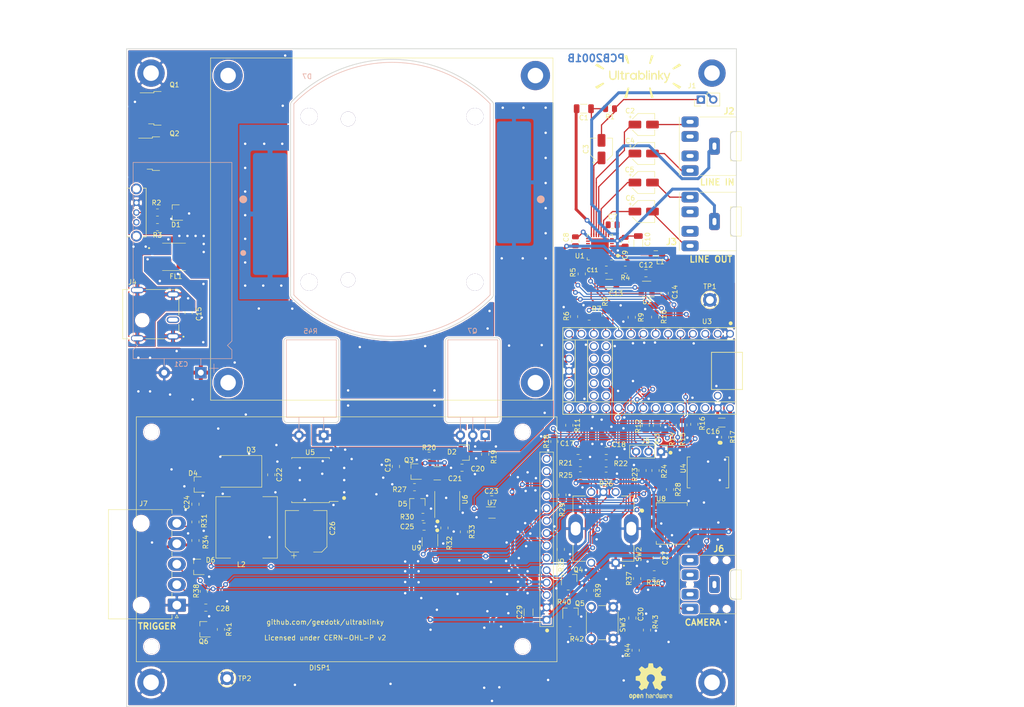
<source format=kicad_pcb>
(kicad_pcb (version 20171130) (host pcbnew 5.1.10-88a1d61d58~88~ubuntu20.04.1)
  (title_block (title Ultrablinky) (date 2021-04-09) (rev B))
  (layers (0 F.Cu signal) (31 B.Cu signal) (34 B.Paste user hide) (35 F.Paste user hide) (36 B.SilkS user) (37 F.SilkS user) (38 B.Mask user hide) (39 F.Mask user hide) (44 Edge.Cuts user))
  (net 0 "")
  (net 1 GND)
  (net 2 +5V)
  (net 3 "Net-(C20-Pad2)")
  (net 4 "Net-(C20-Pad1)")
  (net 5 /ENCA)
  (net 6 /ENCB)
  (net 7 /PB_N)
  (net 8 +3V3)
  (net 9 /ENCSW_N)
  (net 10 /BIAS)
  (net 11 /IN_R)
  (net 12 /LIN_R)
  (net 13 /IN_L)
  (net 14 /LIN_L)
  (net 15 /MIC_IN)
  (net 16 /MIC)
  (net 17 "Net-(C12-Pad1)")
  (net 18 "Net-(C7-Pad1)")
  (net 19 +1V8)
  (net 20 /DET_OUT)
  (net 21 /TRIG_IN_N)
  (net 22 /VDDA)
  (net 23 /LOUT_R)
  (net 24 /OUT_R)
  (net 25 /LOUT_L)
  (net 26 /OUT_L)
  (net 27 "Net-(D1-Pad2)")
  (net 28 "Net-(D3-Pad1)")
  (net 29 "Net-(DISP1-Pad14)")
  (net 30 "Net-(DISP1-Pad13)")
  (net 31 /COPI)
  (net 32 /T_CS)
  (net 33 /SCK)
  (net 34 /D_LED)
  (net 35 /D_DC)
  (net 36 /D_CS)
  (net 37 /SDA)
  (net 38 /SCL)
  (net 39 "Net-(J4-Pad3)")
  (net 40 "Net-(J2-Pad11)")
  (net 41 "Net-(J2-Pad10)")
  (net 42 "Net-(J6-Pad11)")
  (net 43 "Net-(J6-Pad10)")
  (net 44 "Net-(J6-Pad3)")
  (net 45 "Net-(J6-Pad2)")
  (net 46 "Net-(J6-Pad1)")
  (net 47 /IR_LED_N)
  (net 48 "Net-(J3-Pad11)")
  (net 49 "Net-(J3-Pad10)")
  (net 50 /PWM)
  (net 51 "Net-(Q5-Pad3)")
  (net 52 "Net-(Q5-Pad1)")
  (net 53 "Net-(Q4-Pad3)")
  (net 54 "Net-(Q4-Pad1)")
  (net 55 "Net-(Q6-Pad1)")
  (net 56 "Net-(R9-Pad2)")
  (net 57 /I2S_SDOUT)
  (net 58 "Net-(R10-Pad1)")
  (net 59 "Net-(R8-Pad1)")
  (net 60 "Net-(R7-Pad1)")
  (net 61 "Net-(R6-Pad1)")
  (net 62 "Net-(R11-Pad1)")
  (net 63 /I2S_LRCLK)
  (net 64 "Net-(R12-Pad1)")
  (net 65 /I2S_BCLK)
  (net 66 "Net-(R13-Pad1)")
  (net 67 "Net-(R33-Pad2)")
  (net 68 "Net-(R2-Pad2)")
  (net 69 "Net-(R16-Pad2)")
  (net 70 /I2S_MCLK)
  (net 71 /D_LEDEN)
  (net 72 /CIPO)
  (net 73 "Net-(R22-Pad1)")
  (net 74 "Net-(R21-Pad1)")
  (net 75 "Net-(R43-Pad1)")
  (net 76 /T_IRQ)
  (net 77 /IRLEDEN)
  (net 78 /I2S_SDIN)
  (net 79 "Net-(R5-Pad1)")
  (net 80 "Net-(R4-Pad2)")
  (net 81 "Net-(R28-Pad2)")
  (net 82 /FOCUS)
  (net 83 "Net-(R17-Pad2)")
  (net 84 /SHUTTER)
  (net 85 "Net-(SW1-Pad3)")
  (net 86 "Net-(U3-Pad44)")
  (net 87 "Net-(U3-Pad43)")
  (net 88 "Net-(U3-Pad42)")
  (net 89 "Net-(U3-Pad41)")
  (net 90 "Net-(U3-Pad40)")
  (net 91 "Net-(U3-Pad39)")
  (net 92 "Net-(U3-Pad37)")
  (net 93 "Net-(U3-Pad34)")
  (net 94 "Net-(U3-Pad31)")
  (net 95 "Net-(U3-Pad15)")
  (net 96 "Net-(U3-Pad19)")
  (net 97 "Net-(U3-Pad18)")
  (net 98 "Net-(U6-Pad8)")
  (net 99 "Net-(U6-Pad5)")
  (net 100 "Net-(U6-Pad1)")
  (net 101 "Net-(U1-Pad28)")
  (net 102 "Net-(U1-Pad22)")
  (net 103 "Net-(U1-Pad19)")
  (net 104 "Net-(U1-Pad18)")
  (net 105 "Net-(U1-Pad17)")
  (net 106 "Net-(U1-Pad9)")
  (net 107 "Net-(U1-Pad8)")
  (net 108 "Net-(U1-Pad6)")
  (net 109 "Net-(U1-Pad4)")
  (net 110 "Net-(U1-Pad2)")
  (net 111 "Net-(U8-Pad3)")
  (net 112 "Net-(U8-Pad6)")
  (net 113 "Net-(U4-Pad3)")
  (net 114 "Net-(U4-Pad6)")
  (net 115 /LED_K)
  (net 116 /ISENSE)
  (net 117 /GNDIN)
  (net 118 "Net-(H2-Pad1)")
  (net 119 "Net-(R36-Pad1)")
  (net 120 /VIN)
  (net 121 VDC)
  (net 122 "Net-(C21-Pad2)")
  (net 123 /VSW)
  (net 124 "Net-(D2-Pad1)")
  (net 125 "Net-(D5-Pad1)")
  (net 126 /VL)
  (net 127 "Net-(R14-Pad2)")
  (net 128 "Net-(R33-Pad1)")
  (net 129 "Net-(U9-Pad6)")
  (net 130 "Net-(J7-Pad5)")
  (net 131 "Net-(J7-Pad3)")
  (net 132 "Net-(U3-Pad36)")
  (net 133 "Net-(U3-Pad35)")
  (module Package_TO_SOT_SMD:SOT-353_SC-70-5_Handsoldering (layer F.Cu) (at 128.6 124.25)
    (fp_text reference U7 (at 0 -2) (layer F.SilkS))
    (fp_text value 74VHC1G09)
    (pad 5 smd rect (at 1.33 -0.65) (size 1.5 0.4) (layers F.Cu F.Paste F.Mask) (net 8 +3V3))
    (pad 4 smd rect (at 1.33 0.65) (size 1.5 0.4) (layers F.Cu F.Paste F.Mask) (net 128 "Net-(R33-Pad1)"))
    (pad 3 smd rect (at -1.33 0.65) (size 1.5 0.4) (layers F.Cu F.Paste F.Mask) (net 1 GND))
    (pad 2 smd rect (at -1.33 0) (size 1.5 0.4) (layers F.Cu F.Paste F.Mask) (net 50 /PWM))
    (pad 1 smd rect (at -1.33 -0.65) (size 1.5 0.4) (layers F.Cu F.Paste F.Mask) (net 50 /PWM))
  )
  (module Capacitor_SMD:C_0805_2012Metric (layer F.Cu) (at 108.9 114.8 270)
    (fp_text reference C19 (at -0.25 1.65 90) (layer F.SilkS))
    (fp_text value 10nF)
    (pad 2 smd roundrect (at 0.95 0 270) (size 1 1.45) (layers F.Cu F.Paste F.Mask) (net 121 VDC))
    (pad 1 smd roundrect (at -0.95 0 270) (size 1 1.45) (layers F.Cu F.Paste F.Mask) (net 1 GND))
  )
  (module Capacitor_SMD:C_0805_2012Metric (layer F.Cu) (at 128.55 121.55 180)
    (fp_text reference C23 (at 0.075 1.675) (layer F.SilkS))
    (fp_text value 10nF)
    (pad 2 smd roundrect (at 0.95 0 180) (size 1 1.45) (layers F.Cu F.Paste F.Mask) (net 1 GND))
    (pad 1 smd roundrect (at -0.95 0 180) (size 1 1.45) (layers F.Cu F.Paste F.Mask) (net 8 +3V3))
  )
  (module Capacitor_SMD:C_0805_2012Metric (layer F.Cu) (at 160.15 75.15)
    (fp_text reference C12 (at 0 -1.68) (layer F.SilkS))
    (fp_text value 10nF)
    (pad 2 smd roundrect (at 0.95 0) (size 1 1.45) (layers F.Cu F.Paste F.Mask) (net 1 GND))
    (pad 1 smd roundrect (at -0.95 0) (size 1 1.45) (layers F.Cu F.Paste F.Mask) (net 17 "Net-(C12-Pad1)"))
  )
  (module 0_my_footprints:4N25_OPTOCOUPLER_SMD (layer F.Cu) (at 172.875 116.025 270)
    (fp_text reference U4 (at -0.825 5.075 90) (layer F.SilkS))
    (fp_text value 4N25)
    (pad 3 smd rect (at -4.51 2.54 270) (size 1.52 1.78) (layers F.Cu F.Paste F.Mask) (net 113 "Net-(U4-Pad3)"))
    (pad 1 smd rect (at -4.51 -2.54 270) (size 1.52 1.78) (layers F.Cu F.Paste F.Mask) (net 83 "Net-(R17-Pad2)"))
    (pad 2 smd rect (at -4.51 0 270) (size 1.52 1.78) (layers F.Cu F.Paste F.Mask) (net 1 GND))
    (pad 4 smd rect (at 4.51 2.54 270) (size 1.52 1.78) (layers F.Cu F.Paste F.Mask) (net 46 "Net-(J6-Pad1)"))
    (pad 6 smd rect (at 4.51 -2.54 270) (size 1.52 1.78) (layers F.Cu F.Paste F.Mask) (net 114 "Net-(U4-Pad6)"))
    (pad 5 smd rect (at 4.51 0 270) (size 1.52 1.78) (layers F.Cu F.Paste F.Mask) (net 45 "Net-(J6-Pad2)"))
  )
  (module 0_my_footprints:4N25_OPTOCOUPLER_SMD (layer F.Cu) (at 165.45 126.5)
    (fp_text reference U8 (at -2.2 -5.05) (layer F.SilkS))
    (fp_text value DNP)
    (pad 3 smd rect (at -4.51 2.54) (size 1.52 1.78) (layers F.Cu F.Paste F.Mask) (net 111 "Net-(U8-Pad3)"))
    (pad 1 smd rect (at -4.51 -2.54) (size 1.52 1.78) (layers F.Cu F.Paste F.Mask) (net 81 "Net-(R28-Pad2)"))
    (pad 2 smd rect (at -4.51 0) (size 1.52 1.78) (layers F.Cu F.Paste F.Mask) (net 1 GND))
    (pad 4 smd rect (at 4.51 2.54) (size 1.52 1.78) (layers F.Cu F.Paste F.Mask) (net 46 "Net-(J6-Pad1)"))
    (pad 6 smd rect (at 4.51 -2.54) (size 1.52 1.78) (layers F.Cu F.Paste F.Mask) (net 112 "Net-(U8-Pad6)"))
    (pad 5 smd rect (at 4.51 0) (size 1.52 1.78) (layers F.Cu F.Paste F.Mask) (net 44 "Net-(J6-Pad3)"))
  )
  (module 0_my_footprints:Molex_Mini-Fit_Jr_39-30-3055_1x05_P4.20mm_Horizontal (layer F.Cu) (at 63.984 143.256 90)
    (fp_text reference J7 (at 20.828 -6.834 180) (layer F.SilkS))
    (fp_text value Conn_01x05)
    (pad "" np_thru_hole circle (at 16.8 -7.3 90) (size 3 3) (drill 3) (layers *.Cu *.Mask))
    (pad "" np_thru_hole circle (at 0 -7.3 90) (size 3 3) (drill 3) (layers *.Cu *.Mask))
    (pad 5 thru_hole oval (at 16.8 0 90) (size 2.7 3.7) (drill 1.8) (layers *.Cu *.Mask) (net 130 "Net-(J7-Pad5)"))
    (pad 4 thru_hole oval (at 12.6 0 90) (size 2.7 3.7) (drill 1.8) (layers *.Cu *.Mask) (net 8 +3V3))
    (pad 3 thru_hole oval (at 8.4 0 90) (size 2.7 3.7) (drill 1.8) (layers *.Cu *.Mask) (net 131 "Net-(J7-Pad3)"))
    (pad 2 thru_hole oval (at 4.2 0 90) (size 2.7 3.7) (drill 1.8) (layers *.Cu *.Mask) (net 47 /IR_LED_N))
    (pad 1 thru_hole roundrect (at 0 0 90) (size 2.7 3.7) (drill 1.8) (layers *.Cu *.Mask) (roundrect_rratio 0.09259296296296296) (net 1 GND))
  )
  (module 0_my_footprints:DISPLAY_ILI9341_TOUCH (layer F.Cu) (at 139.8 146.25 90)
    (fp_text reference DISP1 (at -9.85 -46.5 180) (layer F.SilkS))
    (fp_text value DISPLAY_ILI9341_TOUCH)
    (pad "" thru_hole circle (at 38.51 -81 90) (size 3 3) (drill 3) (layers *.Cu *.Mask))
    (pad "" thru_hole circle (at -5.49 -81 90) (size 3 3) (drill 3) (layers *.Cu *.Mask))
    (pad "" thru_hole circle (at 38.51 -4.92 90) (size 3 3) (drill 3) (layers *.Cu *.Mask))
    (pad "" thru_hole circle (at -5.49 -4.92 90) (size 3 3) (drill 3) (layers *.Cu *.Mask))
    (pad 14 thru_hole circle (at 33.02 0 180) (size 1.6 1.6) (drill 1.1) (layers *.Cu *.Mask) (net 29 "Net-(DISP1-Pad14)"))
    (pad 13 thru_hole circle (at 30.48 0 180) (size 1.6 1.6) (drill 1.1) (layers *.Cu *.Mask) (net 30 "Net-(DISP1-Pad13)"))
    (pad 12 thru_hole circle (at 27.94 0 180) (size 1.6 1.6) (drill 1.1) (layers *.Cu *.Mask) (net 31 /COPI))
    (pad 11 thru_hole circle (at 25.4 0 180) (size 1.6 1.6) (drill 1.1) (layers *.Cu *.Mask) (net 32 /T_CS))
    (pad 10 thru_hole circle (at 22.86 0 180) (size 1.6 1.6) (drill 1.1) (layers *.Cu *.Mask) (net 33 /SCK))
    (pad 9 thru_hole circle (at 20.32 0 180) (size 1.6 1.6) (drill 1.1) (layers *.Cu *.Mask) (net 30 "Net-(DISP1-Pad13)"))
    (pad 8 thru_hole circle (at 17.78 0 180) (size 1.6 1.6) (drill 1.1) (layers *.Cu *.Mask) (net 34 /D_LED))
    (pad 7 thru_hole circle (at 15.24 0 180) (size 1.6 1.6) (drill 1.1) (layers *.Cu *.Mask) (net 33 /SCK))
    (pad 6 thru_hole circle (at 12.7 0 180) (size 1.6 1.6) (drill 1.1) (layers *.Cu *.Mask) (net 31 /COPI))
    (pad 5 thru_hole circle (at 10.16 0 180) (size 1.6 1.6) (drill 1.1) (layers *.Cu *.Mask) (net 35 /D_DC))
    (pad 4 thru_hole circle (at 7.62 0 180) (size 1.6 1.6) (drill 1.1) (layers *.Cu *.Mask) (net 8 +3V3))
    (pad 3 thru_hole circle (at 5.08 0 180) (size 1.6 1.6) (drill 1.1) (layers *.Cu *.Mask) (net 36 /D_CS))
    (pad 2 thru_hole circle (at 2.54 0 180) (size 1.6 1.6) (drill 1.1) (layers *.Cu *.Mask) (net 1 GND))
    (pad 1 thru_hole rect (at 0 0 90) (size 1.6 1.6) (drill 1.1) (layers *.Cu *.Mask) (net 2 +5V))
  )
  (module Capacitor_SMD:C_0805_2012Metric (layer F.Cu) (at 122.45 115.05 180)
    (fp_text reference C20 (at -3.225 -0.225) (layer F.SilkS))
    (fp_text value 100pF)
    (pad 2 smd roundrect (at 0.95 0 180) (size 1 1.45) (layers F.Cu F.Paste F.Mask) (net 3 "Net-(C20-Pad2)"))
    (pad 1 smd roundrect (at -0.95 0 180) (size 1 1.45) (layers F.Cu F.Paste F.Mask) (net 4 "Net-(C20-Pad1)"))
  )
  (module 0_my_footprints:CP_Radial_L40.0mm_D20.0mm_P7.50mm_Horizontal (layer B.Cu) (at 65.15 95.55 90)
    (fp_text reference C31 (at 1.725 -0.3) (layer B.SilkS) (effects (justify mirror)))
    (fp_text value 3300uF)
    (pad 2 thru_hole oval (at 0 -3.75 270) (size 2.4 2.4) (drill 1.2) (layers *.Cu *.Mask) (net 1 GND))
    (pad 1 thru_hole rect (at 0 3.75 90) (size 2.4 2.4) (drill 1.2) (layers *.Cu *.Mask) (net 121 VDC))
  )
  (module 0_project_footprints:logo_ultrablinky (layer F.Cu) (at 158.55 34.8)
    (fp_text reference LOGO1 hide)
    (fp_text value Ultrablinky_logo hide)
  )
  (module Symbol:OSHW-Logo2_9.8x8mm_SilkScreen (layer F.Cu) (at 161.15 158.9)
    (fp_text reference LOGO2 hide)
    (fp_text value Logo_Open_Hardware_Small hide)
  )
  (module Resistor_SMD:R_0805_2012Metric (layer F.Cu) (at 167.825 106.3 270)
    (fp_text reference R15 (at 2.95 0.15 90) (layer F.SilkS))
    (fp_text value 10k)
    (pad 2 smd roundrect (at 0.9125 0 270) (size 1.025 1.4) (layers F.Cu F.Paste F.Mask) (roundrect_rratio 0.2439004878048781) (net 1 GND))
    (pad 1 smd roundrect (at -0.9125 0 270) (size 1.025 1.4) (layers F.Cu F.Paste F.Mask) (roundrect_rratio 0.2439004878048781) (net 127 "Net-(R14-Pad2)"))
  )
  (module Resistor_SMD:R_0805_2012Metric (layer F.Cu) (at 114.4375 125.15 180)
    (fp_text reference R30 (at 3.2375 0) (layer F.SilkS))
    (fp_text value 9.76k)
    (pad 2 smd roundrect (at 0.9125 0 180) (size 1.025 1.4) (layers F.Cu F.Paste F.Mask) (roundrect_rratio 0.2439004878048781) (net 2 +5V))
    (pad 1 smd roundrect (at -0.9125 0 180) (size 1.025 1.4) (layers F.Cu F.Paste F.Mask) (roundrect_rratio 0.2439004878048781) (net 3 "Net-(C20-Pad2)"))
  )
  (module Resistor_SMD:R_0805_2012Metric (layer F.Cu) (at 118.85 127.4125 90)
    (fp_text reference R32 (at -3.1125 1.025 90) (layer F.SilkS))
    (fp_text value 681)
    (pad 2 smd roundrect (at 0.9125 0 90) (size 1.025 1.4) (layers F.Cu F.Paste F.Mask) (roundrect_rratio 0.2439004878048781) (net 3 "Net-(C20-Pad2)"))
    (pad 1 smd roundrect (at -0.9125 0 90) (size 1.025 1.4) (layers F.Cu F.Paste F.Mask) (roundrect_rratio 0.2439004878048781) (net 1 GND))
  )
  (module Resistor_SMD:R_0805_2012Metric (layer F.Cu) (at 112.7125 119.05 180)
    (fp_text reference R27 (at 3.0625 -0.475) (layer F.SilkS))
    (fp_text value 22k)
    (pad 2 smd roundrect (at 0.9125 0 180) (size 1.025 1.4) (layers F.Cu F.Paste F.Mask) (roundrect_rratio 0.2439004878048781) (net 121 VDC))
    (pad 1 smd roundrect (at -0.9125 0 180) (size 1.025 1.4) (layers F.Cu F.Paste F.Mask) (roundrect_rratio 0.2439004878048781) (net 125 "Net-(D5-Pad1)"))
  )
  (module Resistor_SMD:R_0805_2012Metric (layer F.Cu) (at 165.625 106.35 90)
    (fp_text reference R14 (at -2.9 -0.1 90) (layer F.SilkS))
    (fp_text value 33)
    (pad 2 smd roundrect (at 0.9125 0 90) (size 1.025 1.4) (layers F.Cu F.Paste F.Mask) (roundrect_rratio 0.2439004878048781) (net 127 "Net-(R14-Pad2)"))
    (pad 1 smd roundrect (at -0.9125 0 90) (size 1.025 1.4) (layers F.Cu F.Paste F.Mask) (roundrect_rratio 0.2439004878048781) (net 50 /PWM))
  )
  (module Package_TO_SOT_SMD:SOT-23 (layer F.Cu) (at 112.75 115.85 180)
    (fp_text reference Q3 (at 1.175 2.325) (layer F.SilkS))
    (fp_text value MMBT3904)
    (pad 3 smd rect (at 1 0 180) (size 0.9 0.8) (layers F.Cu F.Paste F.Mask) (net 121 VDC))
    (pad 2 smd rect (at -1 0.95 180) (size 0.9 0.8) (layers F.Cu F.Paste F.Mask) (net 122 "Net-(C21-Pad2)"))
    (pad 1 smd rect (at -1 -0.95 180) (size 0.9 0.8) (layers F.Cu F.Paste F.Mask) (net 125 "Net-(D5-Pad1)"))
  )
  (module Diode_SMD:D_SOT-23_ANK (layer F.Cu) (at 113.3 122.15 90)
    (fp_text reference D5 (at -0.325 -3.025 180) (layer F.SilkS))
    (fp_text value "BZX84C27LT1G ")
    (pad 1 smd rect (at 1 0 90) (size 0.9 0.8) (layers F.Cu F.Paste F.Mask) (net 125 "Net-(D5-Pad1)"))
    (pad "" smd rect (at -1 0.95 90) (size 0.9 0.8) (layers F.Cu F.Paste F.Mask))
    (pad 2 smd rect (at -1 -0.95 90) (size 0.9 0.8) (layers F.Cu F.Paste F.Mask) (net 1 GND))
  )
  (module Diode_SMD:D_SOT-23_ANK (layer F.Cu) (at 123.2 111.95)
    (fp_text reference D2 (at -2.825 -0.125) (layer F.SilkS))
    (fp_text value BZX84C10LT1G)
    (pad 1 smd rect (at 1 0) (size 0.9 0.8) (layers F.Cu F.Paste F.Mask) (net 124 "Net-(D2-Pad1)"))
    (pad "" smd rect (at -1 0.95) (size 0.9 0.8) (layers F.Cu F.Paste F.Mask))
    (pad 2 smd rect (at -1 -0.95) (size 0.9 0.8) (layers F.Cu F.Paste F.Mask) (net 116 /ISENSE))
  )
  (module Capacitor_SMD:C_1210_3225Metric (layer F.Cu) (at 117.375 116.2)
    (fp_text reference C21 (at 3.65 1.075) (layer F.SilkS))
    (fp_text value 22uF)
    (pad 2 smd roundrect (at 1.475 0) (size 1.15 2.7) (layers F.Cu F.Paste F.Mask) (roundrect_rratio 0.2173904347826087) (net 122 "Net-(C21-Pad2)"))
    (pad 1 smd roundrect (at -1.475 0) (size 1.15 2.7) (layers F.Cu F.Paste F.Mask) (roundrect_rratio 0.2173904347826087) (net 1 GND))
  )
  (module Resistor_SMD:R_0805_2012Metric (layer F.Cu) (at 83.35 116.5125 270)
    (fp_text reference C22 (at 0 -1.65 90) (layer F.SilkS))
    (fp_text value .1uF)
    (pad 2 smd roundrect (at 0.9125 0 270) (size 1.025 1.4) (layers F.Cu F.Paste F.Mask) (roundrect_rratio 0.2439004878048781) (net 1 GND))
    (pad 1 smd roundrect (at -0.9125 0 270) (size 1.025 1.4) (layers F.Cu F.Paste F.Mask) (roundrect_rratio 0.2439004878048781) (net 121 VDC))
  )
  (module Capacitor_SMD:CP_Elec_4x5.7 (layer F.Cu) (at 159.7 62.5)
    (fp_text reference C6 (at -2.75 -2.75) (layer F.SilkS))
    (fp_text value 2.2uF)
    (pad 2 smd roundrect (at 1.8 0) (size 2.6 1.6) (layers F.Cu F.Paste F.Mask) (roundrect_rratio 0.15625) (net 24 /OUT_R))
    (pad 1 smd roundrect (at -1.8 0) (size 2.6 1.6) (layers F.Cu F.Paste F.Mask) (roundrect_rratio 0.15625) (net 23 /LOUT_R))
  )
  (module Capacitor_SMD:CP_Elec_4x5.7 (layer F.Cu) (at 159.7 56.55)
    (fp_text reference C5 (at -2.9 -2.625) (layer F.SilkS))
    (fp_text value 2.2uF)
    (pad 2 smd roundrect (at 1.8 0) (size 2.6 1.6) (layers F.Cu F.Paste F.Mask) (roundrect_rratio 0.15625) (net 26 /OUT_L))
    (pad 1 smd roundrect (at -1.8 0) (size 2.6 1.6) (layers F.Cu F.Paste F.Mask) (roundrect_rratio 0.15625) (net 25 /LOUT_L))
  )
  (module Capacitor_SMD:CP_Elec_4x5.7 (layer F.Cu) (at 151.05 49.7 90)
    (fp_text reference C3 (at 0 -3.2 90) (layer F.SilkS))
    (fp_text value DNP)
    (pad 2 smd roundrect (at 1.8 0 90) (size 2.6 1.6) (layers F.Cu F.Paste F.Mask) (roundrect_rratio 0.15625) (net 15 /MIC_IN))
    (pad 1 smd roundrect (at -1.8 0 90) (size 2.6 1.6) (layers F.Cu F.Paste F.Mask) (roundrect_rratio 0.15625) (net 16 /MIC))
  )
  (module Capacitor_SMD:CP_Elec_4x5.7 (layer F.Cu) (at 159.7 50.6)
    (fp_text reference C4 (at -2.8 -2.6) (layer F.SilkS))
    (fp_text value 2.2uF)
    (pad 2 smd roundrect (at 1.8 0) (size 2.6 1.6) (layers F.Cu F.Paste F.Mask) (roundrect_rratio 0.15625) (net 11 /IN_R))
    (pad 1 smd roundrect (at -1.8 0) (size 2.6 1.6) (layers F.Cu F.Paste F.Mask) (roundrect_rratio 0.15625) (net 12 /LIN_R))
  )
  (module Capacitor_SMD:CP_Elec_4x5.7 (layer F.Cu) (at 159.7 44.65)
    (fp_text reference C2 (at -2.8 -2.8) (layer F.SilkS))
    (fp_text value 2.2uF)
    (pad 2 smd roundrect (at 1.8 0) (size 2.6 1.6) (layers F.Cu F.Paste F.Mask) (roundrect_rratio 0.15625) (net 13 /IN_L))
    (pad 1 smd roundrect (at -1.8 0) (size 2.6 1.6) (layers F.Cu F.Paste F.Mask) (roundrect_rratio 0.15625) (net 14 /LIN_L))
  )
  (module 0_my_footprints:CUI_PJ-079BH (layer F.Cu) (at 52.9 84.8)
    (fp_text reference J4 (at 1.982 -7.8314) (layer F.SilkS))
    (fp_text value Barrel_Jack_5.5x2.5)
    (pad 2 thru_hole oval (at 10.3 -5.3) (size 2.616 1.308) (drill oval 2 0.8) (layers *.Cu *.Mask) (net 117 /GNDIN))
    (pad 1 thru_hole oval (at 10.3 3.3) (size 2.616 1.308) (drill oval 2 0.8) (layers *.Cu *.Mask) (net 120 /VIN))
    (pad 3 thru_hole oval (at 10.3 -0.1) (size 2.616 1.308) (drill oval 2 0.8) (layers *.Cu *.Mask) (net 39 "Net-(J4-Pad3)"))
    (pad MP thru_hole oval (at 3 3.7) (size 2.616 1.308) (drill oval 2.3 0.8) (layers *.Cu *.Mask) (net 117 /GNDIN))
    (pad None np_thru_hole circle (at 4 0) (size 2.5 2.5) (drill 2.5) (layers *.Cu *.Mask))
    (pad MP thru_hole oval (at 3 -6.2) (size 2.616 1.308) (drill oval 2.3 0.8) (layers *.Cu *.Mask) (net 117 /GNDIN))
  )
  (module 0_my_footprints:PEC11R-4215F-S0024 (layer F.Cu) (at 151.45 127.55 180)
    (fp_text reference SW2 (at -7.25 -5.25 90) (layer F.SilkS))
    (fp_text value PEC11R-4215F-S0024)
    (pad S2 thru_hole oval (at 5.7 0 180) (size 3 6) (drill oval 2 2.8) (layers *.Cu *.Mask) (net 1 GND))
    (pad S1 thru_hole oval (at -5.7 0 180) (size 3 6) (drill oval 2 2.8) (layers *.Cu *.Mask) (net 1 GND))
    (pad B thru_hole circle (at 2.5 7.5 180) (size 1.65 1.65) (drill 1.1) (layers *.Cu *.Mask) (net 74 "Net-(R21-Pad1)"))
    (pad C thru_hole circle (at 0 7.5 180) (size 1.65 1.65) (drill 1.1) (layers *.Cu *.Mask) (net 1 GND))
    (pad A thru_hole circle (at -2.5 7.5 180) (size 1.65 1.65) (drill 1.1) (layers *.Cu *.Mask) (net 73 "Net-(R22-Pad1)"))
    (pad 2 thru_hole circle (at 2.5 -7 180) (size 1.65 1.65) (drill 1.1) (layers *.Cu *.Mask) (net 119 "Net-(R36-Pad1)"))
    (pad 1 thru_hole rect (at -2.5 -7 180) (size 1.65 1.65) (drill 1.1) (layers *.Cu *.Mask) (net 1 GND))
  )
  (module 0_my_footprints:SW_EG1213 (layer F.Cu) (at 55.7 62.7 270)
    (fp_text reference SW1 (at 0 0 90) (layer F.SilkS) (effects (font (size 0.787402 0.787402) (thickness 0.015))))
    (fp_text value SW_SPDT)
    (pad P$5 thru_hole circle (at 4.85 0 270) (size 2.25 2.25) (drill 1.5) (layers *.Cu *.Mask))
    (pad P$4 thru_hole circle (at -4.85 0 270) (size 2.25 2.25) (drill 1.5) (layers *.Cu *.Mask))
    (pad 3 thru_hole circle (at 2 0 270) (size 1.308 1.308) (drill 0.8) (layers *.Cu *.Mask) (net 85 "Net-(SW1-Pad3)"))
    (pad 1 thru_hole circle (at -2 0 270) (size 1.308 1.308) (drill 0.8) (layers *.Cu *.Mask) (net 1 GND))
    (pad 2 thru_hole circle (at 0 0 270) (size 1.308 1.308) (drill 0.8) (layers *.Cu *.Mask) (net 68 "Net-(R2-Pad2)"))
  )
  (module 0_my_footprints:Heatsink_70x70mm_ATS-CPX070070025-136-C2-R0 (layer F.Cu) (at 71 101.1)
    (fp_text reference HS1 hide)
    (fp_text value Heatsink)
    (pad 1 thru_hole circle (at 66.5 -66.5) (size 6 6) (drill 3.175) (layers *.Cu *.Mask))
    (pad 1 thru_hole circle (at 3.5 -3.5) (size 6 6) (drill 3.175) (layers *.Cu *.Mask))
    (pad 1 thru_hole circle (at 3.5 -66.5) (size 6 6) (drill 3.175) (layers *.Cu *.Mask))
    (pad 1 thru_hole circle (at 66.5 -3.5) (size 6 6) (drill 3.175) (layers *.Cu *.Mask))
  )
  (module Capacitor_SMD:C_1206_3216Metric (layer F.Cu) (at 175.7 105.8 180)
    (fp_text reference C16 (at 1.8 -1.8) (layer F.SilkS))
    (fp_text value 10uF)
    (pad 2 smd roundrect (at 1.475 0 180) (size 1.15 1.8) (layers F.Cu F.Paste F.Mask) (roundrect_rratio 0.2173904347826087) (net 1 GND))
    (pad 1 smd roundrect (at -1.475 0 180) (size 1.15 1.8) (layers F.Cu F.Paste F.Mask) (roundrect_rratio 0.2173904347826087) (net 2 +5V))
  )
  (module Capacitor_SMD:C_1206_3216Metric (layer F.Cu) (at 136.1 144.7 90)
    (fp_text reference C29 (at 0 -1.85 90) (layer F.SilkS))
    (fp_text value 10uF)
    (pad 2 smd roundrect (at 1.475 0 90) (size 1.15 1.8) (layers F.Cu F.Paste F.Mask) (roundrect_rratio 0.2173904347826087) (net 1 GND))
    (pad 1 smd roundrect (at -1.475 0 90) (size 1.15 1.8) (layers F.Cu F.Paste F.Mask) (roundrect_rratio 0.2173904347826087) (net 2 +5V))
  )
  (module 0_my_footprints:L_12x12mm_H10mm (layer F.Cu) (at 78.3 127.3 270)
    (fp_text reference L2 (at 7.6 1.1 180) (layer F.SilkS))
    (fp_text value 2.2mH)
    (pad 2 smd rect (at 4.75 0 270) (size 3 5.5) (layers F.Cu F.Paste F.Mask) (net 2 +5V))
    (pad 1 smd rect (at -4.75 0 270) (size 3 5.5) (layers F.Cu F.Paste F.Mask) (net 28 "Net-(D3-Pad1)"))
  )
  (module Package_TO_SOT_THT:TO-220-2_Horizontal_TabDown (layer B.Cu) (at 94.1 108.4 180)
    (fp_text reference R45 (at 2.7 21.35) (layer B.SilkS) (effects (justify mirror)))
    (fp_text value "0.05 20W")
    (pad 2 thru_hole oval (at 5.08 0 180) (size 2 2) (drill 1.1) (layers *.Cu *.Mask) (net 1 GND))
    (pad 1 thru_hole rect (at 0 0 180) (size 2 2) (drill 1.1) (layers *.Cu *.Mask) (net 116 /ISENSE))
    (pad "" np_thru_hole oval (at 2.54 16.66 180) (size 3.5 3.5) (drill 3.5) (layers *.Cu *.Mask))
  )
  (module 0_project_footprints:SOIC-14W_7.5x9mm_P1.27mm (layer F.Cu) (at 91.4 117.6 180)
    (fp_text reference U5 (at 0.1 5.7) (layer F.SilkS))
    (fp_text value LM2574HVM-5)
    (pad 14 smd roundrect (at 4.65 -3.81 180) (size 2.05 0.6) (layers F.Cu F.Paste F.Mask) (net 1 GND))
    (pad 13 smd roundrect (at 4.65 -2.54 180) (size 2.05 0.6) (layers F.Cu F.Paste F.Mask) (net 1 GND))
    (pad 12 smd roundrect (at 4.65 -1.27 180) (size 2.05 0.6) (layers F.Cu F.Paste F.Mask) (net 28 "Net-(D3-Pad1)"))
    (pad 11 smd roundrect (at 4.65 0 180) (size 2.05 0.6) (layers F.Cu F.Paste F.Mask) (net 1 GND))
    (pad 10 smd roundrect (at 4.65 1.27 180) (size 2.05 0.6) (layers F.Cu F.Paste F.Mask) (net 121 VDC))
    (pad 9 smd roundrect (at 4.65 2.54 180) (size 2.05 0.6) (layers F.Cu F.Paste F.Mask) (net 1 GND))
    (pad 8 smd roundrect (at 4.65 3.81 180) (size 2.05 0.6) (layers F.Cu F.Paste F.Mask) (net 1 GND))
    (pad 7 smd roundrect (at -4.65 3.81 180) (size 2.05 0.6) (layers F.Cu F.Paste F.Mask) (net 1 GND))
    (pad 6 smd roundrect (at -4.65 2.54 180) (size 2.05 0.6) (layers F.Cu F.Paste F.Mask) (net 1 GND))
    (pad 5 smd roundrect (at -4.65 1.27 180) (size 2.05 0.6) (layers F.Cu F.Paste F.Mask) (net 1 GND))
    (pad 4 smd roundrect (at -4.65 0 180) (size 2.05 0.6) (layers F.Cu F.Paste F.Mask) (net 1 GND))
    (pad 3 smd roundrect (at -4.65 -1.27 180) (size 2.05 0.6) (layers F.Cu F.Paste F.Mask) (net 2 +5V))
    (pad 2 smd roundrect (at -4.65 -2.54 180) (size 2.05 0.6) (layers F.Cu F.Paste F.Mask) (net 1 GND))
    (pad 1 smd roundrect (at -4.65 -3.81 180) (size 2.05 0.6) (layers F.Cu F.Paste F.Mask) (net 1 GND))
  )
  (module 0_my_footprints:SJ13523N1_TRS_Jack (layer F.Cu) (at 178.7 64.55 180)
    (fp_text reference J3 (at 13.3 -4.15) (layer F.SilkS) (effects (font (size 1.27 1.27) (thickness 0.254))))
    (fp_text value SJ1-3523N)
    (pad MH5 np_thru_hole circle (at 4.5 5 180) (size 1.2 0) (drill 1.2) (layers *.Cu *.Mask))
    (pad MH4 np_thru_hole circle (at 2 5 180) (size 1.2 0) (drill 1.2) (layers *.Cu *.Mask))
    (pad MH3 np_thru_hole circle (at 9.5 0 180) (size 1.2 0) (drill 1.2) (layers *.Cu *.Mask))
    (pad MH2 np_thru_hole circle (at 4.5 -5 180) (size 1.2 0) (drill 1.2) (layers *.Cu *.Mask))
    (pad MH1 np_thru_hole circle (at 2 -5 180) (size 1.2 0) (drill 1.2) (layers *.Cu *.Mask))
    (pad 11 thru_hole roundrect (at 9.5 -2 180) (size 3.5 2.2) (drill oval 1.5 0.8) (layers *.Cu *.Mask) (net 48 "Net-(J3-Pad11)"))
    (pad 10 thru_hole roundrect (at 9.5 2 180) (size 3.5 2.2) (drill oval 1.5 0.8) (layers *.Cu *.Mask) (net 49 "Net-(J3-Pad10)"))
    (pad 3 thru_hole roundrect (at 9.5 -5 180) (size 3.5 2.2) (drill oval 1.5 0.8) (layers *.Cu *.Mask) (net 24 /OUT_R))
    (pad 2 thru_hole roundrect (at 9.5 5 180) (size 3.5 2.2) (drill oval 1.5 0.8) (layers *.Cu *.Mask) (net 26 /OUT_L))
    (pad 1 thru_hole roundrect (at 4.5 0 180) (size 2.2 3.5) (drill oval 0.8 1.5) (layers *.Cu *.Mask) (net 1 GND))
  )
  (module 0_my_footprints:SJ13523N1_TRS_Jack (layer F.Cu) (at 178.7 139.025 180)
    (fp_text reference J6 (at 3.6 7.325) (layer F.SilkS) (effects (font (size 1.27 1.27) (thickness 0.254))))
    (fp_text value SJ1-3523N)
    (pad MH5 np_thru_hole circle (at 4.5 5 180) (size 1.2 0) (drill 1.2) (layers *.Cu *.Mask))
    (pad MH4 np_thru_hole circle (at 2 5 180) (size 1.2 0) (drill 1.2) (layers *.Cu *.Mask))
    (pad MH3 np_thru_hole circle (at 9.5 0 180) (size 1.2 0) (drill 1.2) (layers *.Cu *.Mask))
    (pad MH2 np_thru_hole circle (at 4.5 -5 180) (size 1.2 0) (drill 1.2) (layers *.Cu *.Mask))
    (pad MH1 np_thru_hole circle (at 2 -5 180) (size 1.2 0) (drill 1.2) (layers *.Cu *.Mask))
    (pad 11 thru_hole roundrect (at 9.5 -2 180) (size 3.5 2.2) (drill oval 1.5 0.8) (layers *.Cu *.Mask) (net 42 "Net-(J6-Pad11)"))
    (pad 10 thru_hole roundrect (at 9.5 2 180) (size 3.5 2.2) (drill oval 1.5 0.8) (layers *.Cu *.Mask) (net 43 "Net-(J6-Pad10)"))
    (pad 3 thru_hole roundrect (at 9.5 -5 180) (size 3.5 2.2) (drill oval 1.5 0.8) (layers *.Cu *.Mask) (net 44 "Net-(J6-Pad3)"))
    (pad 2 thru_hole roundrect (at 9.5 5 180) (size 3.5 2.2) (drill oval 1.5 0.8) (layers *.Cu *.Mask) (net 45 "Net-(J6-Pad2)"))
    (pad 1 thru_hole roundrect (at 4.5 0 180) (size 2.2 3.5) (drill oval 0.8 1.5) (layers *.Cu *.Mask) (net 46 "Net-(J6-Pad1)"))
  )
  (module 0_my_footprints:SJ13523N1_TRS_Jack (layer F.Cu) (at 178.7 49.1 180)
    (fp_text reference J2 (at 1.5 7.2) (layer F.SilkS) (effects (font (size 1.27 1.27) (thickness 0.254))))
    (fp_text value SJ1-3523N)
    (pad MH5 np_thru_hole circle (at 4.5 5 180) (size 1.2 0) (drill 1.2) (layers *.Cu *.Mask))
    (pad MH4 np_thru_hole circle (at 2 5 180) (size 1.2 0) (drill 1.2) (layers *.Cu *.Mask))
    (pad MH3 np_thru_hole circle (at 9.5 0 180) (size 1.2 0) (drill 1.2) (layers *.Cu *.Mask))
    (pad MH2 np_thru_hole circle (at 4.5 -5 180) (size 1.2 0) (drill 1.2) (layers *.Cu *.Mask))
    (pad MH1 np_thru_hole circle (at 2 -5 180) (size 1.2 0) (drill 1.2) (layers *.Cu *.Mask))
    (pad 11 thru_hole roundrect (at 9.5 -2 180) (size 3.5 2.2) (drill oval 1.5 0.8) (layers *.Cu *.Mask) (net 40 "Net-(J2-Pad11)"))
    (pad 10 thru_hole roundrect (at 9.5 2 180) (size 3.5 2.2) (drill oval 1.5 0.8) (layers *.Cu *.Mask) (net 41 "Net-(J2-Pad10)"))
    (pad 3 thru_hole roundrect (at 9.5 -5 180) (size 3.5 2.2) (drill oval 1.5 0.8) (layers *.Cu *.Mask) (net 11 /IN_R))
    (pad 2 thru_hole roundrect (at 9.5 5 180) (size 3.5 2.2) (drill oval 1.5 0.8) (layers *.Cu *.Mask) (net 13 /IN_L))
    (pad 1 thru_hole roundrect (at 4.5 0 180) (size 2.2 3.5) (drill oval 0.8 1.5) (layers *.Cu *.Mask) (net 1 GND))
  )
  (module 0_my_footprints:SW_PUSH_6mm_H17mm (layer F.Cu) (at 148.95 150.1 90)
    (fp_text reference SW3 (at 2.8 6.45 90) (layer F.SilkS))
    (fp_text value SW_Push)
    (pad 1 thru_hole circle (at 6.5 0 180) (size 2 2) (drill 1.1) (layers *.Cu *.Mask) (net 75 "Net-(R43-Pad1)"))
    (pad 2 thru_hole circle (at 6.5 4.5 180) (size 2 2) (drill 1.1) (layers *.Cu *.Mask) (net 1 GND))
    (pad 1 thru_hole circle (at 0 0 180) (size 2 2) (drill 1.1) (layers *.Cu *.Mask) (net 75 "Net-(R43-Pad1)"))
    (pad 2 thru_hole circle (at 0 4.5 180) (size 2 2) (drill 1.1) (layers *.Cu *.Mask) (net 1 GND))
  )
  (module Package_DFN_QFN:QFN-32-1EP_5x5mm_P0.5mm_EP3.6x3.6mm (layer F.Cu) (at 150.725 69.825 180)
    (fp_text reference U1 (at 4.125 -1.775) (layer F.SilkS))
    (fp_text value SGTL5000)
    (pad 33 smd rect (at 0 0 180) (size 3.6 3.6) (layers F.Cu F.Mask) (net 1 GND))
    (pad 32 smd roundrect (at -1.75 -2.45 180) (size 0.25 0.8) (layers F.Cu F.Paste F.Mask) (net 1 GND))
    (pad 31 smd roundrect (at -1.25 -2.45 180) (size 0.25 0.8) (layers F.Cu F.Paste F.Mask) (net 80 "Net-(R4-Pad2)"))
    (pad 30 smd roundrect (at -0.75 -2.45 180) (size 0.25 0.8) (layers F.Cu F.Paste F.Mask) (net 19 +1V8))
    (pad 29 smd roundrect (at -0.25 -2.45 180) (size 0.25 0.8) (layers F.Cu F.Paste F.Mask) (net 38 /SCL))
    (pad 28 smd roundrect (at 0.25 -2.45 180) (size 0.25 0.8) (layers F.Cu F.Paste F.Mask) (net 101 "Net-(U1-Pad28)"))
    (pad 27 smd roundrect (at 0.75 -2.45 180) (size 0.25 0.8) (layers F.Cu F.Paste F.Mask) (net 37 /SDA))
    (pad 26 smd roundrect (at 1.25 -2.45 180) (size 0.25 0.8) (layers F.Cu F.Paste F.Mask) (net 57 /I2S_SDOUT))
    (pad 25 smd roundrect (at 1.75 -2.45 180) (size 0.25 0.8) (layers F.Cu F.Paste F.Mask) (net 79 "Net-(R5-Pad1)"))
    (pad 24 smd roundrect (at 2.45 -1.75 180) (size 0.8 0.25) (layers F.Cu F.Paste F.Mask) (net 65 /I2S_BCLK))
    (pad 23 smd roundrect (at 2.45 -1.25 180) (size 0.8 0.25) (layers F.Cu F.Paste F.Mask) (net 63 /I2S_LRCLK))
    (pad 22 smd roundrect (at 2.45 -0.75 180) (size 0.8 0.25) (layers F.Cu F.Paste F.Mask) (net 102 "Net-(U1-Pad22)"))
    (pad 21 smd roundrect (at 2.45 -0.25 180) (size 0.8 0.25) (layers F.Cu F.Paste F.Mask) (net 70 /I2S_MCLK))
    (pad 20 smd roundrect (at 2.45 0.25 180) (size 0.8 0.25) (layers F.Cu F.Paste F.Mask) (net 8 +3V3))
    (pad 19 smd roundrect (at 2.45 0.75 180) (size 0.8 0.25) (layers F.Cu F.Paste F.Mask) (net 103 "Net-(U1-Pad19)"))
    (pad 18 smd roundrect (at 2.45 1.25 180) (size 0.8 0.25) (layers F.Cu F.Paste F.Mask) (net 104 "Net-(U1-Pad18)"))
    (pad 17 smd roundrect (at 2.45 1.75 180) (size 0.8 0.25) (layers F.Cu F.Paste F.Mask) (net 105 "Net-(U1-Pad17)"))
    (pad 16 smd roundrect (at 1.75 2.45 180) (size 0.25 0.8) (layers F.Cu F.Paste F.Mask) (net 10 /BIAS))
    (pad 15 smd roundrect (at 1.25 2.45 180) (size 0.25 0.8) (layers F.Cu F.Paste F.Mask) (net 16 /MIC))
    (pad 14 smd roundrect (at 0.75 2.45 180) (size 0.25 0.8) (layers F.Cu F.Paste F.Mask) (net 14 /LIN_L))
    (pad 13 smd roundrect (at 0.25 2.45 180) (size 0.25 0.8) (layers F.Cu F.Paste F.Mask) (net 12 /LIN_R))
    (pad 12 smd roundrect (at -0.25 2.45 180) (size 0.25 0.8) (layers F.Cu F.Paste F.Mask) (net 25 /LOUT_L))
    (pad 11 smd roundrect (at -0.75 2.45 180) (size 0.25 0.8) (layers F.Cu F.Paste F.Mask) (net 23 /LOUT_R))
    (pad 10 smd roundrect (at -1.25 2.45 180) (size 0.25 0.8) (layers F.Cu F.Paste F.Mask) (net 18 "Net-(C7-Pad1)"))
    (pad 9 smd roundrect (at -1.75 2.45 180) (size 0.25 0.8) (layers F.Cu F.Paste F.Mask) (net 106 "Net-(U1-Pad9)"))
    (pad 8 smd roundrect (at -2.45 1.75 180) (size 0.8 0.25) (layers F.Cu F.Paste F.Mask) (net 107 "Net-(U1-Pad8)"))
    (pad 7 smd roundrect (at -2.45 1.25 180) (size 0.8 0.25) (layers F.Cu F.Paste F.Mask) (net 1 GND))
    (pad 6 smd roundrect (at -2.45 0.75 180) (size 0.8 0.25) (layers F.Cu F.Paste F.Mask) (net 108 "Net-(U1-Pad6)"))
    (pad 5 smd roundrect (at -2.45 0.25 180) (size 0.8 0.25) (layers F.Cu F.Paste F.Mask) (net 22 /VDDA))
    (pad 4 smd roundrect (at -2.45 -0.25 180) (size 0.8 0.25) (layers F.Cu F.Paste F.Mask) (net 109 "Net-(U1-Pad4)"))
    (pad 3 smd roundrect (at -2.45 -0.75 180) (size 0.8 0.25) (layers F.Cu F.Paste F.Mask) (net 1 GND))
    (pad 2 smd roundrect (at -2.45 -1.25 180) (size 0.8 0.25) (layers F.Cu F.Paste F.Mask) (net 110 "Net-(U1-Pad2)"))
    (pad 1 smd roundrect (at -2.45 -1.75 180) (size 0.8 0.25) (layers F.Cu F.Paste F.Mask) (net 1 GND))
  )
  (module Package_TO_SOT_SMD:SOT-23-5 (layer F.Cu) (at 160.3 78.4 180)
    (fp_text reference U2 (at -0.1 -2.6) (layer F.SilkS))
    (fp_text value TPS73618DBV)
    (pad 5 smd rect (at 1.1 -0.95 180) (size 1.06 0.65) (layers F.Cu F.Paste F.Mask) (net 19 +1V8))
    (pad 4 smd rect (at 1.1 0.95 180) (size 1.06 0.65) (layers F.Cu F.Paste F.Mask) (net 17 "Net-(C12-Pad1)"))
    (pad 3 smd rect (at -1.1 0.95 180) (size 1.06 0.65) (layers F.Cu F.Paste F.Mask) (net 8 +3V3))
    (pad 2 smd rect (at -1.1 0 180) (size 1.06 0.65) (layers F.Cu F.Paste F.Mask) (net 1 GND))
    (pad 1 smd rect (at -1.1 -0.95 180) (size 1.06 0.65) (layers F.Cu F.Paste F.Mask) (net 8 +3V3))
  )
  (module Package_SO:SOIC-8_3.9x4.9mm_P1.27mm (layer F.Cu) (at 119.425 121.85 90)
    (fp_text reference U6 (at 0.275 3.65 90) (layer F.SilkS))
    (fp_text value MC34071ADR2G)
    (pad 8 smd roundrect (at 2.475 -1.905 90) (size 1.95 0.6) (layers F.Cu F.Paste F.Mask) (net 98 "Net-(U6-Pad8)"))
    (pad 7 smd roundrect (at 2.475 -0.635 90) (size 1.95 0.6) (layers F.Cu F.Paste F.Mask) (net 122 "Net-(C21-Pad2)"))
    (pad 6 smd roundrect (at 2.475 0.635 90) (size 1.95 0.6) (layers F.Cu F.Paste F.Mask) (net 4 "Net-(C20-Pad1)"))
    (pad 5 smd roundrect (at 2.475 1.905 90) (size 1.95 0.6) (layers F.Cu F.Paste F.Mask) (net 99 "Net-(U6-Pad5)"))
    (pad 4 smd roundrect (at -2.475 1.905 90) (size 1.95 0.6) (layers F.Cu F.Paste F.Mask) (net 1 GND))
    (pad 3 smd roundrect (at -2.475 0.635 90) (size 1.95 0.6) (layers F.Cu F.Paste F.Mask) (net 128 "Net-(R33-Pad1)"))
    (pad 2 smd roundrect (at -2.475 -0.635 90) (size 1.95 0.6) (layers F.Cu F.Paste F.Mask) (net 3 "Net-(C20-Pad2)"))
    (pad 1 smd roundrect (at -2.475 -1.905 90) (size 1.95 0.6) (layers F.Cu F.Paste F.Mask) (net 100 "Net-(U6-Pad1)"))
  )
  (module 0_my_footprints:Teensy40 (layer F.Cu) (at 160.9 95.2 180)
    (fp_text reference U3 (at -11.775 10.15) (layer F.SilkS))
    (fp_text value Teensy4.0)
    (pad 44 thru_hole circle (at 8.89 5.08 180) (size 1.6 1.6) (drill 1.1) (layers *.Cu *.Mask) (net 86 "Net-(U3-Pad44)"))
    (pad 43 thru_hole circle (at 11.43 5.08 180) (size 1.6 1.6) (drill 1.1) (layers *.Cu *.Mask) (net 87 "Net-(U3-Pad43)"))
    (pad 42 thru_hole circle (at 8.89 2.54 180) (size 1.6 1.6) (drill 1.1) (layers *.Cu *.Mask) (net 88 "Net-(U3-Pad42)"))
    (pad 41 thru_hole circle (at 11.43 2.54 180) (size 1.6 1.6) (drill 1.1) (layers *.Cu *.Mask) (net 89 "Net-(U3-Pad41)"))
    (pad 40 thru_hole circle (at 8.89 0 180) (size 1.6 1.6) (drill 1.1) (layers *.Cu *.Mask) (net 90 "Net-(U3-Pad40)"))
    (pad 39 thru_hole circle (at 11.43 0 180) (size 1.6 1.6) (drill 1.1) (layers *.Cu *.Mask) (net 91 "Net-(U3-Pad39)"))
    (pad 38 thru_hole circle (at 8.89 -2.54 180) (size 1.6 1.6) (drill 1.1) (layers *.Cu *.Mask) (net 82 /FOCUS))
    (pad 37 thru_hole circle (at 11.43 -2.54 180) (size 1.6 1.6) (drill 1.1) (layers *.Cu *.Mask) (net 92 "Net-(U3-Pad37)"))
    (pad 36 thru_hole circle (at 8.89 -5.08 180) (size 1.6 1.6) (drill 1.1) (layers *.Cu *.Mask) (net 132 "Net-(U3-Pad36)"))
    (pad 35 thru_hole circle (at 11.43 -5.08 180) (size 1.6 1.6) (drill 1.1) (layers *.Cu *.Mask) (net 133 "Net-(U3-Pad35)"))
    (pad 1 thru_hole circle (at -16.51 7.62 180) (size 1.6 1.6) (drill 1.1) (layers *.Cu *.Mask) (net 1 GND))
    (pad 2 thru_hole circle (at -13.97 7.62 180) (size 1.6 1.6) (drill 1.1) (layers *.Cu *.Mask) (net 84 /SHUTTER))
    (pad 3 thru_hole circle (at -11.43 7.62 180) (size 1.6 1.6) (drill 1.1) (layers *.Cu *.Mask) (net 9 /ENCSW_N))
    (pad 4 thru_hole circle (at -8.89 7.62 180) (size 1.6 1.6) (drill 1.1) (layers *.Cu *.Mask) (net 76 /T_IRQ))
    (pad 5 thru_hole circle (at -6.35 7.62 180) (size 1.6 1.6) (drill 1.1) (layers *.Cu *.Mask) (net 5 /ENCA))
    (pad 6 thru_hole circle (at -3.81 7.62 180) (size 1.6 1.6) (drill 1.1) (layers *.Cu *.Mask) (net 6 /ENCB))
    (pad 7 thru_hole circle (at -1.27 7.62 180) (size 1.6 1.6) (drill 1.1) (layers *.Cu *.Mask) (net 58 "Net-(R10-Pad1)"))
    (pad 8 thru_hole circle (at 1.27 7.62 180) (size 1.6 1.6) (drill 1.1) (layers *.Cu *.Mask) (net 71 /D_LEDEN))
    (pad 9 thru_hole circle (at 3.81 7.62 180) (size 1.6 1.6) (drill 1.1) (layers *.Cu *.Mask) (net 56 "Net-(R9-Pad2)"))
    (pad 10 thru_hole circle (at 6.35 7.62 180) (size 1.6 1.6) (drill 1.1) (layers *.Cu *.Mask) (net 78 /I2S_SDIN))
    (pad 11 thru_hole circle (at 8.89 7.62 180) (size 1.6 1.6) (drill 1.1) (layers *.Cu *.Mask) (net 59 "Net-(R8-Pad1)"))
    (pad 12 thru_hole circle (at 11.43 7.62 180) (size 1.6 1.6) (drill 1.1) (layers *.Cu *.Mask) (net 60 "Net-(R7-Pad1)"))
    (pad 13 thru_hole circle (at 13.97 7.62 180) (size 1.6 1.6) (drill 1.1) (layers *.Cu *.Mask) (net 61 "Net-(R6-Pad1)"))
    (pad 34 thru_hole circle (at -13.97 -5.08 180) (size 1.6 1.6) (drill 1.1) (layers *.Cu *.Mask) (net 93 "Net-(U3-Pad34)"))
    (pad 33 thru_hole circle (at -16.51 -7.62 180) (size 1.6 1.6) (drill 1.1) (layers *.Cu *.Mask) (net 2 +5V))
    (pad 32 thru_hole circle (at -13.97 -7.62 180) (size 1.6 1.6) (drill 1.1) (layers *.Cu *.Mask) (net 1 GND))
    (pad 31 thru_hole circle (at -11.43 -7.62 180) (size 1.6 1.6) (drill 1.1) (layers *.Cu *.Mask) (net 94 "Net-(U3-Pad31)"))
    (pad 30 thru_hole circle (at -8.89 -7.62 180) (size 1.6 1.6) (drill 1.1) (layers *.Cu *.Mask) (net 69 "Net-(R16-Pad2)"))
    (pad 29 thru_hole circle (at -6.35 -7.62 180) (size 1.6 1.6) (drill 1.1) (layers *.Cu *.Mask) (net 127 "Net-(R14-Pad2)"))
    (pad 28 thru_hole circle (at -3.81 -7.62 180) (size 1.6 1.6) (drill 1.1) (layers *.Cu *.Mask) (net 66 "Net-(R13-Pad1)"))
    (pad 27 thru_hole circle (at -1.27 -7.62 180) (size 1.6 1.6) (drill 1.1) (layers *.Cu *.Mask) (net 64 "Net-(R12-Pad1)"))
    (pad 26 thru_hole circle (at 1.27 -7.62 180) (size 1.6 1.6) (drill 1.1) (layers *.Cu *.Mask) (net 38 /SCL))
    (pad 25 thru_hole circle (at 3.81 -7.62 180) (size 1.6 1.6) (drill 1.1) (layers *.Cu *.Mask) (net 37 /SDA))
    (pad 24 thru_hole circle (at 6.35 -7.62 180) (size 1.6 1.6) (drill 1.1) (layers *.Cu *.Mask) (net 7 /PB_N))
    (pad 23 thru_hole circle (at 8.89 -7.62 180) (size 1.6 1.6) (drill 1.1) (layers *.Cu *.Mask) (net 21 /TRIG_IN_N))
    (pad 22 thru_hole circle (at 11.43 -7.62 180) (size 1.6 1.6) (drill 1.1) (layers *.Cu *.Mask) (net 77 /IRLEDEN))
    (pad 21 thru_hole circle (at 13.97 -7.62 180) (size 1.6 1.6) (drill 1.1) (layers *.Cu *.Mask) (net 20 /DET_OUT))
    (pad 14 thru_hole circle (at 16.51 7.62 180) (size 1.6 1.6) (drill 1.1) (layers *.Cu *.Mask) (net 72 /CIPO))
    (pad 15 thru_hole circle (at 16.51 5.08 180) (size 1.6 1.6) (drill 1.1) (layers *.Cu *.Mask) (net 95 "Net-(U3-Pad15)"))
    (pad 16 thru_hole circle (at 16.51 2.54 180) (size 1.6 1.6) (drill 1.1) (layers *.Cu *.Mask) (net 8 +3V3))
    (pad 20 thru_hole circle (at 16.51 -7.62 180) (size 1.6 1.6) (drill 1.1) (layers *.Cu *.Mask) (net 62 "Net-(R11-Pad1)"))
    (pad 19 thru_hole circle (at 16.51 -5.08 180) (size 1.6 1.6) (drill 1.1) (layers *.Cu *.Mask) (net 96 "Net-(U3-Pad19)"))
    (pad 18 thru_hole circle (at 16.51 -2.54 180) (size 1.6 1.6) (drill 1.1) (layers *.Cu *.Mask) (net 97 "Net-(U3-Pad18)"))
    (pad 17 thru_hole circle (at 16.51 0 180) (size 1.6 1.6) (drill 1.1) (layers *.Cu *.Mask) (net 1 GND))
  )
  (module Package_TO_SOT_SMD:SOT-23-6 (layer F.Cu) (at 115.875 130.25 270)
    (fp_text reference U9 (at 1.25 2.775 180) (layer F.SilkS))
    (fp_text value MCP4706A1T-E/CH)
    (pad 5 smd rect (at 1.1 0 270) (size 1.06 0.65) (layers F.Cu F.Paste F.Mask) (net 38 /SCL))
    (pad 6 smd rect (at 1.1 -0.95 270) (size 1.06 0.65) (layers F.Cu F.Paste F.Mask) (net 129 "Net-(U9-Pad6)"))
    (pad 4 smd rect (at 1.1 0.95 270) (size 1.06 0.65) (layers F.Cu F.Paste F.Mask) (net 37 /SDA))
    (pad 3 smd rect (at -1.1 0.95 270) (size 1.06 0.65) (layers F.Cu F.Paste F.Mask) (net 2 +5V))
    (pad 2 smd rect (at -1.1 0 270) (size 1.06 0.65) (layers F.Cu F.Paste F.Mask) (net 1 GND))
    (pad 1 smd rect (at -1.1 -0.95 270) (size 1.06 0.65) (layers F.Cu F.Paste F.Mask) (net 67 "Net-(R33-Pad2)"))
  )
  (module 0_my_footprints:TestPoint_Keystone_5006 (layer F.Cu) (at 74.275 158.25)
    (fp_text reference TP2 (at 3.625 0.05) (layer F.SilkS))
    (fp_text value TestPoint)
    (pad 1 thru_hole circle (at 0 0) (size 2.8 2.8) (drill 1.6) (layers *.Cu *.Mask) (net 1 GND))
  )
  (module 0_my_footprints:TestPoint_Keystone_5006 (layer F.Cu) (at 173.275 80.625)
    (fp_text reference TP1 (at 0 -2.75) (layer F.SilkS))
    (fp_text value TestPoint)
    (pad 1 thru_hole circle (at 0 0) (size 2.8 2.8) (drill 1.6) (layers *.Cu *.Mask) (net 1 GND))
  )
  (module Resistor_SMD:R_0805_2012Metric (layer F.Cu) (at 67.8 129.9875 90)
    (fp_text reference R34 (at -0.3125 2.1 90) (layer F.SilkS))
    (fp_text value 10k)
    (pad 2 smd roundrect (at 0.9125 0 90) (size 1.025 1.4) (layers F.Cu F.Paste F.Mask) (roundrect_rratio 0.2439004878048781) (net 130 "Net-(J7-Pad5)"))
    (pad 1 smd roundrect (at -0.9125 0 90) (size 1.025 1.4) (layers F.Cu F.Paste F.Mask) (roundrect_rratio 0.2439004878048781) (net 8 +3V3))
  )
  (module Resistor_SMD:R_0805_2012Metric (layer F.Cu) (at 69.528 140.4295 270)
    (fp_text reference R38 (at -0.0675 1.55 90) (layer F.SilkS))
    (fp_text value 100)
    (pad 2 smd roundrect (at 0.9125 0 270) (size 1.025 1.4) (layers F.Cu F.Paste F.Mask) (roundrect_rratio 0.2439004878048781) (net 20 /DET_OUT))
    (pad 1 smd roundrect (at -0.9125 0 270) (size 1.025 1.4) (layers F.Cu F.Paste F.Mask) (roundrect_rratio 0.2439004878048781) (net 131 "Net-(J7-Pad3)"))
  )
  (module Resistor_SMD:R_0805_2012Metric (layer F.Cu) (at 67.8 126.1875 90)
    (fp_text reference R31 (at 0.2035 1.796 90) (layer F.SilkS))
    (fp_text value 100)
    (pad 2 smd roundrect (at 0.9125 0 90) (size 1.025 1.4) (layers F.Cu F.Paste F.Mask) (roundrect_rratio 0.2439004878048781) (net 21 /TRIG_IN_N))
    (pad 1 smd roundrect (at -0.9125 0 90) (size 1.025 1.4) (layers F.Cu F.Paste F.Mask) (roundrect_rratio 0.2439004878048781) (net 130 "Net-(J7-Pad5)"))
  )
  (module Resistor_SMD:R_0805_2012Metric (layer F.Cu) (at 176.4 108.8 270)
    (fp_text reference R17 (at -0.05 -1.55 90) (layer F.SilkS) (effects (font (size 0.9 0.9))))
    (fp_text value 1k)
    (pad 2 smd roundrect (at 0.9125 0 270) (size 1.025 1.4) (layers F.Cu F.Paste F.Mask) (roundrect_rratio 0.2439004878048781) (net 83 "Net-(R17-Pad2)"))
    (pad 1 smd roundrect (at -0.9125 0 270) (size 1.025 1.4) (layers F.Cu F.Paste F.Mask) (roundrect_rratio 0.2439004878048781) (net 84 /SHUTTER))
  )
  (module Resistor_SMD:R_0805_2012Metric (layer F.Cu) (at 165.1 119.5375 270)
    (fp_text reference R28 (at 0 -1.65 90) (layer F.SilkS))
    (fp_text value DNP)
    (pad 2 smd roundrect (at 0.9125 0 270) (size 1.025 1.4) (layers F.Cu F.Paste F.Mask) (roundrect_rratio 0.2439004878048781) (net 81 "Net-(R28-Pad2)"))
    (pad 1 smd roundrect (at -0.9125 0 270) (size 1.025 1.4) (layers F.Cu F.Paste F.Mask) (roundrect_rratio 0.2439004878048781) (net 82 /FOCUS))
  )
  (module Resistor_SMD:R_0805_2012Metric (layer F.Cu) (at 155.9375 74.425 180)
    (fp_text reference R4 (at 0 -1.65) (layer F.SilkS))
    (fp_text value 33)
    (pad 2 smd roundrect (at 0.9125 0 180) (size 1.025 1.4) (layers F.Cu F.Paste F.Mask) (roundrect_rratio 0.2439004878048781) (net 80 "Net-(R4-Pad2)"))
    (pad 1 smd roundrect (at -0.9125 0 180) (size 1.025 1.4) (layers F.Cu F.Paste F.Mask) (roundrect_rratio 0.2439004878048781) (net 1 GND))
  )
  (module Resistor_SMD:R_0805_2012Metric (layer F.Cu) (at 147 75.3 270)
    (fp_text reference R5 (at -0.3 1.8 90) (layer F.SilkS))
    (fp_text value 33)
    (pad 2 smd roundrect (at 0.9125 0 270) (size 1.025 1.4) (layers F.Cu F.Paste F.Mask) (roundrect_rratio 0.2439004878048781) (net 78 /I2S_SDIN))
    (pad 1 smd roundrect (at -0.9125 0 270) (size 1.025 1.4) (layers F.Cu F.Paste F.Mask) (roundrect_rratio 0.2439004878048781) (net 79 "Net-(R5-Pad1)"))
  )
  (module Resistor_SMD:R_0805_2012Metric (layer F.Cu) (at 73.028 148.2245 270)
    (fp_text reference R41 (at 0 -1.65 90) (layer F.SilkS))
    (fp_text value 1k)
    (pad 2 smd roundrect (at 0.9125 0 270) (size 1.025 1.4) (layers F.Cu F.Paste F.Mask) (roundrect_rratio 0.2439004878048781) (net 55 "Net-(Q6-Pad1)"))
    (pad 1 smd roundrect (at -0.9125 0 270) (size 1.025 1.4) (layers F.Cu F.Paste F.Mask) (roundrect_rratio 0.2439004878048781) (net 77 /IRLEDEN))
  )
  (module Resistor_SMD:R_0805_2012Metric (layer F.Cu) (at 152.8 41.4 180)
    (fp_text reference R1 (at 0 -1.65) (layer F.SilkS))
    (fp_text value DNP)
    (pad 2 smd roundrect (at 0.9125 0 180) (size 1.025 1.4) (layers F.Cu F.Paste F.Mask) (roundrect_rratio 0.2439004878048781) (net 10 /BIAS))
    (pad 1 smd roundrect (at -0.9125 0 180) (size 1.025 1.4) (layers F.Cu F.Paste F.Mask) (roundrect_rratio 0.2439004878048781) (net 15 /MIC_IN))
  )
  (module Resistor_SMD:R_0805_2012Metric (layer F.Cu) (at 161.8525 136.93)
    (fp_text reference R36 (at -0.1525 1.67) (layer F.SilkS))
    (fp_text value 10k)
    (pad 2 smd roundrect (at 0.9125 0) (size 1.025 1.4) (layers F.Cu F.Paste F.Mask) (roundrect_rratio 0.2439004878048781) (net 9 /ENCSW_N))
    (pad 1 smd roundrect (at -0.9125 0) (size 1.025 1.4) (layers F.Cu F.Paste F.Mask) (roundrect_rratio 0.2439004878048781) (net 119 "Net-(R36-Pad1)"))
  )
  (module Resistor_SMD:R_0805_2012Metric (layer F.Cu) (at 158.35 137.8025 90)
    (fp_text reference R37 (at 0 -1.65 90) (layer F.SilkS))
    (fp_text value 10k)
    (pad 2 smd roundrect (at 0.9125 0 90) (size 1.025 1.4) (layers F.Cu F.Paste F.Mask) (roundrect_rratio 0.2439004878048781) (net 119 "Net-(R36-Pad1)"))
    (pad 1 smd roundrect (at -0.9125 0 90) (size 1.025 1.4) (layers F.Cu F.Paste F.Mask) (roundrect_rratio 0.2439004878048781) (net 8 +3V3))
  )
  (module Resistor_SMD:R_0805_2012Metric (layer F.Cu) (at 146.705 116.625)
    (fp_text reference R25 (at -3.005 -0.025) (layer F.SilkS))
    (fp_text value 10k)
    (pad 2 smd roundrect (at 0.9125 0) (size 1.025 1.4) (layers F.Cu F.Paste F.Mask) (roundrect_rratio 0.2439004878048781) (net 74 "Net-(R21-Pad1)"))
    (pad 1 smd roundrect (at -0.9125 0.075) (size 1.025 1.4) (layers F.Cu F.Paste F.Mask) (roundrect_rratio 0.244) (net 8 +3V3))
  )
  (module Resistor_SMD:R_0805_2012Metric (layer F.Cu) (at 158.05 152.5125 90)
    (fp_text reference R44 (at 0 -1.65 90) (layer F.SilkS))
    (fp_text value 10k)
    (pad 2 smd roundrect (at 0.9125 0 90) (size 1.025 1.4) (layers F.Cu F.Paste F.Mask) (roundrect_rratio 0.2439004878048781) (net 75 "Net-(R43-Pad1)"))
    (pad 1 smd roundrect (at -0.9125 0 90) (size 1.025 1.4) (layers F.Cu F.Paste F.Mask) (roundrect_rratio 0.2439004878048781) (net 8 +3V3))
  )
  (module Resistor_SMD:R_0805_2012Metric (layer F.Cu) (at 152.005 116.7 180)
    (fp_text reference R26 (at 0 -1.65) (layer F.SilkS))
    (fp_text value 10k)
    (pad 2 smd roundrect (at 0.9125 0 180) (size 1.025 1.4) (layers F.Cu F.Paste F.Mask) (roundrect_rratio 0.2439004878048781) (net 73 "Net-(R22-Pad1)"))
    (pad 1 smd roundrect (at -0.9125 0 180) (size 1.025 1.4) (layers F.Cu F.Paste F.Mask) (roundrect_rratio 0.2439004878048781) (net 8 +3V3))
  )
  (module Resistor_SMD:R_0805_2012Metric (layer F.Cu) (at 141.4 109.6875 90)
    (fp_text reference R18 (at 0 -1.65 90) (layer F.SilkS))
    (fp_text value 33)
    (pad 2 smd roundrect (at 0.9125 0 90) (size 1.025 1.4) (layers F.Cu F.Paste F.Mask) (roundrect_rratio 0.2439004878048781) (net 76 /T_IRQ))
    (pad 1 smd roundrect (at -0.9125 0 90) (size 1.025 1.4) (layers F.Cu F.Paste F.Mask) (roundrect_rratio 0.2439004878048781) (net 29 "Net-(DISP1-Pad14)"))
  )
  (module Resistor_SMD:R_0805_2012Metric (layer F.Cu) (at 160.375 148.3625 90)
    (fp_text reference R43 (at 1.6625 1.725 90) (layer F.SilkS))
    (fp_text value 10k)
    (pad 2 smd roundrect (at 0.9125 0 90) (size 1.025 1.4) (layers F.Cu F.Paste F.Mask) (roundrect_rratio 0.2439004878048781) (net 7 /PB_N))
    (pad 1 smd roundrect (at -0.9125 0 90) (size 1.025 1.4) (layers F.Cu F.Paste F.Mask) (roundrect_rratio 0.2439004878048781) (net 75 "Net-(R43-Pad1)"))
  )
  (module Resistor_SMD:R_0805_2012Metric (layer F.Cu) (at 146.705 114.1025 180)
    (fp_text reference R21 (at 3.005 0.0025) (layer F.SilkS))
    (fp_text value 10k)
    (pad 2 smd roundrect (at 0.9125 0 180) (size 1.025 1.4) (layers F.Cu F.Paste F.Mask) (roundrect_rratio 0.2439004878048781) (net 6 /ENCB))
    (pad 1 smd roundrect (at -0.9125 0 180) (size 1.025 1.4) (layers F.Cu F.Paste F.Mask) (roundrect_rratio 0.2439004878048781) (net 74 "Net-(R21-Pad1)"))
  )
  (module Resistor_SMD:R_0805_2012Metric (layer F.Cu) (at 152.005 114.165)
    (fp_text reference R22 (at 2.995 0.035) (layer F.SilkS))
    (fp_text value 10k)
    (pad 2 smd roundrect (at 0.9125 0) (size 1.025 1.4) (layers F.Cu F.Paste F.Mask) (roundrect_rratio 0.2439004878048781) (net 5 /ENCA))
    (pad 1 smd roundrect (at -0.9125 0) (size 1.025 1.4) (layers F.Cu F.Paste F.Mask) (roundrect_rratio 0.2439004878048781) (net 73 "Net-(R22-Pad1)"))
  )
  (module Resistor_SMD:R_0805_2012Metric (layer F.Cu) (at 143.03 120.6325 90)
    (fp_text reference R29 (at -3.0675 -0.03 90) (layer F.SilkS))
    (fp_text value 33)
    (pad 2 smd roundrect (at 0.9125 0 90) (size 1.025 1.4) (layers F.Cu F.Paste F.Mask) (roundrect_rratio 0.2439004878048781) (net 72 /CIPO))
    (pad 1 smd roundrect (at -0.9125 0 90) (size 1.025 1.4) (layers F.Cu F.Paste F.Mask) (roundrect_rratio 0.2439004878048781) (net 30 "Net-(DISP1-Pad13)"))
  )
  (module Resistor_SMD:R_0805_2012Metric (layer F.Cu) (at 142.71 131.81 270)
    (fp_text reference R35 (at 3.215 -0.09 90) (layer F.SilkS))
    (fp_text value 100)
    (pad 2 smd roundrect (at 0.9125 0 270) (size 1.025 1.4) (layers F.Cu F.Paste F.Mask) (roundrect_rratio 0.2439004878048781) (net 53 "Net-(Q4-Pad3)"))
    (pad 1 smd roundrect (at -0.9125 0 270) (size 1.025 1.4) (layers F.Cu F.Paste F.Mask) (roundrect_rratio 0.2439004878048781) (net 34 /D_LED))
  )
  (module Resistor_SMD:R_0805_2012Metric (layer F.Cu) (at 144.2225 140.88 180)
    (fp_text reference R40 (at 0.8225 -1.72) (layer F.SilkS))
    (fp_text value 1k)
    (pad 2 smd roundrect (at 0.9125 0 180) (size 1.025 1.4) (layers F.Cu F.Paste F.Mask) (roundrect_rratio 0.2439004878048781) (net 54 "Net-(Q4-Pad1)"))
    (pad 1 smd roundrect (at -0.9125 0 180) (size 1.025 1.4) (layers F.Cu F.Paste F.Mask) (roundrect_rratio 0.2439004878048781) (net 51 "Net-(Q5-Pad3)"))
  )
  (module Resistor_SMD:R_0805_2012Metric (layer F.Cu) (at 148.72 140.2525 270)
    (fp_text reference R39 (at 0 -1.65 90) (layer F.SilkS))
    (fp_text value 1k)
    (pad 2 smd roundrect (at 0.9125 0 270) (size 1.025 1.4) (layers F.Cu F.Paste F.Mask) (roundrect_rratio 0.2439004878048781) (net 51 "Net-(Q5-Pad3)"))
    (pad 1 smd roundrect (at -0.9125 0 270) (size 1.025 1.4) (layers F.Cu F.Paste F.Mask) (roundrect_rratio 0.2439004878048781) (net 2 +5V))
  )
  (module Resistor_SMD:R_0805_2012Metric (layer F.Cu) (at 144.6125 148.4 180)
    (fp_text reference R42 (at -1.3875 -1.8) (layer F.SilkS))
    (fp_text value 1k)
    (pad 2 smd roundrect (at 0.9125 0 180) (size 1.025 1.4) (layers F.Cu F.Paste F.Mask) (roundrect_rratio 0.2439004878048781) (net 52 "Net-(Q5-Pad1)"))
    (pad 1 smd roundrect (at -0.9125 0 180) (size 1.025 1.4) (layers F.Cu F.Paste F.Mask) (roundrect_rratio 0.2439004878048781) (net 71 /D_LEDEN))
  )
  (module Resistor_SMD:R_0805_2012Metric (layer F.Cu) (at 170.075 106.15 90)
    (fp_text reference R16 (at 0.175 1.625 90) (layer F.SilkS))
    (fp_text value 33)
    (pad 2 smd roundrect (at 0.9125 0 90) (size 1.025 1.4) (layers F.Cu F.Paste F.Mask) (roundrect_rratio 0.2439004878048781) (net 69 "Net-(R16-Pad2)"))
    (pad 1 smd roundrect (at -0.9125 0 90) (size 1.025 1.4) (layers F.Cu F.Paste F.Mask) (roundrect_rratio 0.2439004878048781) (net 70 /I2S_MCLK))
  )
  (module Resistor_SMD:R_0805_2012Metric (layer F.Cu) (at 115.7 112.6)
    (fp_text reference R20 (at 0 -1.65) (layer F.SilkS))
    (fp_text value 1k)
    (pad 2 smd roundrect (at 0.9125 0) (size 1.025 1.4) (layers F.Cu F.Paste F.Mask) (roundrect_rratio 0.2439004878048781) (net 3 "Net-(C20-Pad2)"))
    (pad 1 smd roundrect (at -0.9125 0) (size 1.025 1.4) (layers F.Cu F.Paste F.Mask) (roundrect_rratio 0.2439004878048781) (net 116 /ISENSE))
  )
  (module Resistor_SMD:R_0805_2012Metric (layer F.Cu) (at 127.2 112.3125 270)
    (fp_text reference R19 (at 0.5375 -1.775 90) (layer F.SilkS))
    (fp_text value 100)
    (pad 2 smd roundrect (at 0.9125 0 270) (size 1.025 1.4) (layers F.Cu F.Paste F.Mask) (roundrect_rratio 0.2439004878048781) (net 4 "Net-(C20-Pad1)"))
    (pad 1 smd roundrect (at -0.9125 0 270) (size 1.025 1.4) (layers F.Cu F.Paste F.Mask) (roundrect_rratio 0.2439004878048781) (net 124 "Net-(D2-Pad1)"))
  )
  (module Resistor_SMD:R_0805_2012Metric (layer F.Cu) (at 60.0125 65.7 180)
    (fp_text reference R3 (at 0 -1.65) (layer F.SilkS))
    (fp_text value 100k)
    (pad 2 smd roundrect (at 0.9125 0 180) (size 1.025 1.4) (layers F.Cu F.Paste F.Mask) (roundrect_rratio 0.2439004878048781) (net 68 "Net-(R2-Pad2)"))
    (pad 1 smd roundrect (at -0.9125 0 180) (size 1.025 1.4) (layers F.Cu F.Paste F.Mask) (roundrect_rratio 0.2439004878048781) (net 27 "Net-(D1-Pad2)"))
  )
  (module Resistor_SMD:R_0805_2012Metric (layer F.Cu) (at 60.0125 62.7 180)
    (fp_text reference R2 (at 0.2125 2) (layer F.SilkS))
    (fp_text value 100k)
    (pad 2 smd roundrect (at 0.9125 0 180) (size 1.025 1.4) (layers F.Cu F.Paste F.Mask) (roundrect_rratio 0.2439004878048781) (net 68 "Net-(R2-Pad2)"))
    (pad 1 smd roundrect (at -0.9125 0 180) (size 1.025 1.4) (layers F.Cu F.Paste F.Mask) (roundrect_rratio 0.2439004878048781) (net 123 /VSW))
  )
  (module Resistor_SMD:R_0805_2012Metric (layer F.Cu) (at 122.85 128.2125 270)
    (fp_text reference R33 (at 0 -1.65 90) (layer F.SilkS))
    (fp_text value 1k)
    (pad 2 smd roundrect (at 0.9125 0 270) (size 1.025 1.4) (layers F.Cu F.Paste F.Mask) (roundrect_rratio 0.2439004878048781) (net 67 "Net-(R33-Pad2)"))
    (pad 1 smd roundrect (at -0.9125 0 270) (size 1.025 1.4) (layers F.Cu F.Paste F.Mask) (roundrect_rratio 0.2439004878048781) (net 128 "Net-(R33-Pad1)"))
  )
  (module Resistor_SMD:R_0805_2012Metric (layer F.Cu) (at 162.425 106.4 270)
    (fp_text reference R13 (at 2.75 -0.05 90) (layer F.SilkS) (effects (font (size 0.8 0.8))))
    (fp_text value 33)
    (pad 2 smd roundrect (at 0.9125 0 270) (size 1.025 1.4) (layers F.Cu F.Paste F.Mask) (roundrect_rratio 0.2439004878048781) (net 65 /I2S_BCLK))
    (pad 1 smd roundrect (at -0.9125 0 270) (size 1.025 1.4) (layers F.Cu F.Paste F.Mask) (roundrect_rratio 0.2439004878048781) (net 66 "Net-(R13-Pad1)"))
  )
  (module Resistor_SMD:R_0805_2012Metric (layer F.Cu) (at 160.125 106.4 270)
    (fp_text reference R12 (at 0.1 1.55 90) (layer F.SilkS))
    (fp_text value 33)
    (pad 2 smd roundrect (at 0.9125 0 270) (size 1.025 1.4) (layers F.Cu F.Paste F.Mask) (roundrect_rratio 0.2439004878048781) (net 63 /I2S_LRCLK))
    (pad 1 smd roundrect (at -0.9125 0 270) (size 1.025 1.4) (layers F.Cu F.Paste F.Mask) (roundrect_rratio 0.2439004878048781) (net 64 "Net-(R12-Pad1)"))
  )
  (module Resistor_SMD:R_0805_2012Metric (layer F.Cu) (at 144.45 106.35 270)
    (fp_text reference R11 (at 0 -1.65 90) (layer F.SilkS))
    (fp_text value 33)
    (pad 2 smd roundrect (at 0.9125 0 270) (size 1.025 1.4) (layers F.Cu F.Paste F.Mask) (roundrect_rratio 0.2439004878048781) (net 33 /SCK))
    (pad 1 smd roundrect (at -0.9125 0 270) (size 1.025 1.4) (layers F.Cu F.Paste F.Mask) (roundrect_rratio 0.2439004878048781) (net 62 "Net-(R11-Pad1)"))
  )
  (module Resistor_SMD:R_0805_2012Metric (layer F.Cu) (at 145.425 84.049999 90)
    (fp_text reference R6 (at 0.099999 -1.575 90) (layer F.SilkS))
    (fp_text value 33)
    (pad 2 smd roundrect (at 0.9125 0 90) (size 1.025 1.4) (layers F.Cu F.Paste F.Mask) (roundrect_rratio 0.2439004878048781) (net 31 /COPI))
    (pad 1 smd roundrect (at -0.9125 0 90) (size 1.025 1.4) (layers F.Cu F.Paste F.Mask) (roundrect_rratio 0.2439004878048781) (net 61 "Net-(R6-Pad1)"))
  )
  (module Resistor_SMD:R_0805_2012Metric (layer F.Cu) (at 148.5125 84.049999 180)
    (fp_text reference R7 (at -1.5125 1.599999) (layer F.SilkS))
    (fp_text value 33)
    (pad 2 smd roundrect (at 0.9125 0 180) (size 1.025 1.4) (layers F.Cu F.Paste F.Mask) (roundrect_rratio 0.2439004878048781) (net 36 /D_CS))
    (pad 1 smd roundrect (at -0.9125 0 180) (size 1.025 1.4) (layers F.Cu F.Paste F.Mask) (roundrect_rratio 0.2439004878048781) (net 60 "Net-(R7-Pad1)"))
  )
  (module Resistor_SMD:R_0805_2012Metric (layer F.Cu) (at 151.875 83.7625 90)
    (fp_text reference R8 (at 2.7625 -0.075 90) (layer F.SilkS))
    (fp_text value 33)
    (pad 2 smd roundrect (at 0.9125 0 90) (size 1.025 1.4) (layers F.Cu F.Paste F.Mask) (roundrect_rratio 0.2439004878048781) (net 35 /D_DC))
    (pad 1 smd roundrect (at -0.9125 0 90) (size 1.025 1.4) (layers F.Cu F.Paste F.Mask) (roundrect_rratio 0.2439004878048781) (net 59 "Net-(R8-Pad1)"))
  )
  (module Resistor_SMD:R_0805_2012Metric (layer F.Cu) (at 162.05 84.1625 90)
    (fp_text reference R10 (at 0.0625 1.8 90) (layer F.SilkS))
    (fp_text value 33)
    (pad 2 smd roundrect (at 0.9125 0 90) (size 1.025 1.4) (layers F.Cu F.Paste F.Mask) (roundrect_rratio 0.2439004878048781) (net 32 /T_CS))
    (pad 1 smd roundrect (at -0.9125 0 90) (size 1.025 1.4) (layers F.Cu F.Paste F.Mask) (roundrect_rratio 0.2439004878048781) (net 58 "Net-(R10-Pad1)"))
  )
  (module Resistor_SMD:R_0805_2012Metric (layer F.Cu) (at 157.25 84.1875 270)
    (fp_text reference R9 (at 0.0375 -1.9 90) (layer F.SilkS))
    (fp_text value 33)
    (pad 2 smd roundrect (at 0.9125 0 270) (size 1.025 1.4) (layers F.Cu F.Paste F.Mask) (roundrect_rratio 0.2439004878048781) (net 56 "Net-(R9-Pad2)"))
    (pad 1 smd roundrect (at -0.9125 0 270) (size 1.025 1.4) (layers F.Cu F.Paste F.Mask) (roundrect_rratio 0.2439004878048781) (net 57 /I2S_SDOUT))
  )
  (module Resistor_SMD:R_0805_2012Metric (layer F.Cu) (at 162.125 115.625 90)
    (fp_text reference R24 (at -0.175 1.775 90) (layer F.SilkS))
    (fp_text value DNP)
    (pad 2 smd roundrect (at 0.9125 0 90) (size 1.025 1.4) (layers F.Cu F.Paste F.Mask) (roundrect_rratio 0.2439004878048781) (net 38 /SCL))
    (pad 1 smd roundrect (at -0.9125 0 90) (size 1.025 1.4) (layers F.Cu F.Paste F.Mask) (roundrect_rratio 0.2439004878048781) (net 8 +3V3))
  )
  (module Resistor_SMD:R_0805_2012Metric (layer F.Cu) (at 159.45 115.625 90)
    (fp_text reference R23 (at -0.85 -1.55 90) (layer F.SilkS))
    (fp_text value DNP)
    (pad 2 smd roundrect (at 0.9125 0 90) (size 1.025 1.4) (layers F.Cu F.Paste F.Mask) (roundrect_rratio 0.2439004878048781) (net 37 /SDA))
    (pad 1 smd roundrect (at -0.9125 0 90) (size 1.025 1.4) (layers F.Cu F.Paste F.Mask) (roundrect_rratio 0.2439004878048781) (net 8 +3V3))
  )
  (module Package_TO_SOT_SMD:SOT-23 (layer F.Cu) (at 69.468 148.197 180)
    (fp_text reference Q6 (at 0 -2.5) (layer F.SilkS))
    (fp_text value MMBT3904)
    (pad 3 smd rect (at 1 0 180) (size 0.9 0.8) (layers F.Cu F.Paste F.Mask) (net 47 /IR_LED_N))
    (pad 2 smd rect (at -1 0.95 180) (size 0.9 0.8) (layers F.Cu F.Paste F.Mask) (net 1 GND))
    (pad 1 smd rect (at -1 -0.95 180) (size 0.9 0.8) (layers F.Cu F.Paste F.Mask) (net 55 "Net-(Q6-Pad1)"))
  )
  (module Package_TO_SOT_SMD:SOT-23 (layer F.Cu) (at 144.42 137.72 90)
    (fp_text reference Q4 (at 1.72 1.88 180) (layer F.SilkS))
    (fp_text value MMBT3906)
    (pad 3 smd rect (at 1 0 90) (size 0.9 0.8) (layers F.Cu F.Paste F.Mask) (net 53 "Net-(Q4-Pad3)"))
    (pad 2 smd rect (at -1 0.95 90) (size 0.9 0.8) (layers F.Cu F.Paste F.Mask) (net 2 +5V))
    (pad 1 smd rect (at -1 -0.95 90) (size 0.9 0.8) (layers F.Cu F.Paste F.Mask) (net 54 "Net-(Q4-Pad1)"))
  )
  (module Package_TO_SOT_SMD:SOT-23 (layer F.Cu) (at 144.69 144.61 90)
    (fp_text reference Q5 (at 1.71 1.91 180) (layer F.SilkS))
    (fp_text value MMBT3904)
    (pad 3 smd rect (at 1 0 90) (size 0.9 0.8) (layers F.Cu F.Paste F.Mask) (net 51 "Net-(Q5-Pad3)"))
    (pad 2 smd rect (at -1 0.95 90) (size 0.9 0.8) (layers F.Cu F.Paste F.Mask) (net 1 GND))
    (pad 1 smd rect (at -1 -0.95 90) (size 0.9 0.8) (layers F.Cu F.Paste F.Mask) (net 52 "Net-(Q5-Pad1)"))
  )
  (module Package_TO_SOT_THT:TO-220-3_Horizontal_TabDown (layer B.Cu) (at 127.2 108.4 180)
    (fp_text reference Q7 (at 2.6 21.4) (layer B.SilkS) (effects (justify mirror)))
    (fp_text value IRFZ44ZPBF)
    (pad 3 thru_hole oval (at 5.08 0 180) (size 1.905 2) (drill 1.1) (layers *.Cu *.Mask) (net 116 /ISENSE))
    (pad 2 thru_hole oval (at 2.54 0 180) (size 1.905 2) (drill 1.1) (layers *.Cu *.Mask) (net 115 /LED_K))
    (pad 1 thru_hole rect (at 0 0 180) (size 1.905 2) (drill 1.1) (layers *.Cu *.Mask) (net 124 "Net-(D2-Pad1)"))
    (pad "" np_thru_hole oval (at 2.54 16.66 180) (size 3.5 3.5) (drill 3.5) (layers *.Cu *.Mask))
  )
  (module Package_TO_SOT_SMD:TO-252-2 (layer F.Cu) (at 61.75 41.325)
    (fp_text reference Q1 (at 1.75 -4.825) (layer F.SilkS))
    (fp_text value DMP6180SK3Q-13)
    (pad 2 smd rect (at 2.1 0) (size 6.4 5.8) (layers F.Cu F.Mask) (net 121 VDC))
    (pad 3 smd rect (at -4.2 2.28) (size 2.2 1.2) (layers F.Cu F.Paste F.Mask) (net 123 /VSW))
    (pad 1 smd rect (at -4.2 -2.28) (size 2.2 1.2) (layers F.Cu F.Paste F.Mask) (net 27 "Net-(D1-Pad2)"))
  )
  (module Package_TO_SOT_SMD:TO-252-2 (layer F.Cu) (at 61.45 50.625)
    (fp_text reference Q2 (at 2.05 -4.125) (layer F.SilkS))
    (fp_text value DMP6180SK3Q-13)
    (pad 2 smd rect (at 2.1 0) (size 6.4 5.8) (layers F.Cu F.Mask) (net 126 /VL))
    (pad 3 smd rect (at -4.2 2.28) (size 2.2 1.2) (layers F.Cu F.Paste F.Mask) (net 123 /VSW))
    (pad 1 smd rect (at -4.2 -2.28) (size 2.2 1.2) (layers F.Cu F.Paste F.Mask) (net 27 "Net-(D1-Pad2)"))
  )
  (module Inductor_SMD:L_0805_2012Metric (layer F.Cu) (at 162.1875 71.1 180)
    (fp_text reference L1 (at -0.9125 -1.7) (layer F.SilkS))
    (fp_text value "Ferrite 600")
    (pad 2 smd roundrect (at 1.0625 0 180) (size 0.875 1.2) (layers F.Cu F.Paste F.Mask) (net 22 /VDDA))
    (pad 1 smd roundrect (at -1.0625 0 180) (size 0.875 1.2) (layers F.Cu F.Paste F.Mask) (net 8 +3V3))
  )
  (module Connector_PinHeader_2.54mm:PinHeader_1x02_P2.54mm_Vertical (layer F.Cu) (at 171.425 39.525 90)
    (fp_text reference J1 (at 2.825 -1.825 180) (layer F.SilkS))
    (fp_text value DNP)
    (pad 2 thru_hole oval (at 0 2.54 90) (size 1.7 1.7) (drill 1) (layers *.Cu *.Mask) (net 1 GND))
    (pad 1 thru_hole rect (at 0 0 90) (size 1.7 1.7) (drill 1) (layers *.Cu *.Mask) (net 15 /MIC_IN))
  )
  (module Connector_PinHeader_2.54mm:PinHeader_1x03_P2.54mm_Vertical (layer F.Cu) (at 163.225 111.75 270)
    (fp_text reference J5 (at -2.15 3.125 180) (layer F.SilkS))
    (fp_text value DNP)
    (pad 3 thru_hole oval (at 0 5.08 270) (size 1.7 1.7) (drill 1) (layers *.Cu *.Mask) (net 37 /SDA))
    (pad 2 thru_hole oval (at 0 2.54 270) (size 1.7 1.7) (drill 1) (layers *.Cu *.Mask) (net 38 /SCL))
    (pad 1 thru_hole rect (at 0 0 270) (size 1.7 1.7) (drill 1) (layers *.Cu *.Mask) (net 1 GND))
  )
  (module MountingHole:MountingHole_3.2mm_M3_DIN965_Pad (layer F.Cu) (at 173.7 159.1)
    (fp_text reference H4 hide)
    (fp_text value Mtg_hole hide)
    (pad 1 thru_hole circle (at 0 0) (size 5.6 5.6) (drill 3.2) (layers *.Cu *.Mask) (net 1 GND))
  )
  (module MountingHole:MountingHole_3.2mm_M3_DIN965_Pad (layer F.Cu) (at 173.7 34.1)
    (fp_text reference H2 hide)
    (fp_text value Mtg_hole hide)
    (pad 1 thru_hole circle (at 0 0) (size 5.6 5.6) (drill 3.2) (layers *.Cu *.Mask) (net 118 "Net-(H2-Pad1)"))
  )
  (module MountingHole:MountingHole_3.2mm_M3_DIN965_Pad (layer F.Cu) (at 58.7 159.1)
    (fp_text reference H3 hide)
    (fp_text value Mtg_hole hide)
    (pad 1 thru_hole circle (at 0 0) (size 5.6 5.6) (drill 3.2) (layers *.Cu *.Mask) (net 1 GND))
  )
  (module MountingHole:MountingHole_3.2mm_M3_DIN965_Pad (layer F.Cu) (at 58.7 34.1)
    (fp_text reference H1 hide)
    (fp_text value Mtg_hole hide)
    (pad 1 thru_hole circle (at 0 0) (size 5.6 5.6) (drill 3.2) (layers *.Cu *.Mask) (net 1 GND))
  )
  (module 0_my_footprints:CM2021Y330R10 (layer F.Cu) (at 63.4 71.8)
    (fp_text reference FL1 (at 0.4 4) (layer F.SilkS))
    (fp_text value CM2021Y330R-10)
    (pad 4 smd rect (at 2.375 -1.423 90) (size 2.085 3.66) (layers F.Cu F.Paste F.Mask) (net 1 GND))
    (pad 3 smd rect (at 2.375 1.423 90) (size 2.085 3.66) (layers F.Cu F.Paste F.Mask) (net 126 /VL))
    (pad 2 smd rect (at -2.375 1.423 90) (size 2.085 3.66) (layers F.Cu F.Paste F.Mask) (net 120 /VIN))
    (pad 1 smd rect (at -2.375 -1.423 90) (size 2.085 3.66) (layers F.Cu F.Paste F.Mask) (net 117 /GNDIN))
  )
  (module Fiducial:Fiducial_1mm_Mask2mm (layer F.Cu) (at 165.225 155.45)
    (fp_text reference FID2 hide)
    (fp_text value Fiducial hide)
    (pad "" smd circle (at 0 0) (size 1 1) (layers F.Cu F.Mask) (clearance 0.5))
  )
  (module Fiducial:Fiducial_1mm_Mask2mm (layer F.Cu) (at 66.175 34.225)
    (fp_text reference FID1 hide)
    (fp_text value Fiducial hide)
    (pad "" smd circle (at 0 0) (size 1 1) (layers F.Cu F.Mask) (clearance 0.5))
  )
  (module Package_TO_SOT_SMD:SOT-23 (layer F.Cu) (at 68.2 135.4 180)
    (fp_text reference D6 (at -2.7 1.4) (layer F.SilkS))
    (fp_text value BAV99)
    (pad 3 smd rect (at 1 0 180) (size 0.9 0.8) (layers F.Cu F.Paste F.Mask) (net 20 /DET_OUT))
    (pad 2 smd rect (at -1 0.95 180) (size 0.9 0.8) (layers F.Cu F.Paste F.Mask) (net 8 +3V3))
    (pad 1 smd rect (at -1 -0.95 180) (size 0.9 0.8) (layers F.Cu F.Paste F.Mask) (net 1 GND))
  )
  (module Package_TO_SOT_SMD:SOT-23 (layer F.Cu) (at 68.3 118.5 180)
    (fp_text reference D4 (at 1 2.3) (layer F.SilkS))
    (fp_text value BAV99)
    (pad 3 smd rect (at 1 0 180) (size 0.9 0.8) (layers F.Cu F.Paste F.Mask) (net 21 /TRIG_IN_N))
    (pad 2 smd rect (at -1 0.95 180) (size 0.9 0.8) (layers F.Cu F.Paste F.Mask) (net 8 +3V3))
    (pad 1 smd rect (at -1 -0.95 180) (size 0.9 0.8) (layers F.Cu F.Paste F.Mask) (net 1 GND))
  )
  (module Diode_SMD:D_SMC (layer F.Cu) (at 76.6 115.8 180)
    (fp_text reference D3 (at -2.6 4.4) (layer F.SilkS))
    (fp_text value B560C-13-F)
    (pad 2 smd rect (at 3.4 0 270) (size 3.3 2.5) (layers F.Cu F.Paste F.Mask) (net 1 GND))
    (pad 1 smd rect (at -3.4 0 270) (size 3.3 2.5) (layers F.Cu F.Paste F.Mask) (net 28 "Net-(D3-Pad1)"))
  )
  (module 0_my_footprints:LED_COB_100W (layer B.Cu) (at 108.1 60 180)
    (fp_text reference D7 (at 17.4 25.2) (layer B.SilkS) (effects (justify mirror)))
    (fp_text value "COB LED")
    (pad 8 thru_hole circle (at 9 -16.5 180) (size 3 3) (drill 3) (layers *.Cu *.Mask))
    (pad 7 thru_hole circle (at 9 16.5 180) (size 3 3) (drill 3) (layers *.Cu *.Mask))
    (pad "" thru_hole circle (at 17 -17 180) (size 3.5 3.5) (drill 3.5) (layers *.Cu *.Mask))
    (pad "" thru_hole circle (at 17 17 180) (size 3.5 3.5) (drill 3.5) (layers *.Cu *.Mask))
    (pad "" thru_hole circle (at -17 -17 180) (size 3.5 3.5) (drill 3.5) (layers *.Cu *.Mask))
    (pad "" thru_hole circle (at -17 17 180) (size 3.5 3.5) (drill 3.5) (layers *.Cu *.Mask))
    (pad 2 smd roundrect (at 25 -3 180) (size 7 25) (layers B.Cu B.Paste B.Mask) (roundrect_rratio 0.083) (net 121 VDC))
    (pad 1 smd roundrect (at -25 3.5 180) (size 7 25) (layers B.Cu B.Paste B.Mask) (roundrect_rratio 0.083) (net 115 /LED_K))
  )
  (module Diode_SMD:D_SOT-23_ANK (layer F.Cu) (at 63.8 62.7 180)
    (fp_text reference D1 (at 0 -2.5) (layer F.SilkS))
    (fp_text value BZX84C10LT1G)
    (pad 1 smd rect (at 1 0 180) (size 0.9 0.8) (layers F.Cu F.Paste F.Mask) (net 123 /VSW))
    (pad "" smd rect (at -1 0.95 180) (size 0.9 0.8) (layers F.Cu F.Paste F.Mask))
    (pad 2 smd rect (at -1 -0.95 180) (size 0.9 0.8) (layers F.Cu F.Paste F.Mask) (net 27 "Net-(D1-Pad2)"))
  )
  (module Capacitor_SMD:C_1206_3216Metric (layer F.Cu) (at 158.6 69 90)
    (fp_text reference C10 (at 0.8 1.9 90) (layer F.SilkS))
    (fp_text value 10uF)
    (pad 2 smd roundrect (at 1.475 0 90) (size 1.15 1.8) (layers F.Cu F.Paste F.Mask) (roundrect_rratio 0.2173904347826087) (net 1 GND))
    (pad 1 smd roundrect (at -1.475 0 90) (size 1.15 1.8) (layers F.Cu F.Paste F.Mask) (roundrect_rratio 0.2173904347826087) (net 22 /VDDA))
  )
  (module Resistor_SMD:R_0805_2012Metric (layer F.Cu) (at 155.9 68.7 90)
    (fp_text reference C9 (at -2.7 0 90) (layer F.SilkS))
    (fp_text value .1uF)
    (pad 2 smd roundrect (at 0.9125 0 90) (size 1.025 1.4) (layers F.Cu F.Paste F.Mask) (roundrect_rratio 0.2439004878048781) (net 1 GND))
    (pad 1 smd roundrect (at -0.9125 0 90) (size 1.025 1.4) (layers F.Cu F.Paste F.Mask) (roundrect_rratio 0.2439004878048781) (net 22 /VDDA))
  )
  (module Resistor_SMD:R_0805_2012Metric (layer F.Cu) (at 145.7 68.6 90)
    (fp_text reference C8 (at 0.8 -1.9 90) (layer F.SilkS))
    (fp_text value .1uF)
    (pad 2 smd roundrect (at 0.9125 0 90) (size 1.025 1.4) (layers F.Cu F.Paste F.Mask) (roundrect_rratio 0.2439004878048781) (net 1 GND))
    (pad 1 smd roundrect (at -0.9125 0 90) (size 1.025 1.4) (layers F.Cu F.Paste F.Mask) (roundrect_rratio 0.2439004878048781) (net 8 +3V3))
  )
  (module Capacitor_SMD:C_0805_2012Metric (layer F.Cu) (at 67.8 122.55 270)
    (fp_text reference C24 (at -0.376 1.76 90) (layer F.SilkS))
    (fp_text value 100pF)
    (pad 2 smd roundrect (at 0.95 0 270) (size 1 1.45) (layers F.Cu F.Paste F.Mask) (net 1 GND))
    (pad 1 smd roundrect (at -0.95 0 270) (size 1 1.45) (layers F.Cu F.Paste F.Mask) (net 21 /TRIG_IN_N))
  )
  (module Capacitor_SMD:C_0805_2012Metric (layer F.Cu) (at 69.928 143.762)
    (fp_text reference C28 (at 3.45 0.2) (layer F.SilkS))
    (fp_text value 100pF)
    (pad 2 smd roundrect (at 0.95 0) (size 1 1.45) (layers F.Cu F.Paste F.Mask) (net 1 GND))
    (pad 1 smd roundrect (at -0.95 0) (size 1 1.45) (layers F.Cu F.Paste F.Mask) (net 20 /DET_OUT))
  )
  (module Capacitor_SMD:C_1206_3216Metric (layer F.Cu) (at 152.625 77.325)
    (fp_text reference C13 (at 1.375 1.975) (layer F.SilkS))
    (fp_text value 10uF)
    (pad 2 smd roundrect (at 1.475 0) (size 1.15 1.8) (layers F.Cu F.Paste F.Mask) (roundrect_rratio 0.2173904347826087) (net 1 GND))
    (pad 1 smd roundrect (at -1.475 0) (size 1.15 1.8) (layers F.Cu F.Paste F.Mask) (roundrect_rratio 0.2173904347826087) (net 19 +1V8))
  )
  (module Resistor_SMD:R_0805_2012Metric (layer F.Cu) (at 152.0375 74.425)
    (fp_text reference C11 (at -2.8375 0.075) (layer F.SilkS) (effects (font (size 0.8 0.8))))
    (fp_text value .1uF)
    (pad 2 smd roundrect (at 0.9125 0) (size 1.025 1.4) (layers F.Cu F.Paste F.Mask) (roundrect_rratio 0.2439004878048781) (net 1 GND))
    (pad 1 smd roundrect (at -0.9125 0) (size 1.025 1.4) (layers F.Cu F.Paste F.Mask) (roundrect_rratio 0.2439004878048781) (net 19 +1V8))
  )
  (module Resistor_SMD:R_0805_2012Metric (layer F.Cu) (at 153.325 65.225)
    (fp_text reference C7 (at 0 -1.65) (layer F.SilkS))
    (fp_text value .1uF)
    (pad 2 smd roundrect (at 0.9125 0) (size 1.025 1.4) (layers F.Cu F.Paste F.Mask) (roundrect_rratio 0.2439004878048781) (net 1 GND))
    (pad 1 smd roundrect (at -0.9125 0) (size 1.025 1.4) (layers F.Cu F.Paste F.Mask) (roundrect_rratio 0.2439004878048781) (net 18 "Net-(C7-Pad1)"))
  )
  (module Capacitor_SMD:C_1206_3216Metric (layer F.Cu) (at 147.425 41.4 180)
    (fp_text reference C1 (at 0 -1.85) (layer F.SilkS))
    (fp_text value DNP)
    (pad 2 smd roundrect (at 1.475 0 180) (size 1.15 1.8) (layers F.Cu F.Paste F.Mask) (roundrect_rratio 0.2173904347826087) (net 1 GND))
    (pad 1 smd roundrect (at -1.475 0 180) (size 1.15 1.8) (layers F.Cu F.Paste F.Mask) (roundrect_rratio 0.2173904347826087) (net 10 /BIAS))
  )
  (module Resistor_SMD:R_0805_2012Metric (layer F.Cu) (at 164 79.25 90)
    (fp_text reference C14 (at 0.25 2.1 90) (layer F.SilkS))
    (fp_text value .1uF)
    (pad 2 smd roundrect (at 0.9125 0 90) (size 1.025 1.4) (layers F.Cu F.Paste F.Mask) (roundrect_rratio 0.2439004878048781) (net 1 GND))
    (pad 1 smd roundrect (at -0.9125 0 90) (size 1.025 1.4) (layers F.Cu F.Paste F.Mask) (roundrect_rratio 0.2439004878048781) (net 8 +3V3))
  )
  (module Capacitor_SMD:C_0805_2012Metric (layer F.Cu) (at 162.4 133.54 90)
    (fp_text reference C27 (at -0.06 1.7 90) (layer F.SilkS))
    (fp_text value 10nF)
    (pad 2 smd roundrect (at 0.95 0 90) (size 1 1.45) (layers F.Cu F.Paste F.Mask) (net 1 GND))
    (pad 1 smd roundrect (at -0.95 0 90) (size 1 1.45) (layers F.Cu F.Paste F.Mask) (net 9 /ENCSW_N))
  )
  (module Capacitor_SMD:C_0805_2012Metric (layer F.Cu) (at 157.375 145.9 90)
    (fp_text reference C30 (at 0.8 1.725 90) (layer F.SilkS))
    (fp_text value 10nF)
    (pad 2 smd roundrect (at 0.95 0 90) (size 1 1.45) (layers F.Cu F.Paste F.Mask) (net 1 GND))
    (pad 1 smd roundrect (at -0.95 0 90) (size 1 1.45) (layers F.Cu F.Paste F.Mask) (net 7 /PB_N))
  )
  (module Capacitor_SMD:C_0805_2012Metric (layer F.Cu) (at 146.25 111.6)
    (fp_text reference C17 (at -2.25 -1.525) (layer F.SilkS))
    (fp_text value 10nF)
    (pad 2 smd roundrect (at 0.95 0) (size 1 1.45) (layers F.Cu F.Paste F.Mask) (net 1 GND))
    (pad 1 smd roundrect (at -0.95 0.05) (size 1 1.45) (layers F.Cu F.Paste F.Mask) (net 6 /ENCB))
  )
  (module Capacitor_SMD:C_0805_2012Metric (layer F.Cu) (at 152.025 111.6 180)
    (fp_text reference C18 (at -2.575 1.3) (layer F.SilkS))
    (fp_text value 10nF)
    (pad 2 smd roundrect (at 0.95 0 180) (size 1 1.45) (layers F.Cu F.Paste F.Mask) (net 1 GND))
    (pad 1 smd roundrect (at -0.95 0 180) (size 1 1.45) (layers F.Cu F.Paste F.Mask) (net 5 /ENCA))
  )
  (module Capacitor_SMD:CP_Elec_8x10 (layer F.Cu) (at 90.5 128.1 90)
    (fp_text reference C26 (at 0.6 5.4 90) (layer F.SilkS))
    (fp_text value 330uF)
    (pad 2 smd roundrect (at 3.25 0 90) (size 3.5 2.5) (layers F.Cu F.Paste F.Mask) (roundrect_rratio 0.1) (net 1 GND))
    (pad 1 smd roundrect (at -3.25 0 90) (size 3.5 2.5) (layers F.Cu F.Paste F.Mask) (roundrect_rratio 0.1) (net 2 +5V))
  )
  (module Capacitor_SMD:C_0805_2012Metric (layer F.Cu) (at 114.675 127.15 180)
    (fp_text reference C25 (at 3.475 0) (layer F.SilkS))
    (fp_text value 10nF)
    (pad 2 smd roundrect (at 0.95 0 180) (size 1 1.45) (layers F.Cu F.Paste F.Mask) (net 2 +5V))
    (pad 1 smd roundrect (at -0.95 0 180) (size 1 1.45) (layers F.Cu F.Paste F.Mask) (net 1 GND))
  )
  (module Capacitor_SMD:C_0805_2012Metric (layer F.Cu) (at 66.4 83.25 90)
    (fp_text reference C15 (at -0.25 2.1 90) (layer F.SilkS))
    (fp_text value 100pF)
    (pad 2 smd roundrect (at 0.95 0 90) (size 1 1.45) (layers F.Cu F.Paste F.Mask) (net 117 /GNDIN))
    (pad 1 smd roundrect (at -0.95 0 90) (size 1 1.45) (layers F.Cu F.Paste F.Mask) (net 120 /VIN))
  )
  (gr_text "github.com/geedotk/ultrablinky\n\nLicensed under CERN-OHL-P v2" (at 94.4 148.35) (layer F.SilkS) (effects (font (size 1 1))))
  (gr_circle (center 177.525 85.425) (end 177.725 85.425) (layer F.SilkS) (width 0.4))
  (gr_circle (center 139.9 148.45) (end 140.1 148.45) (layer F.SilkS) (width 0.4))
  (gr_circle (center 165.2 111.975) (end 165.4 111.975) (layer F.SilkS) (width 0.4))
  (gr_circle (center 175.25 109.925) (end 175.45 109.925) (layer F.SilkS) (width 0.4))
  (gr_circle (center 159.35 123.825) (end 159.55 123.825) (layer F.SilkS) (width 0.4))
  (gr_circle (center 154.425 71.55) (end 154.625 71.55) (layer F.SilkS) (width 0.4))
  (gr_circle (center 98.275 121.275) (end 98.475 121.275) (layer F.SilkS) (width 0.4))
  (gr_circle (center 117.425 126.075) (end 117.625 126.075) (layer F.SilkS) (width 0.4))
  (gr_circle (center 117.375 127.9) (end 117.575 127.9) (layer F.SilkS) (width 0.4))
  (gr_text PCB2001B (at 149.95 31.05) (layer B.Cu) (effects (font (size 1.5 1.5) (thickness 0.3)) (justify mirror)))
  (gr_line (start 178.7 142) (end 178.7 164.1) (layer Edge.Cuts) (width 0.15))
  (gr_arc (start 178.2 141.3) (end 177.5 141.3) (angle -90) (layer Edge.Cuts) (width 0.15))
  (gr_arc (start 178.2 136.7) (end 178.2 136) (angle -90) (layer Edge.Cuts) (width 0.15))
  (gr_line (start 177.5 136.7) (end 177.5 141.3) (layer Edge.Cuts) (width 0.15))
  (gr_line (start 178.2 142) (end 178.7 142) (layer Edge.Cuts) (width 0.15))
  (gr_line (start 178.2 136) (end 178.7 136) (layer Edge.Cuts) (width 0.15))
  (gr_line (start 178.7 67.55) (end 178.7 136) (layer Edge.Cuts) (width 0.15))
  (gr_line (start 178.7 61.55) (end 178.7 52.1) (layer Edge.Cuts) (width 0.15))
  (gr_arc (start 178.2 62.25) (end 178.2 61.55) (angle -90) (layer Edge.Cuts) (width 0.15))
  (gr_line (start 178.2 61.55) (end 178.7 61.55) (layer Edge.Cuts) (width 0.15))
  (gr_arc (start 178.2 66.85) (end 177.5 66.85) (angle -90) (layer Edge.Cuts) (width 0.15))
  (gr_line (start 178.2 67.55) (end 178.7 67.55) (layer Edge.Cuts) (width 0.15))
  (gr_line (start 177.5 62.25) (end 177.5 66.85) (layer Edge.Cuts) (width 0.15))
  (gr_line (start 178.2 52.1) (end 178.7 52.1) (layer Edge.Cuts) (width 0.15))
  (gr_line (start 178.2 46.1) (end 178.7 46.1) (layer Edge.Cuts) (width 0.15))
  (gr_line (start 177.5 46.8) (end 177.5 51.4) (layer Edge.Cuts) (width 0.15))
  (gr_arc (start 178.2 51.4) (end 177.5 51.4) (angle -90) (layer Edge.Cuts) (width 0.15))
  (gr_arc (start 178.2 46.8) (end 178.2 46.1) (angle -90) (layer Edge.Cuts) (width 0.15))
  (gr_arc (start 88 79.615) (end 87.3 79.615) (angle -45) (layer Edge.Cuts) (width 0.15))
  (gr_arc (start 128.2 40.48) (end 128.9 40.48) (angle -45) (layer Edge.Cuts) (width 0.15))
  (gr_arc (start 88.005 40.477) (end 87.305 40.477) (angle 45) (layer Edge.Cuts) (width 0.15))
  (gr_arc (start 128.2 79.61) (end 128.9 79.61) (angle 45) (layer Edge.Cuts) (width 0.15))
  (gr_arc (start 129.6 105.1) (end 129.6 105.8) (angle -90) (layer Edge.Cuts) (width 0.15))
  (gr_arc (start 119.7 105.1) (end 119 105.1) (angle -90) (layer Edge.Cuts) (width 0.15))
  (gr_arc (start 129.6 89.1) (end 130.3 89.1) (angle -90) (layer Edge.Cuts) (width 0.15))
  (gr_arc (start 119.7 89.1) (end 119.7 88.4) (angle -90) (layer Edge.Cuts) (width 0.15))
  (gr_arc (start 86.6 89.1) (end 86.6 88.4) (angle -90) (layer Edge.Cuts) (width 0.15))
  (gr_arc (start 96.5 89.1) (end 97.2 89.1) (angle -90) (layer Edge.Cuts) (width 0.15))
  (gr_arc (start 96.5 105.1) (end 96.5 105.8) (angle -90) (layer Edge.Cuts) (width 0.15))
  (gr_arc (start 86.6 105.1) (end 85.9 105.1) (angle -90) (layer Edge.Cuts) (width 0.15))
  (gr_text TRIGGER (at 59.944 147.574) (layer F.SilkS) (effects (font (size 1.27 1.27) (thickness 0.254))))
  (gr_text CAMERA (at 171.8 146.8) (layer F.SilkS) (effects (font (size 1.27 1.27) (thickness 0.254))))
  (gr_text "LINE OUT" (at 173.475 72.3) (layer F.SilkS) (effects (font (size 1.27 1.27) (thickness 0.254))))
  (gr_text "LINE IN" (at 174.775 56.475) (layer F.SilkS) (effects (font (size 1.27 1.27) (thickness 0.254))))
  (gr_line (start 119 105.1) (end 119 89.1) (layer Edge.Cuts) (width 0.15))
  (gr_line (start 129.6 105.8) (end 119.7 105.8) (layer Edge.Cuts) (width 0.15))
  (gr_line (start 129.6 88.4) (end 119.7 88.4) (layer Edge.Cuts) (width 0.15))
  (gr_line (start 130.3 105.1) (end 130.3 89.1) (layer Edge.Cuts) (width 0.15))
  (gr_line (start 96.5 105.8) (end 86.6 105.8) (layer Edge.Cuts) (width 0.15))
  (gr_line (start 97.2 105.1) (end 97.2 89.1) (layer Edge.Cuts) (width 0.15))
  (gr_line (start 96.5 88.4) (end 86.6 88.4) (layer Edge.Cuts) (width 0.15))
  (gr_line (start 85.9 105.1) (end 85.9 89.1) (layer Edge.Cuts) (width 0.15))
  (gr_arc (start 108.1 60) (end 87.505025 80.109975) (angle -91.37241693) (layer Edge.Cuts) (width 0.15))
  (gr_line (start 87.3 79.615) (end 87.305 40.477) (layer Edge.Cuts) (width 0.15))
  (gr_line (start 128.9 79.61) (end 128.9 40.48) (layer Edge.Cuts) (width 0.15))
  (gr_arc (start 108.1 60) (end 128.694975 39.985025) (angle -91.62526488) (layer Edge.Cuts) (width 0.15))
  (gr_line (start 53.7 29.1) (end 178.7 29.1) (layer Edge.Cuts) (width 0.15))
  (gr_line (start 53.7 164.1) (end 178.7 164.1) (layer Edge.Cuts) (width 0.15))
  (gr_line (start 178.7 46.1) (end 178.7 29.1) (layer Edge.Cuts) (width 0.15))
  (gr_line (start 53.7 164.1) (end 53.7 29.1) (layer Edge.Cuts) (width 0.15))
  (segment (start 163.9375 78.4) (end 164 78.3375) (width 0.25) (layer F.Cu) (net 1))
  (segment (start 161.4 78.4) (end 163.9375 78.4) (width 0.25) (layer F.Cu) (net 1))
  (segment (start 152.475 72.275) (end 152.475 71.575) (width 0.25) (layer F.Cu) (net 1))
  (segment (start 152.475 71.575) (end 150.725 69.825) (width 0.25) (layer F.Cu) (net 1))
  (segment (start 153.175 71.575) (end 152.475 71.575) (width 0.25) (layer F.Cu) (net 1))
  (segment (start 151.475 70.575) (end 150.725 69.825) (width 0.25) (layer F.Cu) (net 1))
  (segment (start 153.175 70.575) (end 151.475 70.575) (width 0.25) (layer F.Cu) (net 1))
  (segment (start 151.975 68.575) (end 150.725 69.825) (width 0.25) (layer F.Cu) (net 1))
  (segment (start 153.175 68.575) (end 151.975 68.575) (width 0.25) (layer F.Cu) (net 1))
  (segment (start 115.875 127.4) (end 115.625 127.15) (width 0.25) (layer F.Cu) (net 1))
  (segment (start 115.875 129.15) (end 115.875 127.4) (width 0.25) (layer F.Cu) (net 1))
  (segment (start 157.375 144.95) (end 157.35 144.95) (width 0.8) (layer F.Cu) (net 1))
  (via (at 64.5 67.5) (size 1) (drill 0.5) (layers F.Cu B.Cu) (net 1))
  (via (at 66.166666 67.5) (size 1) (drill 0.5) (layers F.Cu B.Cu) (net 1))
  (via (at 67.833332 67.5) (size 1) (drill 0.5) (layers F.Cu B.Cu) (net 1))
  (via (at 69.5 67.5) (size 1) (drill 0.5) (layers F.Cu B.Cu) (net 1))
  (via (at 69.5 69.15) (size 1) (drill 0.5) (layers F.Cu B.Cu) (net 1))
  (via (at 69.5 70.8) (size 1) (drill 0.5) (layers F.Cu B.Cu) (net 1))
  (via (at 90.2 121.6) (size 1) (drill 0.5) (layers F.Cu B.Cu) (net 1))
  (segment (start 90.01 121.41) (end 90.2 121.6) (width 0.6) (layer F.Cu) (net 1))
  (segment (start 86.75 121.41) (end 90.01 121.41) (width 0.6) (layer F.Cu) (net 1))
  (segment (start 90.5 121.9) (end 90.2 121.6) (width 0.6) (layer F.Cu) (net 1))
  (segment (start 90.5 124.85) (end 90.5 121.9) (width 0.6) (layer F.Cu) (net 1))
  (via (at 117.1 127.1) (size 1) (drill 0.5) (layers F.Cu B.Cu) (net 1))
  (segment (start 117.05 127.15) (end 117.1 127.1) (width 0.6) (layer F.Cu) (net 1))
  (segment (start 115.625 127.15) (end 117.05 127.15) (width 0.6) (layer F.Cu) (net 1))
  (via (at 69.3 120.8) (size 1) (drill 0.5) (layers F.Cu B.Cu) (net 1))
  (segment (start 69.3 119.45) (end 69.3 120.8) (width 0.6) (layer F.Cu) (net 1))
  (segment (start 114.05 141.75) (end 114.1 141.8) (width 0.6) (layer F.Cu) (net 1))
  (via (at 114.1 141.8) (size 1) (drill 0.5) (layers F.Cu B.Cu) (net 1))
  (segment (start 139.315 143.225) (end 139.8 143.71) (width 0.6) (layer F.Cu) (net 1))
  (segment (start 136.1 143.225) (end 139.315 143.225) (width 0.6) (layer F.Cu) (net 1))
  (via (at 122.6 124.3) (size 1) (drill 0.5) (layers F.Cu B.Cu) (net 1))
  (segment (start 122.575 124.325) (end 122.6 124.3) (width 0.25) (layer F.Cu) (net 1))
  (segment (start 121.33 124.325) (end 122.575 124.325) (width 0.25) (layer F.Cu) (net 1))
  (via (at 125.425 125.225) (size 1) (drill 0.5) (layers F.Cu B.Cu) (net 1))
  (via (at 146.9 145.6) (size 1) (drill 0.5) (layers F.Cu B.Cu) (net 1))
  (segment (start 146.89 145.61) (end 146.9 145.6) (width 0.25) (layer F.Cu) (net 1))
  (segment (start 145.64 145.61) (end 146.89 145.61) (width 0.25) (layer F.Cu) (net 1))
  (segment (start 163.25 126.55) (end 163.3 126.5) (width 0.25) (layer F.Cu) (net 1))
  (via (at 163.3 126.5) (size 1) (drill 0.5) (layers F.Cu B.Cu) (net 1))
  (via (at 172.9 113.8) (size 1) (drill 0.5) (layers F.Cu B.Cu) (net 1))
  (segment (start 172.875 113.775) (end 172.9 113.8) (width 0.6) (layer F.Cu) (net 1))
  (segment (start 172.875 111.9) (end 172.875 113.775) (width 0.6) (layer F.Cu) (net 1))
  (via (at 147.3 66.7) (size 1) (drill 0.5) (layers F.Cu B.Cu) (net 1))
  (segment (start 146.3125 67.6875) (end 147.3 66.7) (width 0.25) (layer F.Cu) (net 1))
  (segment (start 145.7 67.6875) (end 146.3125 67.6875) (width 0.25) (layer F.Cu) (net 1))
  (via (at 154.3 68.5) (size 1) (drill 0.5) (layers F.Cu B.Cu) (net 1))
  (segment (start 154.225 68.575) (end 154.3 68.5) (width 0.25) (layer F.Cu) (net 1))
  (segment (start 153.175 68.575) (end 154.225 68.575) (width 0.25) (layer F.Cu) (net 1))
  (segment (start 155.0125 67.7875) (end 154.3 68.5) (width 0.25) (layer F.Cu) (net 1))
  (segment (start 155.9 67.7875) (end 155.0125 67.7875) (width 0.25) (layer F.Cu) (net 1))
  (segment (start 156.1625 67.525) (end 155.9 67.7875) (width 0.25) (layer F.Cu) (net 1))
  (segment (start 158.6 67.525) (end 156.1625 67.525) (width 0.25) (layer F.Cu) (net 1))
  (segment (start 154.2375 68.4375) (end 154.3 68.5) (width 0.25) (layer F.Cu) (net 1))
  (segment (start 154.2375 65.225) (end 154.2375 68.4375) (width 0.25) (layer F.Cu) (net 1))
  (via (at 148.1 64.3) (size 1) (drill 0.5) (layers F.Cu B.Cu) (net 1))
  (segment (start 154.3 68.5) (end 152.3 68.5) (width 0.6) (layer B.Cu) (net 1))
  (segment (start 147.3 66.7) (end 149.1 68.5) (width 0.6) (layer B.Cu) (net 1))
  (segment (start 170.855642 55.75001) (end 167.544358 55.75001) (width 0.6) (layer B.Cu) (net 1))
  (segment (start 167.544358 55.75001) (end 160.8 49.005652) (width 0.6) (layer B.Cu) (net 1))
  (segment (start 173.049999 53.555653) (end 170.855642 55.75001) (width 0.6) (layer B.Cu) (net 1))
  (segment (start 173.049999 50.250001) (end 173.049999 53.555653) (width 0.6) (layer B.Cu) (net 1))
  (segment (start 174.2 49.1) (end 173.049999 50.250001) (width 0.6) (layer B.Cu) (net 1))
  (segment (start 160.8 49.005652) (end 155.594348 49.005652) (width 0.6) (layer B.Cu) (net 1))
  (segment (start 155.594348 49.005652) (end 154.3 50.3) (width 0.6) (layer B.Cu) (net 1))
  (segment (start 170.855642 57.89999) (end 165.60001 57.89999) (width 0.6) (layer B.Cu) (net 1))
  (segment (start 174.2 61.244348) (end 170.855642 57.89999) (width 0.6) (layer B.Cu) (net 1))
  (segment (start 174.2 64.55) (end 174.2 61.244348) (width 0.6) (layer B.Cu) (net 1))
  (segment (start 155 68.5) (end 154.3 68.5) (width 0.6) (layer B.Cu) (net 1))
  (segment (start 165.60001 57.89999) (end 155 68.5) (width 0.6) (layer B.Cu) (net 1))
  (via (at 148.7 112.85) (size 1) (drill 0.5) (layers F.Cu B.Cu) (net 1))
  (segment (start 151.075 110.5) (end 151.075 111.6) (width 0.6) (layer F.Cu) (net 1))
  (segment (start 151.1 110.2) (end 151.075 110.5) (width 0.6) (layer F.Cu) (net 1))
  (via (at 151.1 110.2) (size 1) (drill 0.5) (layers F.Cu B.Cu) (net 1))
  (segment (start 154.3 67) (end 154.3 68.5) (width 0.6) (layer B.Cu) (net 1))
  (segment (start 154.3 50.3) (end 154.3 67) (width 0.6) (layer B.Cu) (net 1))
  (segment (start 151.8 68) (end 151.8 68.5) (width 0.6) (layer B.Cu) (net 1))
  (segment (start 148.1 64.3) (end 151.8 68) (width 0.6) (layer B.Cu) (net 1))
  (segment (start 151.8 68.5) (end 152.3 68.5) (width 0.6) (layer B.Cu) (net 1))
  (segment (start 149.1 68.5) (end 151.8 68.5) (width 0.6) (layer B.Cu) (net 1))
  (via (at 163.1 131.2) (size 1) (drill 0.5) (layers F.Cu B.Cu) (net 1))
  (segment (start 162.4 131.9) (end 163.1 131.2) (width 0.25) (layer F.Cu) (net 1))
  (segment (start 162.4 132.59) (end 162.4 131.9) (width 0.25) (layer F.Cu) (net 1))
  (segment (start 154.4 70.5) (end 154.4 70.868734) (width 0.25) (layer F.Cu) (net 1))
  (segment (start 153.175 71.575) (end 153.825 71.575) (width 0.25) (layer F.Cu) (net 1))
  (segment (start 153.17501 71.57501) (end 153.175 71.575) (width 0.25) (layer F.Cu) (net 1))
  (via (at 154.4 70.5) (size 1) (drill 0.5) (layers F.Cu B.Cu) (net 1))
  (segment (start 153.693724 71.57501) (end 153.17501 71.57501) (width 0.25) (layer F.Cu) (net 1))
  (segment (start 154.4 71) (end 154.4 70.5) (width 0.25) (layer F.Cu) (net 1))
  (segment (start 153.825 71.575) (end 154.4 71) (width 0.25) (layer F.Cu) (net 1))
  (segment (start 154.3 70.4) (end 154.4 70.5) (width 0.6) (layer B.Cu) (net 1))
  (segment (start 154.3 68.5) (end 154.3 70.4) (width 0.6) (layer B.Cu) (net 1))
  (via (at 93.8 116.3) (size 1) (drill 0.5) (layers F.Cu B.Cu) (net 1))
  (segment (start 93.83 116.33) (end 93.8 116.3) (width 0.6) (layer F.Cu) (net 1))
  (segment (start 96.05 116.33) (end 93.83 116.33) (width 0.6) (layer F.Cu) (net 1))
  (via (at 84.2 120.1) (size 1) (drill 0.5) (layers F.Cu B.Cu) (net 1))
  (segment (start 84.24 120.14) (end 84.2 120.1) (width 0.6) (layer F.Cu) (net 1))
  (segment (start 86.75 120.14) (end 84.24 120.14) (width 0.6) (layer F.Cu) (net 1))
  (via (at 89.2 117.6) (size 1) (drill 0.5) (layers F.Cu B.Cu) (net 1))
  (segment (start 86.75 117.6) (end 89.2 117.6) (width 0.6) (layer F.Cu) (net 1))
  (via (at 89.2 115.1) (size 1) (drill 0.5) (layers F.Cu B.Cu) (net 1))
  (segment (start 89.16 115.06) (end 89.2 115.1) (width 0.6) (layer F.Cu) (net 1))
  (segment (start 86.75 115.06) (end 89.16 115.06) (width 0.6) (layer F.Cu) (net 1))
  (segment (start 86.75 113.79) (end 86.71 113.79) (width 0.6) (layer F.Cu) (net 1))
  (segment (start 84.61 113.79) (end 84.6 113.8) (width 0.6) (layer F.Cu) (net 1))
  (via (at 84.6 113.8) (size 1) (drill 0.5) (layers F.Cu B.Cu) (net 1))
  (segment (start 86.71 113.79) (end 84.61 113.79) (width 0.6) (layer F.Cu) (net 1))
  (via (at 96.1 122.7) (size 1) (drill 0.5) (layers F.Cu B.Cu) (net 1))
  (segment (start 96.05 122.65) (end 96.1 122.7) (width 0.6) (layer F.Cu) (net 1))
  (segment (start 96.05 121.41) (end 96.05 122.65) (width 0.6) (layer F.Cu) (net 1))
  (via (at 98.3 120.1) (size 1) (drill 0.5) (layers F.Cu B.Cu) (net 1))
  (segment (start 98.26 120.14) (end 98.3 120.1) (width 0.6) (layer F.Cu) (net 1))
  (segment (start 96.05 120.14) (end 98.26 120.14) (width 0.6) (layer F.Cu) (net 1))
  (via (at 98.3 115.1) (size 1) (drill 0.5) (layers F.Cu B.Cu) (net 1))
  (segment (start 98.26 115.06) (end 98.3 115.1) (width 0.6) (layer F.Cu) (net 1))
  (segment (start 96.05 115.06) (end 98.26 115.06) (width 0.6) (layer F.Cu) (net 1))
  (via (at 93.9 113.7) (size 1) (drill 0.5) (layers F.Cu B.Cu) (net 1))
  (segment (start 93.99 113.79) (end 93.9 113.7) (width 0.6) (layer F.Cu) (net 1))
  (segment (start 96.05 113.79) (end 93.99 113.79) (width 0.6) (layer F.Cu) (net 1))
  (via (at 98.3 117.6) (size 1) (drill 0.5) (layers F.Cu B.Cu) (net 1))
  (segment (start 96.05 117.6) (end 98.3 117.6) (width 0.6) (layer F.Cu) (net 1))
  (segment (start 174.87 104.455) (end 174.225 105.1) (width 0.6) (layer F.Cu) (net 1))
  (segment (start 174.87 102.82) (end 174.87 104.455) (width 0.6) (layer F.Cu) (net 1))
  (segment (start 156.85 72.95) (end 156.85 74.425) (width 0.6) (layer F.Cu) (net 1))
  (segment (start 154.4 70.5) (end 156.85 72.95) (width 0.6) (layer F.Cu) (net 1))
  (segment (start 152.95 74.425) (end 152.95 74.95) (width 0.6) (layer F.Cu) (net 1))
  (segment (start 154.1 76.1) (end 154.1 77.325) (width 0.6) (layer F.Cu) (net 1))
  (segment (start 152.95 74.95) (end 154.1 76.1) (width 0.6) (layer F.Cu) (net 1))
  (segment (start 154.1 77.325) (end 155.475 77.325) (width 0.6) (layer F.Cu) (net 1))
  (segment (start 156.85 75.95) (end 156.85 74.425) (width 0.6) (layer F.Cu) (net 1))
  (segment (start 155.475 77.325) (end 156.85 75.95) (width 0.6) (layer F.Cu) (net 1))
  (segment (start 161.0625 75.15) (end 161.0625 74.9375) (width 0.6) (layer F.Cu) (net 1))
  (segment (start 159.075 72.95) (end 156.85 72.95) (width 0.6) (layer F.Cu) (net 1))
  (segment (start 161.0625 74.9375) (end 159.075 72.95) (width 0.6) (layer F.Cu) (net 1))
  (via (at 150.05 129.75) (size 1) (drill 0.5) (layers F.Cu B.Cu) (net 1))
  (via (at 147.35 81.7) (size 1) (drill 0.5) (layers F.Cu B.Cu) (net 1))
  (segment (start 160.494999 75.717501) (end 161.0625 75.15) (width 0.25) (layer F.Cu) (net 1))
  (segment (start 160.494999 78.274999) (end 160.494999 75.717501) (width 0.25) (layer F.Cu) (net 1))
  (segment (start 160.62 78.4) (end 160.494999 78.274999) (width 0.25) (layer F.Cu) (net 1))
  (segment (start 161.4 78.4) (end 160.62 78.4) (width 0.25) (layer F.Cu) (net 1))
  (via (at 154.225 116.275) (size 1) (drill 0.5) (layers F.Cu B.Cu) (net 1))
  (via (at 154.225 112.9) (size 1) (drill 0.5) (layers F.Cu B.Cu) (net 1))
  (via (at 133.925 138.45) (size 1) (drill 0.5) (layers F.Cu B.Cu) (net 1))
  (via (at 127.65 144.5) (size 1) (drill 0.5) (layers F.Cu B.Cu) (net 1))
  (via (at 127.025 147.875) (size 1) (drill 0.5) (layers F.Cu B.Cu) (net 1))
  (via (at 131.95 144.9) (size 1) (drill 0.5) (layers F.Cu B.Cu) (net 1))
  (via (at 130.45 147.65) (size 1) (drill 0.5) (layers F.Cu B.Cu) (net 1))
  (via (at 131.6 130.4) (size 1) (drill 0.5) (layers F.Cu B.Cu) (net 1))
  (via (at 133.9 128.2) (size 1) (drill 0.5) (layers F.Cu B.Cu) (net 1))
  (via (at 131.5 134.2) (size 1) (drill 0.5) (layers F.Cu B.Cu) (net 1))
  (via (at 134.1 133.6) (size 1) (drill 0.5) (layers F.Cu B.Cu) (net 1))
  (via (at 132.1 136.2) (size 1) (drill 0.5) (layers F.Cu B.Cu) (net 1))
  (via (at 135.9 136.3) (size 1) (drill 0.5) (layers F.Cu B.Cu) (net 1))
  (via (at 135.9 140.8) (size 1) (drill 0.5) (layers F.Cu B.Cu) (net 1))
  (via (at 131.7 141) (size 1) (drill 0.5) (layers F.Cu B.Cu) (net 1))
  (via (at 110.8 134.3) (size 1) (drill 0.5) (layers F.Cu B.Cu) (net 1))
  (via (at 110.8 136.3) (size 1) (drill 0.5) (layers F.Cu B.Cu) (net 1))
  (via (at 110.8 138.5) (size 1) (drill 0.5) (layers F.Cu B.Cu) (net 1))
  (via (at 110.8 140.8) (size 1) (drill 0.5) (layers F.Cu B.Cu) (net 1))
  (via (at 121.55 140.95) (size 1) (drill 0.5) (layers F.Cu B.Cu) (net 1))
  (via (at 121.9 134.1) (size 1) (drill 0.5) (layers F.Cu B.Cu) (net 1))
  (via (at 118.6 130.6) (size 1) (drill 0.5) (layers F.Cu B.Cu) (net 1))
  (via (at 108.15 118.45) (size 1) (drill 0.5) (layers F.Cu B.Cu) (net 1))
  (via (at 115.3 120.8) (size 1) (drill 0.5) (layers F.Cu B.Cu) (net 1))
  (via (at 143.3 82.1) (size 1) (drill 0.5) (layers F.Cu B.Cu) (net 1))
  (via (at 169.7 100.7) (size 1) (drill 0.5) (layers F.Cu B.Cu) (net 1))
  (via (at 174.6 98.3) (size 1) (drill 0.5) (layers F.Cu B.Cu) (net 1))
  (via (at 177.3 100.7) (size 1) (drill 0.5) (layers F.Cu B.Cu) (net 1))
  (via (at 175.3 117.6) (size 1) (drill 0.5) (layers F.Cu B.Cu) (net 1))
  (via (at 140.1 158.6) (size 1) (drill 0.5) (layers F.Cu B.Cu) (net 1))
  (via (at 141.8 139.8) (size 1) (drill 0.5) (layers F.Cu B.Cu) (net 1))
  (via (at 116 148.3) (size 1) (drill 0.5) (layers F.Cu B.Cu) (net 1))
  (via (at 117.3 144.2) (size 1) (drill 0.5) (layers F.Cu B.Cu) (net 1))
  (via (at 67.5 133.8) (size 1) (drill 0.5) (layers F.Cu B.Cu) (net 1))
  (via (at 70.612 145.542) (size 1) (drill 0.5) (layers F.Cu B.Cu) (net 1))
  (via (at 74.278 142.462) (size 1) (drill 0.5) (layers F.Cu B.Cu) (net 1))
  (via (at 73.4 120.4) (size 1) (drill 0.5) (layers F.Cu B.Cu) (net 1))
  (via (at 72.9 112.8) (size 1) (drill 0.5) (layers F.Cu B.Cu) (net 1))
  (via (at 62.9 115.4) (size 1) (drill 0.5) (layers F.Cu B.Cu) (net 1))
  (via (at 56.1 92.5) (size 1) (drill 0.5) (layers F.Cu B.Cu) (net 1))
  (via (at 56.1 99.4) (size 1) (drill 0.5) (layers F.Cu B.Cu) (net 1))
  (via (at 58.5 92.5) (size 1) (drill 0.5) (layers F.Cu B.Cu) (net 1))
  (via (at 58.5 99.4) (size 1) (drill 0.5) (layers F.Cu B.Cu) (net 1))
  (via (at 80.8 82.4) (size 1) (drill 0.5) (layers F.Cu B.Cu) (net 1))
  (via (at 62.6 100.05) (size 1) (drill 0.5) (layers F.Cu B.Cu) (net 1))
  (via (at 141.4 127.1) (size 1) (drill 0.5) (layers F.Cu B.Cu) (net 1))
  (via (at 137.6 117.2) (size 1) (drill 0.5) (layers F.Cu B.Cu) (net 1))
  (via (at 137.5 119.7) (size 1) (drill 0.5) (layers F.Cu B.Cu) (net 1))
  (via (at 137.625 123.875) (size 1) (drill 0.5) (layers F.Cu B.Cu) (net 1))
  (via (at 175 126.3) (size 1) (drill 0.5) (layers F.Cu B.Cu) (net 1))
  (via (at 174.9 129.8) (size 1) (drill 0.5) (layers F.Cu B.Cu) (net 1))
  (via (at 168.9 131.2) (size 1) (drill 0.5) (layers F.Cu B.Cu) (net 1))
  (via (at 160.5 134.3) (size 1) (drill 0.5) (layers F.Cu B.Cu) (net 1))
  (via (at 160.6 140.1) (size 1) (drill 0.5) (layers F.Cu B.Cu) (net 1))
  (via (at 144.2 150.8) (size 1) (drill 0.5) (layers F.Cu B.Cu) (net 1))
  (via (at 130.1 160.1) (size 1) (drill 0.5) (layers F.Cu B.Cu) (net 1))
  (via (at 127 160.2) (size 1) (drill 0.5) (layers F.Cu B.Cu) (net 1))
  (via (at 128.6 162.9) (size 1) (drill 0.5) (layers F.Cu B.Cu) (net 1))
  (via (at 160.2 145) (size 1) (drill 0.5) (layers F.Cu B.Cu) (net 1))
  (via (at 152 137.9) (size 1) (drill 0.5) (layers F.Cu B.Cu) (net 1))
  (via (at 128.4 138.5) (size 1) (drill 0.5) (layers F.Cu B.Cu) (net 1))
  (via (at 113.8 130.2) (size 1) (drill 0.5) (layers F.Cu B.Cu) (net 1))
  (via (at 104.9 120.5) (size 1) (drill 0.5) (layers F.Cu B.Cu) (net 1))
  (via (at 106.3 117.1) (size 1) (drill 0.5) (layers F.Cu B.Cu) (net 1))
  (via (at 69.5 128) (size 1) (drill 0.5) (layers F.Cu B.Cu) (net 1))
  (via (at 55.4 40) (size 1) (drill 0.5) (layers F.Cu B.Cu) (net 1))
  (via (at 85.7 40.8) (size 1) (drill 0.5) (layers F.Cu B.Cu) (net 1))
  (via (at 86.2 30.5) (size 1) (drill 0.5) (layers F.Cu B.Cu) (net 1))
  (via (at 58.9 130.4) (size 1) (drill 0.5) (layers F.Cu B.Cu) (net 1))
  (via (at 83 129.3) (size 1) (drill 0.5) (layers F.Cu B.Cu) (net 1))
  (via (at 88.2 159.6) (size 1) (drill 0.5) (layers F.Cu B.Cu) (net 1))
  (via (at 107.8 159.4) (size 1) (drill 0.5) (layers F.Cu B.Cu) (net 1))
  (via (at 101.5 90.3) (size 1) (drill 0.5) (layers F.Cu B.Cu) (net 1))
  (via (at 114.9 90.1) (size 1) (drill 0.5) (layers F.Cu B.Cu) (net 1))
  (via (at 176.5 146.7) (size 1) (drill 0.5) (layers F.Cu B.Cu) (net 1))
  (via (at 155.6 158.7) (size 1) (drill 0.5) (layers F.Cu B.Cu) (net 1))
  (via (at 164.8 150.8) (size 1) (drill 0.5) (layers F.Cu B.Cu) (net 1))
  (via (at 155.4 153.7) (size 1) (drill 0.5) (layers F.Cu B.Cu) (net 1))
  (via (at 162.2 148.5) (size 1) (drill 0.5) (layers F.Cu B.Cu) (net 1))
  (via (at 133.9 117) (size 1) (drill 0.5) (layers F.Cu B.Cu) (net 1))
  (via (at 165.5 128.9) (size 1) (drill 0.5) (layers F.Cu B.Cu) (net 1))
  (via (at 158.3 135.2) (size 1) (drill 0.5) (layers F.Cu B.Cu) (net 1))
  (via (at 168.9 121.9) (size 1) (drill 0.5) (layers F.Cu B.Cu) (net 1))
  (via (at 138.675 108.625) (size 1) (drill 0.5) (layers F.Cu B.Cu) (net 1))
  (via (at 98.5 111.35) (size 1) (drill 0.5) (layers F.Cu B.Cu) (net 1))
  (via (at 99.1 99.2) (size 1) (drill 0.5) (layers F.Cu B.Cu) (net 1))
  (via (at 116.8 99.2) (size 1) (drill 0.5) (layers F.Cu B.Cu) (net 1))
  (via (at 128.1 82.9) (size 1) (drill 0.5) (layers F.Cu B.Cu) (net 1))
  (via (at 127.7 86.5) (size 1) (drill 0.5) (layers F.Cu B.Cu) (net 1))
  (via (at 66.5 62.9) (size 1) (drill 0.5) (layers F.Cu B.Cu) (net 1))
  (via (at 62.85 64) (size 1) (drill 0.5) (layers F.Cu B.Cu) (net 1))
  (segment (start 145.85 62.05) (end 148.1 64.3) (width 0.6) (layer F.Cu) (net 1))
  (segment (start 145.85 41.5) (end 145.85 62.05) (width 0.6) (layer F.Cu) (net 1))
  (segment (start 145.95 41.4) (end 145.85 41.5) (width 0.6) (layer F.Cu) (net 1))
  (segment (start 152.9 67.1) (end 154.2 67.1) (width 0.6) (layer B.Cu) (net 1))
  (segment (start 150.6 64.8) (end 152.9 67.1) (width 0.6) (layer B.Cu) (net 1))
  (segment (start 149.034499 43.665501) (end 149.034499 61.034499) (width 0.6) (layer B.Cu) (net 1))
  (segment (start 154.2 67.1) (end 154.3 67) (width 0.6) (layer B.Cu) (net 1))
  (segment (start 149.034499 61.034499) (end 150.6 62.6) (width 0.6) (layer B.Cu) (net 1))
  (segment (start 154.575001 38.124999) (end 149.034499 43.665501) (width 0.6) (layer B.Cu) (net 1))
  (segment (start 172.564999 38.124999) (end 154.575001 38.124999) (width 0.6) (layer B.Cu) (net 1))
  (segment (start 150.6 62.6) (end 150.6 64.8) (width 0.6) (layer B.Cu) (net 1))
  (segment (start 173.965 39.525) (end 172.564999 38.124999) (width 0.6) (layer B.Cu) (net 1))
  (segment (start 126.25 124.9) (end 125.95 125.2) (width 0.25) (layer F.Cu) (net 1))
  (segment (start 127.65 124.9) (end 126.25 124.9) (width 0.25) (layer F.Cu) (net 1))
  (segment (start 83.525 117.6) (end 83.35 117.425) (width 0.6) (layer F.Cu) (net 1))
  (segment (start 86.75 117.6) (end 83.525 117.6) (width 0.6) (layer F.Cu) (net 1))
  (via (at 120.75 128.15) (size 1) (drill 0.5) (layers F.Cu B.Cu) (net 1))
  (segment (start 120.575 128.325) (end 120.75 128.15) (width 0.25) (layer F.Cu) (net 1))
  (segment (start 118.85 128.325) (end 120.575 128.325) (width 0.25) (layer F.Cu) (net 1))
  (via (at 160 82.5) (size 1) (drill 0.5) (layers F.Cu B.Cu) (net 1))
  (via (at 157.5 97.275) (size 1) (drill 0.5) (layers F.Cu B.Cu) (net 1))
  (via (at 157.5 89.525) (size 1) (drill 0.5) (layers F.Cu B.Cu) (net 1))
  (via (at 167.1 111.45) (size 1) (drill 0.5) (layers F.Cu B.Cu) (net 1))
  (via (at 169.95 89.55) (size 1) (drill 0.5) (layers F.Cu B.Cu) (net 1))
  (via (at 95.6 111.45) (size 1) (drill 0.5) (layers F.Cu B.Cu) (net 1))
  (via (at 116.1 123.45) (size 1) (drill 0.5) (layers F.Cu B.Cu) (net 1))
  (via (at 119.2 121.25) (size 1) (drill 0.5) (layers F.Cu B.Cu) (net 1))
  (via (at 136.45 128.55) (size 1) (drill 0.5) (layers F.Cu B.Cu) (net 1))
  (via (at 135.6 131.15) (size 1) (drill 0.5) (layers F.Cu B.Cu) (net 1))
  (via (at 113.45 134.25) (size 1) (drill 0.5) (layers F.Cu B.Cu) (net 1))
  (via (at 113.55 136.3) (size 1) (drill 0.5) (layers F.Cu B.Cu) (net 1))
  (via (at 113.55 138.55) (size 1) (drill 0.5) (layers F.Cu B.Cu) (net 1))
  (via (at 147.15 119.1) (size 1) (drill 0.5) (layers F.Cu B.Cu) (net 1))
  (via (at 144.5 120.65) (size 1) (drill 0.5) (layers F.Cu B.Cu) (net 1))
  (via (at 146.65 123.1) (size 1) (drill 0.5) (layers F.Cu B.Cu) (net 1))
  (via (at 157.7 114.5) (size 1) (drill 0.5) (layers F.Cu B.Cu) (net 1))
  (via (at 147.85 136.05) (size 1) (drill 0.5) (layers F.Cu B.Cu) (net 1))
  (via (at 144.6 132.8) (size 1) (drill 0.5) (layers F.Cu B.Cu) (net 1))
  (via (at 65.786 123.698) (size 1) (drill 0.5) (layers F.Cu B.Cu) (net 1))
  (segment (start 65.984 123.5) (end 65.786 123.698) (width 0.25) (layer F.Cu) (net 1))
  (segment (start 67.8 123.5) (end 65.984 123.5) (width 0.25) (layer F.Cu) (net 1))
  (segment (start 70.468 145.686) (end 70.612 145.542) (width 0.25) (layer F.Cu) (net 1))
  (segment (start 70.468 147.247) (end 70.468 145.686) (width 0.25) (layer F.Cu) (net 1))
  (segment (start 70.878 145.276) (end 70.612 145.542) (width 0.25) (layer F.Cu) (net 1))
  (segment (start 70.878 143.762) (end 70.878 145.276) (width 0.25) (layer F.Cu) (net 1))
  (segment (start 69.548 136.35) (end 70.612 137.414) (width 0.25) (layer F.Cu) (net 1))
  (via (at 70.612 137.414) (size 1) (drill 0.5) (layers F.Cu B.Cu) (net 1))
  (segment (start 69.2 136.35) (end 69.548 136.35) (width 0.25) (layer F.Cu) (net 1))
  (via (at 65.532 118.872) (size 1) (drill 0.5) (layers F.Cu B.Cu) (net 1))
  (via (at 66.294 128.524) (size 1) (drill 0.5) (layers F.Cu B.Cu) (net 1))
  (via (at 172.05 122.2) (size 1) (drill 0.5) (layers F.Cu B.Cu) (net 1))
  (via (at 99.825 113.275) (size 1) (drill 0.5) (layers F.Cu B.Cu) (net 1))
  (via (at 106 114.45) (size 1) (drill 0.5) (layers F.Cu B.Cu) (net 1))
  (via (at 113.175 113.425) (size 1) (drill 0.5) (layers F.Cu B.Cu) (net 1))
  (via (at 75.85 93.475) (size 1) (drill 0.5) (layers F.Cu B.Cu) (net 1))
  (via (at 87.65 82.425) (size 1) (drill 0.5) (layers F.Cu B.Cu) (net 1))
  (via (at 67.225 101.05) (size 1) (drill 0.5) (layers F.Cu B.Cu) (net 1))
  (via (at 78.8 112.175) (size 1) (drill 0.5) (layers F.Cu B.Cu) (net 1))
  (via (at 72.475 107.025) (size 1) (drill 0.5) (layers F.Cu B.Cu) (net 1))
  (via (at 78.125 104.15) (size 1) (drill 0.5) (layers F.Cu B.Cu) (net 1))
  (via (at 84.4 110.4) (size 1) (drill 0.5) (layers F.Cu B.Cu) (net 1))
  (via (at 63.95 91.125) (size 1) (drill 0.5) (layers F.Cu B.Cu) (net 1))
  (via (at 151.075 105.2) (size 1) (drill 0.5) (layers F.Cu B.Cu) (net 1))
  (segment (start 167.825 107.2125) (end 167.825 108.075) (width 0.25) (layer F.Cu) (net 1))
  (via (at 168.65 108.9) (size 1) (drill 0.5) (layers F.Cu B.Cu) (net 1))
  (segment (start 167.825 108.075) (end 168.65 108.9) (width 0.25) (layer F.Cu) (net 1))
  (via (at 164.175 106.725) (size 1) (drill 0.5) (layers F.Cu B.Cu) (net 1))
  (via (at 155.55 106.975) (size 1) (drill 0.5) (layers F.Cu B.Cu) (net 1))
  (via (at 155.775 111.225) (size 1) (drill 0.5) (layers F.Cu B.Cu) (net 1))
  (via (at 155.725 104.75) (size 1) (drill 0.5) (layers F.Cu B.Cu) (net 1))
  (via (at 147.55 100.925) (size 1) (drill 0.5) (layers F.Cu B.Cu) (net 1))
  (via (at 149.2 110.175) (size 1) (drill 0.5) (layers F.Cu B.Cu) (net 1))
  (via (at 149.05 106.975) (size 1) (drill 0.5) (layers F.Cu B.Cu) (net 1))
  (via (at 149.25 104.625) (size 1) (drill 0.5) (layers F.Cu B.Cu) (net 1))
  (via (at 174.75 108.75) (size 1) (drill 0.5) (layers F.Cu B.Cu) (net 1))
  (via (at 176.375 113.4) (size 1) (drill 0.5) (layers F.Cu B.Cu) (net 1))
  (via (at 153.075 106.65) (size 1) (drill 0.5) (layers F.Cu B.Cu) (net 1))
  (via (at 154.45 99.3) (size 1) (drill 0.5) (layers F.Cu B.Cu) (net 1))
  (via (at 147.85 89.825) (size 1) (drill 0.5) (layers F.Cu B.Cu) (net 1))
  (via (at 153.775 90.1) (size 1) (drill 0.5) (layers F.Cu B.Cu) (net 1))
  (via (at 125.35 113.15) (size 1) (drill 0.5) (layers F.Cu B.Cu) (net 1))
  (via (at 120.2 115.075) (size 1) (drill 0.5) (layers F.Cu B.Cu) (net 1))
  (via (at 125.1 116.375) (size 1) (drill 0.5) (layers F.Cu B.Cu) (net 1))
  (via (at 135.9 116) (size 1) (drill 0.5) (layers F.Cu B.Cu) (net 1))
  (via (at 140.1 111.475) (size 1) (drill 0.5) (layers F.Cu B.Cu) (net 1))
  (via (at 135.5 119.825) (size 1) (drill 0.5) (layers F.Cu B.Cu) (net 1))
  (via (at 135.4 126.425) (size 1) (drill 0.5) (layers F.Cu B.Cu) (net 1))
  (via (at 160.725 100.9) (size 1) (drill 0.5) (layers F.Cu B.Cu) (net 1))
  (via (at 162.025 89.375) (size 1) (drill 0.5) (layers F.Cu B.Cu) (net 1))
  (via (at 159.8 89.425) (size 1) (drill 0.5) (layers F.Cu B.Cu) (net 1))
  (via (at 154.975 81.75) (size 1) (drill 0.5) (layers F.Cu B.Cu) (net 1))
  (via (at 155.525 85.075) (size 1) (drill 0.5) (layers F.Cu B.Cu) (net 1))
  (segment (start 114.925 128.35) (end 113.725 127.15) (width 0.25) (layer F.Cu) (net 2))
  (segment (start 114.925 129.15) (end 114.925 128.35) (width 0.25) (layer F.Cu) (net 2))
  (segment (start 89.8 132.05) (end 90.5 131.35) (width 2) (layer F.Cu) (net 2))
  (segment (start 78.3 132.05) (end 89.8 132.05) (width 2) (layer F.Cu) (net 2))
  (segment (start 94.55 118.87) (end 105.445 118.87) (width 0.6) (layer F.Cu) (net 2))
  (segment (start 139.8 146.25) (end 139.85 146.25) (width 0.6) (layer B.Cu) (net 2))
  (via (at 147.08 138.72) (size 1) (drill 0.5) (layers F.Cu B.Cu) (net 2))
  (segment (start 147.08 139.02) (end 147.08 138.72) (width 0.6) (layer B.Cu) (net 2))
  (segment (start 139.85 146.25) (end 147.08 139.02) (width 0.6) (layer B.Cu) (net 2))
  (segment (start 145.37 138.72) (end 147.08 138.72) (width 0.8) (layer F.Cu) (net 2))
  (segment (start 152.725001 133.074999) (end 147.08 138.72) (width 0.8) (layer B.Cu) (net 2))
  (segment (start 164.974999 133.074999) (end 152.725001 133.074999) (width 0.8) (layer B.Cu) (net 2))
  (segment (start 165 133.1) (end 164.974999 133.074999) (width 0.8) (layer B.Cu) (net 2))
  (segment (start 177.41 105.565) (end 177.175 105.8) (width 0.8) (layer F.Cu) (net 2))
  (segment (start 177.41 102.82) (end 177.41 105.565) (width 0.8) (layer F.Cu) (net 2))
  (via (at 177.1 128.2) (size 1) (drill 0.5) (layers F.Cu B.Cu) (net 2))
  (segment (start 177.1 128.2) (end 169.9 128.2) (width 0.8) (layer B.Cu) (net 2))
  (segment (start 165.35 132.75) (end 165 133.1) (width 0.8) (layer B.Cu) (net 2))
  (segment (start 169.9 128.2) (end 165.35 132.75) (width 0.8) (layer B.Cu) (net 2))
  (segment (start 139.725 146.175) (end 139.8 146.25) (width 0.6) (layer F.Cu) (net 2))
  (segment (start 136.1 146.175) (end 139.725 146.175) (width 0.6) (layer F.Cu) (net 2))
  (via (at 115.95 146.25) (size 1) (drill 0.5) (layers F.Cu B.Cu) (net 2))
  (segment (start 139.8 146.25) (end 115.95 146.25) (width 0.6) (layer B.Cu) (net 2))
  (segment (start 177.8 127.5) (end 177.1 128.2) (width 0.8) (layer F.Cu) (net 2))
  (segment (start 177.8 106.425) (end 177.8 127.5) (width 0.8) (layer F.Cu) (net 2))
  (segment (start 177.175 105.8) (end 177.8 106.425) (width 0.8) (layer F.Cu) (net 2))
  (segment (start 112.1 142.4) (end 115.95 146.25) (width 0.6) (layer F.Cu) (net 2))
  (segment (start 112.1 128.775) (end 112.1 142.4) (width 0.6) (layer F.Cu) (net 2))
  (segment (start 113.725 127.15) (end 112.1 128.775) (width 0.6) (layer F.Cu) (net 2))
  (segment (start 113.525 125.15) (end 111.725 125.15) (width 0.6) (layer F.Cu) (net 2))
  (segment (start 111.725 125.15) (end 111.3625 124.7875) (width 0.6) (layer F.Cu) (net 2))
  (segment (start 105.445 118.87) (end 111.3625 124.7875) (width 0.6) (layer F.Cu) (net 2))
  (segment (start 113.525 126.95) (end 113.725 127.15) (width 0.6) (layer F.Cu) (net 2))
  (segment (start 113.525 125.15) (end 113.525 126.95) (width 0.6) (layer F.Cu) (net 2))
  (segment (start 147.7 139.34) (end 148.72 139.34) (width 0.8) (layer F.Cu) (net 2))
  (segment (start 147.08 138.72) (end 147.7 139.34) (width 0.8) (layer F.Cu) (net 2))
  (segment (start 90.5 130.8) (end 90.5 131.35) (width 0.6) (layer F.Cu) (net 2))
  (segment (start 93.7 127.6) (end 90.5 130.8) (width 0.6) (layer F.Cu) (net 2))
  (segment (start 93.7 119.406) (end 93.7 127.6) (width 0.6) (layer F.Cu) (net 2))
  (segment (start 94.236 118.87) (end 93.7 119.406) (width 0.6) (layer F.Cu) (net 2))
  (segment (start 96.05 118.87) (end 94.236 118.87) (width 0.6) (layer F.Cu) (net 2))
  (segment (start 116.6125 112.6) (end 118.6 112.6) (width 0.25) (layer F.Cu) (net 3))
  (segment (start 121.5 115.05) (end 119.1 112.65) (width 0.25) (layer F.Cu) (net 3))
  (segment (start 119.1 112.65) (end 119.1 112.6) (width 0.25) (layer F.Cu) (net 3))
  (segment (start 118.6 112.6) (end 119.1 112.6) (width 0.25) (layer F.Cu) (net 3))
  (segment (start 118.79 122.69) (end 118.79 124.325) (width 0.25) (layer F.Cu) (net 3))
  (segment (start 116.55 120.45) (end 118.79 122.69) (width 0.25) (layer F.Cu) (net 3))
  (segment (start 116.55 118.627522) (end 116.55 120.45) (width 0.25) (layer F.Cu) (net 3))
  (segment (start 117.527522 117.65) (end 116.55 118.627522) (width 0.25) (layer F.Cu) (net 3))
  (segment (start 117.55 117.65) (end 117.527522 117.65) (width 0.25) (layer F.Cu) (net 3))
  (segment (start 117.55 114.85) (end 117.55 117.65) (width 0.25) (layer F.Cu) (net 3))
  (segment (start 117.55 113.5375) (end 116.6125 112.6) (width 0.25) (layer F.Cu) (net 3))
  (segment (start 117.55 114.85) (end 117.55 113.5375) (width 0.25) (layer F.Cu) (net 3))
  (segment (start 116.25 126.05) (end 115.35 125.15) (width 0.25) (layer F.Cu) (net 3))
  (segment (start 118.85 124.385) (end 118.79 124.325) (width 0.25) (layer F.Cu) (net 3))
  (segment (start 118.85 126.5) (end 118.85 124.385) (width 0.25) (layer F.Cu) (net 3))
  (segment (start 117.8 126.5) (end 117.35 126.05) (width 0.25) (layer F.Cu) (net 3))
  (segment (start 118.85 126.5) (end 117.8 126.5) (width 0.25) (layer F.Cu) (net 3))
  (segment (start 117.35 126.05) (end 116.25 126.05) (width 0.25) (layer F.Cu) (net 3))
  (segment (start 125.375 115.05) (end 127.2 113.225) (width 0.25) (layer F.Cu) (net 4))
  (segment (start 123.4 115.05) (end 125.375 115.05) (width 0.25) (layer F.Cu) (net 4))
  (segment (start 123.45 116.7) (end 123.45 115.1) (width 0.25) (layer F.Cu) (net 4))
  (segment (start 123.45 115.1) (end 123.4 115.05) (width 0.25) (layer F.Cu) (net 4))
  (segment (start 122.45 117.7) (end 123.45 116.7) (width 0.25) (layer F.Cu) (net 4))
  (segment (start 120.76 117.7) (end 122.45 117.7) (width 0.25) (layer F.Cu) (net 4))
  (segment (start 120.06 118.4) (end 120.76 117.7) (width 0.25) (layer F.Cu) (net 4))
  (segment (start 120.06 119.375) (end 120.06 118.4) (width 0.25) (layer F.Cu) (net 4))
  (segment (start 152.9175 111.6575) (end 152.975 111.6) (width 0.25) (layer F.Cu) (net 5))
  (segment (start 152.9175 113.0175) (end 152.9175 111.6575) (width 0.25) (layer F.Cu) (net 5))
  (segment (start 152.9175 114.165) (end 152.9175 113.0175) (width 0.25) (layer F.Cu) (net 5))
  (via (at 170.25 109.10699) (size 1) (drill 0.5) (layers F.Cu B.Cu) (net 5))
  (segment (start 152.7 110.457106) (end 152.7 110.150021) (width 0.25) (layer F.Cu) (net 5))
  (segment (start 152.975 110.425021) (end 152.7 110.150021) (width 0.25) (layer F.Cu) (net 5))
  (via (at 152.7 110.150021) (size 1) (drill 0.5) (layers F.Cu B.Cu) (net 5))
  (segment (start 152.975 111.6) (end 152.975 110.425021) (width 0.25) (layer F.Cu) (net 5))
  (segment (start 168.975 103.775) (end 168.45 103.25) (width 0.25) (layer F.Cu) (net 5))
  (segment (start 168.975 107.754996) (end 168.975 103.775) (width 0.25) (layer F.Cu) (net 5))
  (segment (start 168.45 103.25) (end 168.45 102.1) (width 0.25) (layer F.Cu) (net 5))
  (segment (start 170.25 109.029996) (end 168.975 107.754996) (width 0.25) (layer F.Cu) (net 5))
  (segment (start 167.25 100.9) (end 167.25 88.71137) (width 0.25) (layer F.Cu) (net 5))
  (segment (start 170.25 109.10699) (end 170.25 109.029996) (width 0.25) (layer F.Cu) (net 5))
  (segment (start 167.25 88.71137) (end 167.25 87.58) (width 0.25) (layer F.Cu) (net 5))
  (segment (start 168.45 102.1) (end 167.25 100.9) (width 0.25) (layer F.Cu) (net 5))
  (segment (start 161.675 109.55) (end 153.300021 109.55) (width 0.25) (layer B.Cu) (net 5))
  (segment (start 162.649999 110.524999) (end 161.675 109.55) (width 0.25) (layer B.Cu) (net 5))
  (segment (start 153.300021 109.55) (end 152.7 110.150021) (width 0.25) (layer B.Cu) (net 5))
  (segment (start 168.831991 110.524999) (end 162.649999 110.524999) (width 0.25) (layer B.Cu) (net 5))
  (segment (start 170.25 109.10699) (end 168.831991 110.524999) (width 0.25) (layer B.Cu) (net 5))
  (segment (start 145.7925 112.1425) (end 145.3 111.65) (width 0.25) (layer F.Cu) (net 6))
  (segment (start 145.7925 114.1025) (end 145.7925 112.1425) (width 0.25) (layer F.Cu) (net 6))
  (via (at 145.908725 110.083725) (size 1) (drill 0.5) (layers F.Cu B.Cu) (net 6))
  (segment (start 145.3 111.65) (end 145.908725 111.041275) (width 0.25) (layer F.Cu) (net 6))
  (segment (start 145.908725 111.041275) (end 145.908725 110.083725) (width 0.25) (layer F.Cu) (net 6))
  (segment (start 146.94245 109.05) (end 162.412453 109.05) (width 0.25) (layer B.Cu) (net 6))
  (segment (start 163.45 102) (end 163.45 103.279002) (width 0.25) (layer F.Cu) (net 6))
  (segment (start 161.275 107.912547) (end 162.818721 109.456268) (width 0.25) (layer F.Cu) (net 6))
  (segment (start 161.9 104.1) (end 161.275 104.725) (width 0.25) (layer F.Cu) (net 6))
  (segment (start 145.908725 110.083725) (end 146.94245 109.05) (width 0.25) (layer B.Cu) (net 6))
  (segment (start 161.275 104.725) (end 161.275 107.912547) (width 0.25) (layer F.Cu) (net 6))
  (segment (start 164.71 87.58) (end 164.71 100.74) (width 0.25) (layer F.Cu) (net 6))
  (segment (start 162.629002 104.1) (end 161.9 104.1) (width 0.25) (layer F.Cu) (net 6))
  (segment (start 163.45 103.279002) (end 162.629002 104.1) (width 0.25) (layer F.Cu) (net 6))
  (segment (start 162.412453 109.05) (end 162.818721 109.456268) (width 0.25) (layer B.Cu) (net 6))
  (segment (start 164.71 100.74) (end 163.45 102) (width 0.25) (layer F.Cu) (net 6))
  (via (at 162.818721 109.456268) (size 1) (drill 0.5) (layers F.Cu B.Cu) (net 6))
  (segment (start 157.975 147.45) (end 157.375 146.85) (width 0.25) (layer F.Cu) (net 7))
  (segment (start 160.375 147.45) (end 157.975 147.45) (width 0.25) (layer F.Cu) (net 7))
  (segment (start 161.82751 145.99749) (end 160.375 147.45) (width 0.25) (layer F.Cu) (net 7))
  (segment (start 156.650001 111.645001) (end 156.630001 111.665001) (width 0.25) (layer F.Cu) (net 7))
  (segment (start 156.630001 123.918335) (end 154.8 125.748336) (width 0.25) (layer F.Cu) (net 7))
  (segment (start 154.55 102.82) (end 155.22 102.82) (width 0.25) (layer F.Cu) (net 7))
  (segment (start 156.630001 104.230001) (end 156.630001 110.784999) (width 0.25) (layer F.Cu) (net 7))
  (segment (start 156.630001 110.784999) (end 156.650001 110.804999) (width 0.25) (layer F.Cu) (net 7))
  (segment (start 155.22 102.82) (end 156.630001 104.230001) (width 0.25) (layer F.Cu) (net 7))
  (segment (start 156.650001 110.804999) (end 156.650001 111.645001) (width 0.25) (layer F.Cu) (net 7))
  (segment (start 154.8 125.748336) (end 154.8 130.1) (width 0.25) (layer F.Cu) (net 7))
  (segment (start 156.630001 111.665001) (end 156.630001 123.918335) (width 0.25) (layer F.Cu) (net 7))
  (segment (start 154.8 130.1) (end 159.9 135.2) (width 0.25) (layer F.Cu) (net 7))
  (segment (start 159.9 135.2) (end 161.5 135.2) (width 0.25) (layer F.Cu) (net 7))
  (segment (start 161.5 135.2) (end 161.82751 135.52751) (width 0.25) (layer F.Cu) (net 7))
  (segment (start 161.82751 135.52751) (end 161.82751 145.99749) (width 0.25) (layer F.Cu) (net 7))
  (segment (start 148.275 69.575) (end 145.875 69.575) (width 0.25) (layer F.Cu) (net 8))
  (segment (start 163.8125 80.1625) (end 164 80.1625) (width 0.25) (layer F.Cu) (net 8))
  (segment (start 163 79.35) (end 163.8125 80.1625) (width 0.25) (layer F.Cu) (net 8))
  (segment (start 161.4 79.35) (end 163 79.35) (width 0.25) (layer F.Cu) (net 8))
  (segment (start 69.2 132.3) (end 67.8 130.9) (width 0.6) (layer F.Cu) (net 8))
  (segment (start 69.2 134.45) (end 69.2 132.3) (width 0.6) (layer F.Cu) (net 8))
  (segment (start 69.2 132) (end 69.2 132.3) (width 0.6) (layer F.Cu) (net 8))
  (segment (start 161.4 77.45) (end 161.4 77.4) (width 0.25) (layer F.Cu) (net 8))
  (segment (start 161.55 77.25) (end 166.35 77.25) (width 0.25) (layer F.Cu) (net 8))
  (segment (start 161.4 77.4) (end 161.55 77.25) (width 0.25) (layer F.Cu) (net 8))
  (segment (start 166.35 77.25) (end 166.35 74.2) (width 0.8) (layer F.Cu) (net 8))
  (via (at 164.3 72) (size 1) (drill 0.5) (layers F.Cu B.Cu) (net 8))
  (segment (start 164.325 72.025) (end 164.3 72) (width 0.6) (layer F.Cu) (net 8))
  (segment (start 164.325 72.175) (end 164.325 72.025) (width 0.6) (layer F.Cu) (net 8))
  (segment (start 166.35 74.2) (end 164.325 72.175) (width 0.8) (layer F.Cu) (net 8))
  (segment (start 164.325 72.175) (end 163.25 71.1) (width 0.8) (layer F.Cu) (net 8))
  (via (at 143.9 69.6) (size 1) (drill 0.5) (layers F.Cu B.Cu) (net 8))
  (segment (start 145.6125 69.6) (end 145.7 69.5125) (width 0.6) (layer F.Cu) (net 8))
  (segment (start 143.9 69.6) (end 145.6125 69.6) (width 0.6) (layer F.Cu) (net 8))
  (via (at 136.2 138.5) (size 1) (drill 0.5) (layers F.Cu B.Cu) (net 8))
  (segment (start 139.67 138.5) (end 139.8 138.63) (width 0.6) (layer B.Cu) (net 8))
  (segment (start 136.2 138.5) (end 139.67 138.5) (width 0.6) (layer B.Cu) (net 8))
  (segment (start 132.829999 135.129999) (end 136.2 138.5) (width 0.6) (layer F.Cu) (net 8))
  (via (at 145.8 118.2) (size 1) (drill 0.5) (layers F.Cu B.Cu) (net 8))
  (segment (start 145.7925 118.1925) (end 145.8 118.2) (width 0.6) (layer F.Cu) (net 8))
  (segment (start 145.7925 116.7) (end 145.7925 118.1925) (width 0.6) (layer F.Cu) (net 8))
  (via (at 154.1 117.9) (size 1) (drill 0.5) (layers F.Cu B.Cu) (net 8))
  (segment (start 154.1 117.8825) (end 152.9175 116.7) (width 0.6) (layer F.Cu) (net 8))
  (segment (start 154.1 117.9) (end 154.1 117.8825) (width 0.6) (layer F.Cu) (net 8))
  (via (at 132.7 120) (size 1) (drill 0.5) (layers F.Cu B.Cu) (net 8))
  (segment (start 132.829999 119.970001) (end 132.729999 119.970001) (width 0.25) (layer F.Cu) (net 8))
  (segment (start 132.729999 119.970001) (end 132.7 120) (width 0.25) (layer F.Cu) (net 8))
  (segment (start 158.05 153.425) (end 159.575 153.425) (width 0.6) (layer F.Cu) (net 8))
  (via (at 163.5 138.8) (size 1) (drill 0.5) (layers F.Cu B.Cu) (net 8))
  (segment (start 163.5 149.5) (end 163.5 138.8) (width 0.6) (layer F.Cu) (net 8))
  (segment (start 159.575 153.425) (end 163.5 149.5) (width 0.6) (layer F.Cu) (net 8))
  (via (at 158.3 140.3) (size 1) (drill 0.5) (layers F.Cu B.Cu) (net 8))
  (segment (start 159.8 138.8) (end 158.3 140.3) (width 0.6) (layer B.Cu) (net 8))
  (segment (start 163.5 138.8) (end 159.8 138.8) (width 0.6) (layer B.Cu) (net 8))
  (segment (start 158.35 140.25) (end 158.3 140.3) (width 0.6) (layer F.Cu) (net 8))
  (segment (start 158.35 138.715) (end 158.35 140.25) (width 0.6) (layer F.Cu) (net 8))
  (via (at 165.2 131) (size 1) (drill 0.5) (layers F.Cu B.Cu) (net 8))
  (segment (start 165.2 137.1) (end 165.2 131) (width 0.6) (layer F.Cu) (net 8))
  (segment (start 163.5 138.8) (end 165.2 137.1) (width 0.6) (layer F.Cu) (net 8))
  (segment (start 166.35 79.45) (end 166.35 77.25) (width 0.8) (layer F.Cu) (net 8))
  (segment (start 165.6375 80.1625) (end 166.35 79.45) (width 0.8) (layer F.Cu) (net 8))
  (segment (start 164 80.1625) (end 165.6375 80.1625) (width 0.8) (layer F.Cu) (net 8))
  (segment (start 151.5 69.6) (end 153.9 72) (width 0.6) (layer B.Cu) (net 8))
  (segment (start 143.9 69.6) (end 151.5 69.6) (width 0.6) (layer B.Cu) (net 8))
  (segment (start 164.3 72) (end 153.9 72) (width 0.6) (layer B.Cu) (net 8))
  (segment (start 128.55 146.15) (end 128.55 161.65) (width 0.6) (layer F.Cu) (net 8))
  (segment (start 136.2 138.5) (end 128.55 146.15) (width 0.6) (layer F.Cu) (net 8))
  (via (at 161.775 119.574998) (size 1) (drill 0.5) (layers F.Cu B.Cu) (net 8))
  (segment (start 162.125 119.224998) (end 161.775 119.574998) (width 0.6) (layer F.Cu) (net 8))
  (segment (start 162.125 116.5375) (end 162.125 119.224998) (width 0.6) (layer F.Cu) (net 8))
  (segment (start 154.1 117.9) (end 160.100002 117.9) (width 0.6) (layer B.Cu) (net 8))
  (segment (start 160.100002 117.9) (end 161.775 119.574998) (width 0.6) (layer B.Cu) (net 8))
  (segment (start 165.2 131) (end 161.775 127.575) (width 0.6) (layer B.Cu) (net 8))
  (segment (start 161.775 127.575) (end 161.775 119.574998) (width 0.6) (layer B.Cu) (net 8))
  (via (at 159.375 117.925) (size 1) (drill 0.5) (layers F.Cu B.Cu) (net 8))
  (segment (start 159.45 117.85) (end 159.375 117.925) (width 0.6) (layer F.Cu) (net 8))
  (segment (start 159.45 116.5375) (end 159.45 117.85) (width 0.6) (layer F.Cu) (net 8))
  (segment (start 146.1 117.9) (end 154.1 117.9) (width 0.6) (layer B.Cu) (net 8))
  (segment (start 145.8 118.2) (end 146.1 117.9) (width 0.6) (layer B.Cu) (net 8))
  (segment (start 63.2 130.26) (end 60.375 127.435) (width 0.6) (layer F.Cu) (net 8))
  (segment (start 62.159998 117.55) (end 69.3 117.55) (width 0.6) (layer F.Cu) (net 8))
  (segment (start 60.375 119.334998) (end 62.159998 117.55) (width 0.6) (layer F.Cu) (net 8))
  (segment (start 60.375 127.435) (end 60.375 119.334998) (width 0.6) (layer F.Cu) (net 8))
  (segment (start 63.84 130.9) (end 63.2 130.26) (width 0.6) (layer F.Cu) (net 8))
  (segment (start 67.8 130.9) (end 63.84 130.9) (width 0.6) (layer F.Cu) (net 8))
  (segment (start 139.8 106.9) (end 139.8 109.5) (width 0.6) (layer F.Cu) (net 8))
  (segment (start 141.9 104.8) (end 139.8 106.9) (width 0.6) (layer F.Cu) (net 8))
  (segment (start 139.8 109.5) (end 132.829999 116.470001) (width 0.6) (layer F.Cu) (net 8))
  (segment (start 132.829999 116.470001) (end 132.829999 119.970001) (width 0.6) (layer F.Cu) (net 8))
  (segment (start 132.809998 123.6) (end 132.829999 123.620001) (width 0.25) (layer F.Cu) (net 8))
  (segment (start 129.55 123.6) (end 132.809998 123.6) (width 0.25) (layer F.Cu) (net 8))
  (segment (start 132.829999 123.620001) (end 132.829999 135.129999) (width 0.6) (layer F.Cu) (net 8))
  (segment (start 132.829999 119.970001) (end 132.829999 123.620001) (width 0.6) (layer F.Cu) (net 8))
  (segment (start 60.475 132.985) (end 63.2 130.26) (width 0.6) (layer F.Cu) (net 8))
  (segment (start 60.475 146.859) (end 60.475 132.985) (width 0.6) (layer F.Cu) (net 8))
  (segment (start 64.725 155.011002) (end 64.725 152.609) (width 0.6) (layer F.Cu) (net 8))
  (segment (start 60.475 148.359) (end 60.475 146.859) (width 0.6) (layer F.Cu) (net 8))
  (segment (start 71.363998 161.65) (end 64.725 155.011002) (width 0.6) (layer F.Cu) (net 8))
  (segment (start 64.725 152.609) (end 60.475 148.359) (width 0.6) (layer F.Cu) (net 8))
  (segment (start 128.55 161.65) (end 71.363998 161.65) (width 0.6) (layer F.Cu) (net 8))
  (segment (start 129.55 121.6) (end 129.5 121.55) (width 0.25) (layer F.Cu) (net 8))
  (segment (start 129.55 123.6) (end 129.55 121.6) (width 0.25) (layer F.Cu) (net 8))
  (segment (start 144.39 92.66) (end 141.9 95.15) (width 0.6) (layer F.Cu) (net 8))
  (segment (start 141.9 95.55) (end 141.9 104.8) (width 0.6) (layer F.Cu) (net 8))
  (segment (start 141.9 95.15) (end 141.9 95.55) (width 0.6) (layer F.Cu) (net 8))
  (segment (start 149.825 161.65) (end 158.05 153.425) (width 0.6) (layer F.Cu) (net 8))
  (segment (start 128.55 161.65) (end 149.825 161.65) (width 0.6) (layer F.Cu) (net 8))
  (segment (start 144.01 92.66) (end 144.39 92.66) (width 0.6) (layer F.Cu) (net 8))
  (segment (start 141.9 90.55) (end 144.01 92.66) (width 0.6) (layer F.Cu) (net 8))
  (segment (start 141.9 71.6) (end 141.9 90.55) (width 0.6) (layer F.Cu) (net 8))
  (segment (start 143.9 69.6) (end 141.9 71.6) (width 0.6) (layer F.Cu) (net 8))
  (segment (start 162.765 134.855) (end 162.4 134.49) (width 0.25) (layer F.Cu) (net 9))
  (segment (start 162.765 136.93) (end 162.765 134.855) (width 0.25) (layer F.Cu) (net 9))
  (segment (start 173.6 88.85) (end 172.33 87.58) (width 0.25) (layer F.Cu) (net 9))
  (segment (start 173.6 103.325) (end 173.6 88.85) (width 0.25) (layer F.Cu) (net 9))
  (segment (start 171.825 105.1) (end 173.6 103.325) (width 0.25) (layer F.Cu) (net 9))
  (segment (start 171.825 108.8) (end 171.825 105.1) (width 0.25) (layer F.Cu) (net 9))
  (segment (start 170.36523 110.25977) (end 171.825 108.8) (width 0.25) (layer F.Cu) (net 9))
  (segment (start 168.88623 110.25977) (end 170.36523 110.25977) (width 0.25) (layer F.Cu) (net 9))
  (segment (start 168.525 110.621) (end 168.88623 110.25977) (width 0.25) (layer F.Cu) (net 9))
  (segment (start 168.525 111.375) (end 168.525 110.621) (width 0.25) (layer F.Cu) (net 9))
  (segment (start 167.65001 112.24999) (end 168.525 111.375) (width 0.25) (layer F.Cu) (net 9))
  (segment (start 164.2 128.6) (end 167.65001 125.14999) (width 0.25) (layer F.Cu) (net 9))
  (segment (start 167.65001 125.14999) (end 167.65001 112.24999) (width 0.25) (layer F.Cu) (net 9))
  (segment (start 164.2 132.69) (end 164.2 128.6) (width 0.25) (layer F.Cu) (net 9))
  (segment (start 162.4 134.49) (end 164.2 132.69) (width 0.25) (layer F.Cu) (net 9))
  (segment (start 148.9 41.4) (end 151.8875 41.4) (width 0.25) (layer F.Cu) (net 10))
  (segment (start 148.975 41.475) (end 148.9 41.4) (width 0.25) (layer F.Cu) (net 10))
  (segment (start 148.975 67.375) (end 148.975 41.475) (width 0.25) (layer F.Cu) (net 10))
  (segment (start 167.45 54.1) (end 169.2 54.1) (width 0.25) (layer F.Cu) (net 11))
  (segment (start 163.95 50.6) (end 164.425 51.075) (width 0.25) (layer F.Cu) (net 11))
  (segment (start 161.5 50.6) (end 163.95 50.6) (width 0.25) (layer F.Cu) (net 11))
  (segment (start 164.425 51.075) (end 167.45 54.1) (width 0.25) (layer F.Cu) (net 11))
  (segment (start 150.475 57.425) (end 150.475 67.375) (width 0.25) (layer F.Cu) (net 12))
  (segment (start 157.3 50.6) (end 150.475 57.425) (width 0.25) (layer F.Cu) (net 12))
  (segment (start 157.9 50.6) (end 157.3 50.6) (width 0.25) (layer F.Cu) (net 12))
  (segment (start 168.65 44.65) (end 169.2 44.1) (width 0.25) (layer F.Cu) (net 13))
  (segment (start 161.5 44.65) (end 168.65 44.65) (width 0.25) (layer F.Cu) (net 13))
  (segment (start 149.975 55.725) (end 149.975 56.575) (width 0.25) (layer F.Cu) (net 14))
  (segment (start 155.75 49.95) (end 149.975 55.725) (width 0.25) (layer F.Cu) (net 14))
  (segment (start 149.975 56.575) (end 149.975 67.375) (width 0.25) (layer F.Cu) (net 14))
  (segment (start 155.75 46.2) (end 155.75 49.95) (width 0.25) (layer F.Cu) (net 14))
  (segment (start 157.3 44.65) (end 155.75 46.2) (width 0.25) (layer F.Cu) (net 14))
  (segment (start 157.9 44.65) (end 157.3 44.65) (width 0.25) (layer F.Cu) (net 14))
  (segment (start 153.7125 41.4) (end 153.7125 42.0875) (width 0.25) (layer F.Cu) (net 15))
  (segment (start 153.7125 42.0875) (end 152.1 43.7) (width 0.25) (layer F.Cu) (net 15))
  (segment (start 171.425 39.525) (end 156.0375 39.525) (width 0.25) (layer F.Cu) (net 15))
  (segment (start 155.5875 39.525) (end 153.7125 41.4) (width 0.25) (layer F.Cu) (net 15))
  (segment (start 156.0375 39.525) (end 155.5875 39.525) (width 0.25) (layer F.Cu) (net 15))
  (segment (start 151.05 44.75) (end 152.95 42.85) (width 0.25) (layer F.Cu) (net 15))
  (segment (start 151.05 47.9) (end 151.05 44.75) (width 0.25) (layer F.Cu) (net 15))
  (segment (start 152.95 42.85) (end 152.1 43.7) (width 0.25) (layer F.Cu) (net 15))
  (segment (start 153.575 42.225) (end 152.95 42.85) (width 0.25) (layer F.Cu) (net 15))
  (segment (start 149.475 53.075) (end 149.475 53.925) (width 0.25) (layer F.Cu) (net 16))
  (segment (start 151.05 51.5) (end 149.475 53.075) (width 0.25) (layer F.Cu) (net 16))
  (segment (start 149.475 67.375) (end 149.475 53.925) (width 0.25) (layer F.Cu) (net 16))
  (segment (start 159.2 75.1875) (end 159.2375 75.15) (width 0.25) (layer F.Cu) (net 17))
  (segment (start 159.2 77.45) (end 159.2 75.1875) (width 0.25) (layer F.Cu) (net 17))
  (segment (start 151.975 65.6625) (end 152.4125 65.225) (width 0.25) (layer F.Cu) (net 18))
  (segment (start 151.975 67.375) (end 151.975 65.6625) (width 0.25) (layer F.Cu) (net 18))
  (segment (start 151.475 74.075) (end 151.125 74.425) (width 0.25) (layer F.Cu) (net 19))
  (segment (start 151.475 72.275) (end 151.475 74.075) (width 0.25) (layer F.Cu) (net 19))
  (segment (start 151.15 74.45) (end 151.125 74.425) (width 0.25) (layer F.Cu) (net 19))
  (segment (start 151.15 77.325) (end 151.15 74.45) (width 0.25) (layer F.Cu) (net 19))
  (segment (start 151.15 77.65) (end 151.15 77.325) (width 0.25) (layer F.Cu) (net 19))
  (segment (start 152.85 79.35) (end 151.15 77.65) (width 0.25) (layer F.Cu) (net 19))
  (segment (start 159.2 79.35) (end 152.85 79.35) (width 0.25) (layer F.Cu) (net 19))
  (segment (start 68.978 141.892) (end 69.528 141.342) (width 0.25) (layer F.Cu) (net 20))
  (segment (start 68.978 143.762) (end 68.978 141.892) (width 0.25) (layer F.Cu) (net 20))
  (segment (start 67.2 135.4) (end 67.2 136.6086) (width 0.25) (layer F.Cu) (net 20))
  (segment (start 67.2 136.6086) (end 68.8007 138.2093) (width 0.25) (layer F.Cu) (net 20))
  (via (at 149.247287 131.497287) (size 1) (drill 0.5) (layers F.Cu B.Cu) (net 20))
  (segment (start 68.8007 138.2093) (end 68.9957 138.4043) (width 0.25) (layer F.Cu) (net 20))
  (via (at 68.8007 138.2093) (size 1) (drill 0.5) (layers F.Cu B.Cu) (net 20))
  (segment (start 140.437452 139.9) (end 148.840165 131.497287) (width 0.25) (layer B.Cu) (net 20))
  (segment (start 148.840165 131.497287) (end 149.247287 131.497287) (width 0.25) (layer B.Cu) (net 20))
  (segment (start 70.3 139.9) (end 71.428 139.9) (width 0.25) (layer B.Cu) (net 20))
  (segment (start 68.9 138.5) (end 70.3 139.9) (width 0.25) (layer B.Cu) (net 20))
  (segment (start 71.428 139.9) (end 140.437452 139.9) (width 0.25) (layer B.Cu) (net 20))
  (via (at 71.428 139.9) (size 1) (drill 0.5) (layers F.Cu B.Cu) (net 20))
  (segment (start 70.97 139.9) (end 69.528 141.342) (width 0.25) (layer F.Cu) (net 20))
  (segment (start 71.428 139.9) (end 70.97 139.9) (width 0.25) (layer F.Cu) (net 20))
  (segment (start 148.747288 122.840166) (end 148.747288 130.997288) (width 0.25) (layer F.Cu) (net 20))
  (segment (start 144.15 110.604998) (end 144.15 118.242878) (width 0.25) (layer F.Cu) (net 20))
  (segment (start 146.93 107.824998) (end 144.15 110.604998) (width 0.25) (layer F.Cu) (net 20))
  (segment (start 146.93 102.82) (end 146.93 107.824998) (width 0.25) (layer F.Cu) (net 20))
  (segment (start 148.747288 130.997288) (end 149.247287 131.497287) (width 0.25) (layer F.Cu) (net 20))
  (segment (start 144.15 118.242878) (end 148.747288 122.840166) (width 0.25) (layer F.Cu) (net 20))
  (segment (start 67.8 125.275) (end 69.3 123.775) (width 0.25) (layer F.Cu) (net 21))
  (segment (start 69.3 123.1) (end 67.8 121.6) (width 0.25) (layer F.Cu) (net 21))
  (segment (start 69.3 123.775) (end 69.3 123.1) (width 0.25) (layer F.Cu) (net 21))
  (via (at 151.9 125.551664) (size 1) (drill 0.5) (layers F.Cu B.Cu) (net 21))
  (segment (start 67.3 121.1) (end 67.8 121.6) (width 0.25) (layer F.Cu) (net 21))
  (segment (start 67.3 118.5) (end 67.3 121.1) (width 0.25) (layer F.Cu) (net 21))
  (via (at 71 135.3) (size 1) (drill 0.5) (layers F.Cu B.Cu) (net 21))
  (via (at 83.3 135.3) (size 1) (drill 0.5) (layers F.Cu B.Cu) (net 21))
  (segment (start 71.096 135.204) (end 71 135.3) (width 0.25) (layer F.Cu) (net 21))
  (segment (start 68.5 125.275) (end 71.096 127.871) (width 0.25) (layer F.Cu) (net 21))
  (segment (start 71.096 127.871) (end 71.096 135.204) (width 0.25) (layer F.Cu) (net 21))
  (segment (start 67.8 125.275) (end 68.5 125.275) (width 0.25) (layer F.Cu) (net 21))
  (segment (start 81.8 135.3) (end 71 135.3) (width 0.25) (layer B.Cu) (net 21))
  (segment (start 136.4 134.8) (end 135.9 135.3) (width 0.25) (layer B.Cu) (net 21))
  (segment (start 135.9 135.3) (end 81.8 135.3) (width 0.25) (layer B.Cu) (net 21))
  (segment (start 144 134.8) (end 136.4 134.8) (width 0.25) (layer B.Cu) (net 21))
  (segment (start 148.4 130.4) (end 144 134.8) (width 0.25) (layer B.Cu) (net 21))
  (segment (start 148.4 128.304998) (end 148.4 130.4) (width 0.25) (layer B.Cu) (net 21))
  (segment (start 151.153334 125.551664) (end 148.4 128.304998) (width 0.25) (layer B.Cu) (net 21))
  (segment (start 151.9 125.551664) (end 151.153334 125.551664) (width 0.25) (layer B.Cu) (net 21))
  (segment (start 152.01 107.76) (end 152.01 102.82) (width 0.25) (layer F.Cu) (net 21))
  (segment (start 153.899989 109.649989) (end 152.01 107.76) (width 0.25) (layer F.Cu) (net 21))
  (segment (start 153.899989 111.307111) (end 153.899989 109.649989) (width 0.25) (layer F.Cu) (net 21))
  (segment (start 155.599989 113.007111) (end 153.899989 111.307111) (width 0.25) (layer F.Cu) (net 21))
  (segment (start 155.599989 121.851675) (end 155.599989 113.007111) (width 0.25) (layer F.Cu) (net 21))
  (segment (start 151.9 125.551664) (end 155.599989 121.851675) (width 0.25) (layer F.Cu) (net 21))
  (segment (start 155.4625 69.575) (end 155.5 69.6125) (width 0.25) (layer F.Cu) (net 22))
  (segment (start 153.175 69.575) (end 155.4625 69.575) (width 0.25) (layer F.Cu) (net 22))
  (segment (start 159.225 71.1) (end 158.6 70.475) (width 0.8) (layer F.Cu) (net 22))
  (segment (start 161.125 71.1) (end 159.225 71.1) (width 0.8) (layer F.Cu) (net 22))
  (segment (start 156.3625 70.475) (end 155.5 69.6125) (width 0.8) (layer F.Cu) (net 22))
  (segment (start 158.6 70.475) (end 156.3625 70.475) (width 0.8) (layer F.Cu) (net 22))
  (segment (start 151.475 67.375) (end 151.475 64.325) (width 0.25) (layer F.Cu) (net 23))
  (segment (start 153.3 62.5) (end 151.55 64.25) (width 0.25) (layer F.Cu) (net 23))
  (segment (start 157.1 62.5) (end 153.3 62.5) (width 0.25) (layer F.Cu) (net 23))
  (segment (start 151.475 64.325) (end 151.55 64.25) (width 0.25) (layer F.Cu) (net 23))
  (segment (start 161.2 62.5) (end 160.7 62.5) (width 0.25) (layer F.Cu) (net 24))
  (segment (start 168.25 69.55) (end 161.2 62.5) (width 0.25) (layer F.Cu) (net 24))
  (segment (start 169.2 69.55) (end 168.25 69.55) (width 0.25) (layer F.Cu) (net 24))
  (segment (start 150.975 62.625) (end 150.975 67.375) (width 0.25) (layer F.Cu) (net 25))
  (segment (start 150.975 61.975) (end 150.975 62.625) (width 0.25) (layer F.Cu) (net 25))
  (segment (start 157.3 56.15) (end 156.8 56.15) (width 0.25) (layer F.Cu) (net 25))
  (segment (start 156.4 56.55) (end 150.975 61.975) (width 0.25) (layer F.Cu) (net 25))
  (segment (start 157.9 56.55) (end 156.4 56.55) (width 0.25) (layer F.Cu) (net 25))
  (segment (start 169.2 59.4375) (end 169.2 59.55) (width 0.25) (layer F.Cu) (net 26))
  (segment (start 162.05 56.55) (end 161.5 56.55) (width 0.25) (layer F.Cu) (net 26))
  (segment (start 165.05 59.55) (end 162.05 56.55) (width 0.25) (layer F.Cu) (net 26))
  (segment (start 169.2 59.55) (end 165.05 59.55) (width 0.25) (layer F.Cu) (net 26))
  (segment (start 57.745 48.345) (end 57.25 48.345) (width 0.25) (layer F.Cu) (net 27))
  (segment (start 59.7 50.3) (end 57.745 48.345) (width 0.25) (layer F.Cu) (net 27))
  (segment (start 59.7 57.2) (end 59.7 50.3) (width 0.25) (layer F.Cu) (net 27))
  (segment (start 63.8 62.6) (end 63.8 61.3) (width 0.25) (layer F.Cu) (net 27))
  (segment (start 64.8 63.6) (end 63.8 62.6) (width 0.25) (layer F.Cu) (net 27))
  (segment (start 63.8 61.3) (end 59.7 57.2) (width 0.25) (layer F.Cu) (net 27))
  (segment (start 64.8 63.65) (end 64.8 63.6) (width 0.25) (layer F.Cu) (net 27))
  (segment (start 57.755 48.345) (end 57.25 48.345) (width 0.25) (layer F.Cu) (net 27))
  (segment (start 60 40.7) (end 60 46.1) (width 0.25) (layer F.Cu) (net 27))
  (segment (start 58.345 39.045) (end 60 40.7) (width 0.25) (layer F.Cu) (net 27))
  (segment (start 60 46.1) (end 57.755 48.345) (width 0.25) (layer F.Cu) (net 27))
  (segment (start 57.55 39.045) (end 58.345 39.045) (width 0.25) (layer F.Cu) (net 27))
  (segment (start 62.75 65.7) (end 60.925 65.7) (width 0.25) (layer F.Cu) (net 27))
  (segment (start 64.8 63.65) (end 62.75 65.7) (width 0.25) (layer F.Cu) (net 27))
  (segment (start 80 120.85) (end 78.3 122.55) (width 2) (layer F.Cu) (net 28))
  (segment (start 80.07 118.87) (end 80 118.8) (width 0.6) (layer F.Cu) (net 28))
  (segment (start 86.75 118.87) (end 80.07 118.87) (width 0.6) (layer F.Cu) (net 28))
  (segment (start 80 118.8) (end 80 120.85) (width 2) (layer F.Cu) (net 28))
  (segment (start 80 116.8) (end 80 118.8) (width 2) (layer F.Cu) (net 28))
  (segment (start 141.4 111.63) (end 141.4 110.6) (width 0.25) (layer F.Cu) (net 29))
  (segment (start 139.8 113.23) (end 141.4 111.63) (width 0.25) (layer F.Cu) (net 29))
  (segment (start 139.8 125.93) (end 143.03 122.7) (width 0.25) (layer F.Cu) (net 30))
  (segment (start 143.03 122.7) (end 143.03 121.545) (width 0.25) (layer F.Cu) (net 30))
  (segment (start 143.03 121.545) (end 141.95499 120.46999) (width 0.25) (layer F.Cu) (net 30))
  (segment (start 141.95499 120.46999) (end 141.95499 117.92499) (width 0.25) (layer F.Cu) (net 30))
  (segment (start 141.95499 117.92499) (end 139.8 115.77) (width 0.25) (layer F.Cu) (net 30))
  (via (at 134.825 118.5) (size 1) (drill 0.5) (layers F.Cu B.Cu) (net 31))
  (segment (start 139.61 118.5) (end 139.8 118.31) (width 0.25) (layer B.Cu) (net 31))
  (segment (start 134.825 118.5) (end 139.61 118.5) (width 0.25) (layer B.Cu) (net 31))
  (segment (start 142.05891 109.71249) (end 140.58931 109.71249) (width 0.25) (layer F.Cu) (net 31))
  (segment (start 142.7 109.0714) (end 142.05891 109.71249) (width 0.25) (layer F.Cu) (net 31))
  (segment (start 144.975 91.4) (end 145.7 92.125) (width 0.25) (layer F.Cu) (net 31))
  (segment (start 142.7 97.525) (end 142.7 109.0714) (width 0.25) (layer F.Cu) (net 31))
  (segment (start 143.660001 96.564999) (end 142.7 97.525) (width 0.25) (layer F.Cu) (net 31))
  (segment (start 140.58931 109.71249) (end 134.825 115.4768) (width 0.25) (layer F.Cu) (net 31))
  (segment (start 145.7 92.125) (end 145.7 95.629002) (width 0.25) (layer F.Cu) (net 31))
  (segment (start 145.7 95.629002) (end 144.764003 96.564999) (width 0.25) (layer F.Cu) (net 31))
  (segment (start 143.725 91.4) (end 144.975 91.4) (width 0.25) (layer F.Cu) (net 31))
  (segment (start 143.05 90.725) (end 143.725 91.4) (width 0.25) (layer F.Cu) (net 31))
  (segment (start 145.425 83.137499) (end 143.05 85.512499) (width 0.25) (layer F.Cu) (net 31))
  (segment (start 144.764003 96.564999) (end 143.660001 96.564999) (width 0.25) (layer F.Cu) (net 31))
  (segment (start 143.05 85.512499) (end 143.05 90.725) (width 0.25) (layer F.Cu) (net 31))
  (segment (start 134.825 115.4768) (end 134.825 118.5) (width 0.25) (layer F.Cu) (net 31))
  (segment (start 134.225 119.1) (end 134.825 118.5) (width 0.25) (layer F.Cu) (net 31))
  (segment (start 134.225 127.324999) (end 134.225 119.1) (width 0.25) (layer F.Cu) (net 31))
  (segment (start 134.320001 127.324999) (end 134.225 127.324999) (width 0.25) (layer F.Cu) (net 31))
  (segment (start 134.775001 128.525001) (end 134.775001 127.779999) (width 0.25) (layer F.Cu) (net 31))
  (segment (start 134.775001 127.779999) (end 134.320001 127.324999) (width 0.25) (layer F.Cu) (net 31))
  (segment (start 139.8 133.55) (end 134.775001 128.525001) (width 0.25) (layer F.Cu) (net 31))
  (segment (start 158.35 101.85) (end 158.35 102.151) (width 0.25) (layer F.Cu) (net 32))
  (via (at 159.7 120.399996) (size 1) (drill 0.5) (layers F.Cu B.Cu) (net 32))
  (segment (start 157.300004 120.399996) (end 159.7 120.399996) (width 0.25) (layer B.Cu) (net 32))
  (segment (start 156 121.7) (end 157.300004 120.399996) (width 0.25) (layer B.Cu) (net 32))
  (segment (start 140.65 121.7) (end 156 121.7) (width 0.25) (layer B.Cu) (net 32))
  (segment (start 139.8 120.85) (end 140.65 121.7) (width 0.25) (layer B.Cu) (net 32))
  (via (at 158.35 101.05) (size 1) (drill 0.5) (layers F.Cu B.Cu) (net 32))
  (segment (start 158.35 101.85) (end 158.35 101.05) (width 0.25) (layer F.Cu) (net 32))
  (via (at 161.55 98.95) (size 1) (drill 0.5) (layers F.Cu B.Cu) (net 32))
  (segment (start 160.97499 84.32501) (end 162.05 83.25) (width 0.25) (layer F.Cu) (net 32))
  (segment (start 160.97499 98.37499) (end 160.97499 84.32501) (width 0.25) (layer F.Cu) (net 32))
  (segment (start 161.55 98.95) (end 160.97499 98.37499) (width 0.25) (layer F.Cu) (net 32))
  (segment (start 160.85 119.249996) (end 159.7 120.399996) (width 0.25) (layer F.Cu) (net 32))
  (segment (start 160.85 114) (end 160.85 119.249996) (width 0.25) (layer F.Cu) (net 32))
  (segment (start 159.370001 112.520001) (end 160.85 114) (width 0.25) (layer F.Cu) (net 32))
  (segment (start 159.370001 111.120001) (end 159.370001 112.520001) (width 0.25) (layer F.Cu) (net 32))
  (segment (start 157.825 109.575) (end 159.370001 111.120001) (width 0.25) (layer F.Cu) (net 32))
  (segment (start 157.825 103.824002) (end 157.825 109.575) (width 0.25) (layer F.Cu) (net 32))
  (segment (start 158.35 103.299002) (end 157.825 103.824002) (width 0.25) (layer F.Cu) (net 32))
  (segment (start 158.35 102.340998) (end 158.35 103.299002) (width 0.25) (layer F.Cu) (net 32))
  (segment (start 158.35 103.299002) (end 158.35 101.05) (width 0.25) (layer F.Cu) (net 32))
  (segment (start 159.05 101.05) (end 161.15 98.95) (width 0.25) (layer B.Cu) (net 32))
  (segment (start 158.35 101.05) (end 159.05 101.05) (width 0.25) (layer B.Cu) (net 32))
  (segment (start 161.15 98.95) (end 161.55 98.95) (width 0.25) (layer B.Cu) (net 32))
  (segment (start 137.45 125.74) (end 139.8 123.39) (width 0.25) (layer F.Cu) (net 33))
  (segment (start 139.8 131.01) (end 137.45 128.66) (width 0.25) (layer F.Cu) (net 33))
  (segment (start 137.45 127.1) (end 137.45 125.74) (width 0.25) (layer F.Cu) (net 33))
  (segment (start 137.45 128.66) (end 137.45 127.1) (width 0.25) (layer F.Cu) (net 33))
  (segment (start 142.524989 110.108643) (end 144.45 108.183632) (width 0.25) (layer F.Cu) (net 33))
  (segment (start 140.9 114.5) (end 142.524989 112.875011) (width 0.25) (layer F.Cu) (net 33))
  (segment (start 136.575 116.825) (end 138.9 114.5) (width 0.25) (layer F.Cu) (net 33))
  (segment (start 142.524989 112.875011) (end 142.524989 110.108643) (width 0.25) (layer F.Cu) (net 33))
  (segment (start 136.575 126.725) (end 136.575 116.825) (width 0.25) (layer F.Cu) (net 33))
  (segment (start 144.45 108.183632) (end 144.45 107.2625) (width 0.25) (layer F.Cu) (net 33))
  (segment (start 136.95 127.1) (end 136.575 126.725) (width 0.25) (layer F.Cu) (net 33))
  (segment (start 138.9 114.5) (end 140.9 114.5) (width 0.25) (layer F.Cu) (net 33))
  (segment (start 137.45 127.1) (end 136.95 127.1) (width 0.25) (layer F.Cu) (net 33))
  (segment (start 141.37 128.47) (end 139.8 128.47) (width 0.8) (layer F.Cu) (net 34))
  (segment (start 142.71 129.81) (end 141.37 128.47) (width 0.8) (layer F.Cu) (net 34))
  (segment (start 142.71 130.8975) (end 142.71 129.81) (width 0.8) (layer F.Cu) (net 34))
  (segment (start 150.150001 117.550001) (end 150.2 117.6) (width 0.25) (layer F.Cu) (net 35))
  (segment (start 141.41 137.7) (end 140.599999 136.889999) (width 0.25) (layer F.Cu) (net 35))
  (segment (start 144.965002 137.7) (end 141.41 137.7) (width 0.25) (layer F.Cu) (net 35))
  (segment (start 150.150001 117.550001) (end 151.449999 118.849999) (width 0.25) (layer F.Cu) (net 35))
  (segment (start 151.449999 118.849999) (end 152.026001 118.849999) (width 0.25) (layer F.Cu) (net 35))
  (segment (start 152.026001 118.849999) (end 152.650001 119.473999) (width 0.25) (layer F.Cu) (net 35))
  (segment (start 152.650001 119.473999) (end 152.650001 120.626001) (width 0.25) (layer F.Cu) (net 35))
  (segment (start 152.650001 120.626001) (end 150.720002 122.556) (width 0.25) (layer F.Cu) (net 35))
  (segment (start 150.720002 122.556) (end 150.720002 126.824998) (width 0.25) (layer F.Cu) (net 35))
  (segment (start 150.720002 126.824998) (end 151.175002 127.279998) (width 0.25) (layer F.Cu) (net 35))
  (segment (start 151.175002 127.279998) (end 151.175002 131.824998) (width 0.25) (layer F.Cu) (net 35))
  (segment (start 151.175002 131.824998) (end 150.150012 132.849988) (width 0.25) (layer F.Cu) (net 35))
  (segment (start 150.150012 132.849988) (end 148.000012 132.849988) (width 0.25) (layer F.Cu) (net 35))
  (segment (start 145.6 135.25) (end 145.6 137.065002) (width 0.25) (layer F.Cu) (net 35))
  (segment (start 148.000012 132.849988) (end 145.6 135.25) (width 0.25) (layer F.Cu) (net 35))
  (segment (start 140.599999 136.889999) (end 139.8 136.09) (width 0.25) (layer F.Cu) (net 35))
  (segment (start 145.6 137.065002) (end 144.965002 137.7) (width 0.25) (layer F.Cu) (net 35))
  (segment (start 150.150001 110.054999) (end 150.150001 117.550001) (width 0.25) (layer F.Cu) (net 35))
  (segment (start 150.150001 104.749999) (end 150.150001 110.054999) (width 0.25) (layer F.Cu) (net 35))
  (segment (start 150.79999 104.10001) (end 150.150001 104.749999) (width 0.25) (layer F.Cu) (net 35))
  (segment (start 150.79999 83.92501) (end 150.79999 104.10001) (width 0.25) (layer F.Cu) (net 35))
  (segment (start 151.875 82.85) (end 150.79999 83.92501) (width 0.25) (layer F.Cu) (net 35))
  (segment (start 138.5 139.87) (end 139.8 141.17) (width 0.25) (layer F.Cu) (net 36))
  (segment (start 140.65 134.8) (end 139.2 134.8) (width 0.25) (layer F.Cu) (net 36))
  (segment (start 141.25 134.2) (end 140.65 134.8) (width 0.25) (layer F.Cu) (net 36))
  (segment (start 141.25 132.5861) (end 141.25 134.2) (width 0.25) (layer F.Cu) (net 36))
  (segment (start 138.5 135.5) (end 138.5 139.87) (width 0.25) (layer F.Cu) (net 36))
  (segment (start 142.00111 131.83499) (end 141.25 132.5861) (width 0.25) (layer F.Cu) (net 36))
  (segment (start 146.242108 131.83499) (end 142.00111 131.83499) (width 0.25) (layer F.Cu) (net 36))
  (segment (start 147.749999 122.549999) (end 147.749999 130.327099) (width 0.25) (layer F.Cu) (net 36))
  (segment (start 147.749999 130.327099) (end 146.242108 131.83499) (width 0.25) (layer F.Cu) (net 36))
  (segment (start 147.75 84.199999) (end 147.75 86.660998) (width 0.25) (layer F.Cu) (net 36))
  (segment (start 146.825 89.424002) (end 146.825 100.3) (width 0.25) (layer F.Cu) (net 36))
  (segment (start 147.75 86.660998) (end 148.105001 87.015999) (width 0.25) (layer F.Cu) (net 36))
  (segment (start 148.105001 87.015999) (end 148.105001 88.144001) (width 0.25) (layer F.Cu) (net 36))
  (segment (start 143.649989 110.397887) (end 143.64999 118.44999) (width 0.25) (layer F.Cu) (net 36))
  (segment (start 139.2 134.8) (end 138.5 135.5) (width 0.25) (layer F.Cu) (net 36))
  (segment (start 148.105001 88.144001) (end 146.825 89.424002) (width 0.25) (layer F.Cu) (net 36))
  (segment (start 146.825 100.3) (end 145.65 101.475) (width 0.25) (layer F.Cu) (net 36))
  (segment (start 143.64999 118.44999) (end 147.749999 122.549999) (width 0.25) (layer F.Cu) (net 36))
  (segment (start 146.20001 107.847866) (end 143.649989 110.397887) (width 0.25) (layer F.Cu) (net 36))
  (segment (start 146.20001 104.55001) (end 146.20001 107.847866) (width 0.25) (layer F.Cu) (net 36))
  (segment (start 147.6 84.049999) (end 147.75 84.199999) (width 0.25) (layer F.Cu) (net 36))
  (segment (start 145.65 101.475) (end 145.65 104) (width 0.25) (layer F.Cu) (net 36))
  (segment (start 145.65 104) (end 146.20001 104.55001) (width 0.25) (layer F.Cu) (net 36))
  (segment (start 158.025 111.87) (end 158.145 111.75) (width 0.25) (layer F.Cu) (net 37))
  (via (at 114.5 132.8) (size 1) (drill 0.5) (layers F.Cu B.Cu) (net 37))
  (segment (start 114.925 132.375) (end 114.5 132.8) (width 0.25) (layer F.Cu) (net 37))
  (segment (start 114.925 131.35) (end 114.925 132.375) (width 0.25) (layer F.Cu) (net 37))
  (segment (start 158.145 113.4075) (end 159.45 114.7125) (width 0.25) (layer F.Cu) (net 37))
  (segment (start 158.145 111.75) (end 158.145 113.4075) (width 0.25) (layer F.Cu) (net 37))
  (via (at 158.1 121.7) (size 1) (drill 0.5) (layers F.Cu B.Cu) (net 37))
  (segment (start 158.1 116.05) (end 158.1 121.7) (width 0.25) (layer F.Cu) (net 37))
  (segment (start 159.4375 114.7125) (end 158.1 116.05) (width 0.25) (layer F.Cu) (net 37))
  (segment (start 159.45 114.7125) (end 159.4375 114.7125) (width 0.25) (layer F.Cu) (net 37))
  (segment (start 157.6 122.2) (end 158.1 121.7) (width 0.25) (layer B.Cu) (net 37))
  (segment (start 140.43876 124.7) (end 142.93876 122.2) (width 0.25) (layer B.Cu) (net 37))
  (segment (start 138.825 124.7) (end 140.43876 124.7) (width 0.25) (layer B.Cu) (net 37))
  (segment (start 131.625 131.9) (end 138.825 124.7) (width 0.25) (layer B.Cu) (net 37))
  (segment (start 115.4 131.9) (end 131.625 131.9) (width 0.25) (layer B.Cu) (net 37))
  (segment (start 142.93876 122.2) (end 157.6 122.2) (width 0.25) (layer B.Cu) (net 37))
  (segment (start 114.5 132.8) (end 115.4 131.9) (width 0.25) (layer B.Cu) (net 37))
  (segment (start 157.25 102.98) (end 157.09 102.82) (width 0.25) (layer F.Cu) (net 37))
  (segment (start 157.25 111.025) (end 157.25 102.98) (width 0.25) (layer F.Cu) (net 37))
  (segment (start 157.955 111.73) (end 157.25 111.025) (width 0.25) (layer F.Cu) (net 37))
  (segment (start 158.125 111.73) (end 157.955 111.73) (width 0.25) (layer F.Cu) (net 37))
  (segment (start 158.145 111.75) (end 158.125 111.73) (width 0.25) (layer F.Cu) (net 37))
  (segment (start 149.69998 78.64998) (end 149.69998 73.5465) (width 0.25) (layer F.Cu) (net 37))
  (segment (start 153.374999 82.324999) (end 149.69998 78.64998) (width 0.25) (layer F.Cu) (net 37))
  (segment (start 153.374999 88.144001) (end 153.374999 82.324999) (width 0.25) (layer F.Cu) (net 37))
  (segment (start 155.25 90.019002) (end 153.374999 88.144001) (width 0.25) (layer F.Cu) (net 37))
  (segment (start 149.975 73.27148) (end 149.975 72.275) (width 0.25) (layer F.Cu) (net 37))
  (segment (start 149.69998 73.5465) (end 149.975 73.27148) (width 0.25) (layer F.Cu) (net 37))
  (segment (start 155.25 97.275) (end 155.25 90.019002) (width 0.25) (layer F.Cu) (net 37))
  (segment (start 157.09 99.115) (end 155.25 97.275) (width 0.25) (layer F.Cu) (net 37))
  (segment (start 157.09 102.82) (end 157.09 99.115) (width 0.25) (layer F.Cu) (net 37))
  (segment (start 160.725 111.79) (end 160.685 111.75) (width 0.25) (layer F.Cu) (net 38))
  (via (at 158.3 123.7) (size 1) (drill 0.5) (layers F.Cu B.Cu) (net 38))
  (segment (start 162.125 113.19) (end 160.685 111.75) (width 0.25) (layer F.Cu) (net 38))
  (segment (start 162.125 114.7125) (end 162.125 113.19) (width 0.25) (layer F.Cu) (net 38))
  (segment (start 163.20001 115.78751) (end 162.125 114.7125) (width 0.25) (layer F.Cu) (net 38))
  (segment (start 163.20001 119.644994) (end 163.20001 115.78751) (width 0.25) (layer F.Cu) (net 38))
  (segment (start 162.220004 120.625) (end 163.20001 119.644994) (width 0.25) (layer F.Cu) (net 38))
  (segment (start 161.375 120.625) (end 162.220004 120.625) (width 0.25) (layer F.Cu) (net 38))
  (segment (start 158.3 123.7) (end 161.375 120.625) (width 0.25) (layer F.Cu) (net 38))
  (via (at 117 133.900002) (size 1) (drill 0.5) (layers F.Cu B.Cu) (net 38))
  (segment (start 115.875 132.775002) (end 117 133.900002) (width 0.25) (layer F.Cu) (net 38))
  (segment (start 115.875 131.35) (end 115.875 132.775002) (width 0.25) (layer F.Cu) (net 38))
  (segment (start 117.700001 133.200001) (end 127.299999 133.200001) (width 0.25) (layer B.Cu) (net 38))
  (segment (start 117 133.900002) (end 117.700001 133.200001) (width 0.25) (layer B.Cu) (net 38))
  (via (at 127.299999 133.200001) (size 1) (drill 0.5) (layers F.Cu B.Cu) (net 38))
  (segment (start 160.365 110.215) (end 160 109.85) (width 0.25) (layer F.Cu) (net 38))
  (segment (start 160 109.85) (end 159.25 109.1) (width 0.25) (layer F.Cu) (net 38))
  (segment (start 160.685 110.535) (end 159.25 109.1) (width 0.25) (layer F.Cu) (net 38))
  (segment (start 160.685 111.75) (end 160.685 110.535) (width 0.25) (layer F.Cu) (net 38))
  (segment (start 144.1 124) (end 158 124) (width 0.25) (layer B.Cu) (net 38))
  (segment (start 142.4 125.7) (end 144.1 124) (width 0.25) (layer B.Cu) (net 38))
  (segment (start 158 124) (end 158.3 123.7) (width 0.25) (layer B.Cu) (net 38))
  (segment (start 142.4 127.552762) (end 142.4 125.7) (width 0.25) (layer B.Cu) (net 38))
  (segment (start 135.25 129.75) (end 140.202762 129.75) (width 0.25) (layer B.Cu) (net 38))
  (segment (start 140.202762 129.75) (end 142.4 127.552762) (width 0.25) (layer B.Cu) (net 38))
  (segment (start 131.799999 133.200001) (end 135.25 129.75) (width 0.25) (layer B.Cu) (net 38))
  (segment (start 127.299999 133.200001) (end 131.799999 133.200001) (width 0.25) (layer B.Cu) (net 38))
  (segment (start 158.325 104.125) (end 159.63 102.82) (width 0.25) (layer F.Cu) (net 38))
  (segment (start 158.325 108.175) (end 158.325 104.125) (width 0.25) (layer F.Cu) (net 38))
  (segment (start 159.25 109.1) (end 158.325 108.175) (width 0.25) (layer F.Cu) (net 38))
  (segment (start 150.19999 73.75361) (end 150.975 72.9786) (width 0.25) (layer F.Cu) (net 38))
  (segment (start 150.19999 78.37499) (end 150.19999 73.75361) (width 0.25) (layer F.Cu) (net 38))
  (segment (start 150.975 72.9786) (end 150.975 72.275) (width 0.25) (layer F.Cu) (net 38))
  (segment (start 154.55 82.725) (end 150.19999 78.37499) (width 0.25) (layer F.Cu) (net 38))
  (segment (start 154.55 85.420002) (end 154.55 82.725) (width 0.25) (layer F.Cu) (net 38))
  (segment (start 155.8 86.670002) (end 154.55 85.420002) (width 0.25) (layer F.Cu) (net 38))
  (segment (start 155.8 97.05) (end 155.8 86.670002) (width 0.25) (layer F.Cu) (net 38))
  (segment (start 159.63 100.88) (end 155.8 97.05) (width 0.25) (layer F.Cu) (net 38))
  (segment (start 159.63 102.82) (end 159.63 100.88) (width 0.25) (layer F.Cu) (net 38))
  (segment (start 167.45 144.025) (end 169.2 144.025) (width 0.25) (layer F.Cu) (net 44))
  (segment (start 166.1 129.975) (end 166.1 142.675) (width 0.25) (layer F.Cu) (net 44))
  (segment (start 166.1 142.675) (end 167.45 144.025) (width 0.25) (layer F.Cu) (net 44))
  (segment (start 169.525 126.55) (end 166.1 129.975) (width 0.25) (layer F.Cu) (net 44))
  (via (at 172.6 130.15) (size 1) (drill 0.5) (layers F.Cu B.Cu) (net 45))
  (segment (start 169.875 134.025) (end 169.2 134.025) (width 0.25) (layer B.Cu) (net 45))
  (segment (start 172.6 131.3) (end 169.875 134.025) (width 0.25) (layer B.Cu) (net 45))
  (segment (start 172.6 130.15) (end 172.6 131.3) (width 0.25) (layer B.Cu) (net 45))
  (segment (start 172.974 120.249) (end 172.974 129.776) (width 0.25) (layer F.Cu) (net 45))
  (segment (start 172.974 129.776) (end 172.6 130.15) (width 0.25) (layer F.Cu) (net 45))
  (segment (start 172.875 120.15) (end 172.974 120.249) (width 0.25) (layer F.Cu) (net 45))
  (segment (start 170.35 120.165) (end 170.335 120.15) (width 0.25) (layer F.Cu) (net 46))
  (segment (start 169.525 129.09) (end 169.525 128.975) (width 0.25) (layer F.Cu) (net 46))
  (segment (start 172.3 131.865) (end 169.525 129.09) (width 0.25) (layer F.Cu) (net 46))
  (segment (start 172.3 136.45) (end 172.3 131.865) (width 0.25) (layer F.Cu) (net 46))
  (segment (start 174.2 138.35) (end 172.3 136.45) (width 0.25) (layer F.Cu) (net 46))
  (segment (start 174.2 139.025) (end 174.2 138.35) (width 0.25) (layer F.Cu) (net 46))
  (segment (start 171.196 127.804) (end 169.96 129.04) (width 0.25) (layer F.Cu) (net 46))
  (segment (start 171.196 122.870998) (end 171.196 127.804) (width 0.25) (layer F.Cu) (net 46))
  (segment (start 171.196 122.596) (end 170.35 121.75) (width 0.25) (layer F.Cu) (net 46))
  (segment (start 171.196 122.870998) (end 171.196 122.596) (width 0.25) (layer F.Cu) (net 46))
  (segment (start 170.35 121.75) (end 170.35 120.165) (width 0.25) (layer F.Cu) (net 46))
  (segment (start 64.38 139.056) (end 63.984 139.056) (width 0.25) (layer F.Cu) (net 47))
  (segment (start 67.056 146.785) (end 67.056 141.732) (width 0.25) (layer F.Cu) (net 47))
  (segment (start 67.056 141.732) (end 64.38 139.056) (width 0.25) (layer F.Cu) (net 47))
  (segment (start 68.468 148.197) (end 67.056 146.785) (width 0.25) (layer F.Cu) (net 47))
  (via (at 124.95 123.45) (size 1) (drill 0.5) (layers F.Cu B.Cu) (net 50))
  (segment (start 125.1 123.6) (end 124.95 123.45) (width 0.25) (layer F.Cu) (net 50))
  (segment (start 127.65 124.25) (end 126.2 124.25) (width 0.25) (layer F.Cu) (net 50))
  (segment (start 126.05 124.1) (end 126.05 123.6) (width 0.25) (layer F.Cu) (net 50))
  (segment (start 126.05 123.6) (end 125.1 123.6) (width 0.25) (layer F.Cu) (net 50))
  (segment (start 126.2 124.25) (end 126.05 124.1) (width 0.25) (layer F.Cu) (net 50))
  (segment (start 127.65 123.6) (end 126.05 123.6) (width 0.25) (layer F.Cu) (net 50))
  (segment (start 165.625 107.90001) (end 164.55 108.97501) (width 0.25) (layer F.Cu) (net 50))
  (via (at 164.55 108.97501) (size 1) (drill 0.5) (layers F.Cu B.Cu) (net 50))
  (segment (start 165.625 107.2625) (end 165.625 107.90001) (width 0.25) (layer F.Cu) (net 50))
  (segment (start 164.12499 108.55) (end 164.55 108.97501) (width 0.25) (layer B.Cu) (net 50))
  (segment (start 140.042894 108.55) (end 164.12499 108.55) (width 0.25) (layer B.Cu) (net 50))
  (segment (start 124.95 123.45) (end 124.95 121.125) (width 0.25) (layer B.Cu) (net 50))
  (segment (start 126.953553 119.121447) (end 129.471447 119.121447) (width 0.25) (layer B.Cu) (net 50))
  (segment (start 129.471447 119.121447) (end 140.042894 108.55) (width 0.25) (layer B.Cu) (net 50))
  (segment (start 124.95 121.125) (end 126.953553 119.121447) (width 0.25) (layer B.Cu) (net 50))
  (segment (start 145.42 141.165) (end 145.135 140.88) (width 0.8) (layer F.Cu) (net 51))
  (segment (start 148.72 141.165) (end 145.42 141.165) (width 0.8) (layer F.Cu) (net 51))
  (segment (start 145.1 140.915) (end 145.135 140.88) (width 0.8) (layer F.Cu) (net 51))
  (segment (start 145.1 143.2) (end 145.1 140.915) (width 0.8) (layer F.Cu) (net 51))
  (segment (start 144.69 143.61) (end 145.1 143.2) (width 0.8) (layer F.Cu) (net 51))
  (segment (start 143.74 148.36) (end 143.7 148.4) (width 0.8) (layer F.Cu) (net 52))
  (segment (start 143.74 145.61) (end 143.74 148.36) (width 0.8) (layer F.Cu) (net 52))
  (segment (start 144.42 134.4325) (end 142.71 132.7225) (width 0.8) (layer F.Cu) (net 53))
  (segment (start 144.42 136.72) (end 144.42 134.4325) (width 0.8) (layer F.Cu) (net 53))
  (segment (start 143.47 140.72) (end 143.31 140.88) (width 0.8) (layer F.Cu) (net 54))
  (segment (start 143.47 138.72) (end 143.47 140.72) (width 0.8) (layer F.Cu) (net 54))
  (segment (start 70.468 149.147) (end 73.018 149.147) (width 0.25) (layer F.Cu) (net 55))
  (segment (start 157.09 85.26) (end 157.25 85.1) (width 0.25) (layer F.Cu) (net 56))
  (segment (start 157.09 87.58) (end 157.09 85.26) (width 0.25) (layer F.Cu) (net 56))
  (segment (start 149.475 72.275) (end 149.475 72.925) (width 0.25) (layer F.Cu) (net 57))
  (segment (start 148.8 73.6) (end 148.8 74.4) (width 0.25) (layer F.Cu) (net 57))
  (segment (start 149.475 72.925) (end 148.8 73.6) (width 0.25) (layer F.Cu) (net 57))
  (via (at 157.900462 78.065395) (size 1) (drill 0.5) (layers F.Cu B.Cu) (net 57))
  (via (at 148.812469 76.787531) (size 1) (drill 0.5) (layers F.Cu B.Cu) (net 57))
  (segment (start 148.812469 74.412469) (end 148.8 74.4) (width 0.25) (layer F.Cu) (net 57))
  (segment (start 148.812469 76.787531) (end 148.812469 74.412469) (width 0.25) (layer F.Cu) (net 57))
  (segment (start 158.035067 78.2) (end 157.900462 78.065395) (width 0.25) (layer F.Cu) (net 57))
  (segment (start 159.580002 78.2) (end 158.035067 78.2) (width 0.25) (layer F.Cu) (net 57))
  (segment (start 160.105001 78.724999) (end 159.580002 78.2) (width 0.25) (layer F.Cu) (net 57))
  (segment (start 150.199939 78.175001) (end 148.812469 76.787531) (width 0.25) (layer B.Cu) (net 57))
  (segment (start 157.790856 78.175001) (end 150.199939 78.175001) (width 0.25) (layer B.Cu) (net 57))
  (segment (start 157.900462 78.065395) (end 157.790856 78.175001) (width 0.25) (layer B.Cu) (net 57))
  (segment (start 160.105001 80.419999) (end 160.105001 79.394999) (width 0.25) (layer F.Cu) (net 57))
  (segment (start 157.25 83.275) (end 160.105001 80.419999) (width 0.25) (layer F.Cu) (net 57))
  (segment (start 160.105001 79.394999) (end 160.105001 78.724999) (width 0.25) (layer F.Cu) (net 57))
  (segment (start 162.17 85.195) (end 162.05 85.075) (width 0.25) (layer F.Cu) (net 58))
  (segment (start 162.17 87.58) (end 162.17 85.195) (width 0.25) (layer F.Cu) (net 58))
  (segment (start 151.875 87.445) (end 152.01 87.58) (width 0.25) (layer F.Cu) (net 59))
  (segment (start 151.875 84.675) (end 151.875 87.445) (width 0.25) (layer F.Cu) (net 59))
  (segment (start 149.47 84.094999) (end 149.425 84.049999) (width 0.25) (layer F.Cu) (net 60))
  (segment (start 149.47 87.58) (end 149.47 84.094999) (width 0.25) (layer F.Cu) (net 60))
  (segment (start 146.93 87.58) (end 146.88 87.58) (width 0.25) (layer F.Cu) (net 61))
  (segment (start 145.425 86.125) (end 145.425 84.962499) (width 0.25) (layer F.Cu) (net 61))
  (segment (start 146.88 87.58) (end 145.425 86.125) (width 0.25) (layer F.Cu) (net 61))
  (segment (start 144.45 102.88) (end 144.39 102.82) (width 0.25) (layer F.Cu) (net 62))
  (segment (start 144.45 105.4375) (end 144.45 102.88) (width 0.25) (layer F.Cu) (net 62))
  (via (at 163.345001 82.345001) (size 1) (drill 0.5) (layers F.Cu B.Cu) (net 63))
  (segment (start 148.275 71.075) (end 147.025 71.075) (width 0.25) (layer F.Cu) (net 63))
  (via (at 145.7 79.1) (size 1) (drill 0.5) (layers F.Cu B.Cu) (net 63))
  (segment (start 147.025 71.075) (end 145.200001 72.899999) (width 0.25) (layer F.Cu) (net 63))
  (segment (start 145.200001 72.899999) (end 145.200001 78.600001) (width 0.25) (layer F.Cu) (net 63))
  (segment (start 145.200001 78.600001) (end 145.7 79.1) (width 0.25) (layer F.Cu) (net 63))
  (segment (start 163.345001 99.554999) (end 163.345001 82.345001) (width 0.25) (layer F.Cu) (net 63))
  (segment (start 160.9 102) (end 163.345001 99.554999) (width 0.25) (layer F.Cu) (net 63))
  (segment (start 160.089002 104.1) (end 160.9 103.289002) (width 0.25) (layer F.Cu) (net 63))
  (segment (start 159.375 104.1) (end 160.089002 104.1) (width 0.25) (layer F.Cu) (net 63))
  (segment (start 158.975 104.5) (end 159.375 104.1) (width 0.25) (layer F.Cu) (net 63))
  (segment (start 158.975 107) (end 158.975 104.5) (width 0.25) (layer F.Cu) (net 63))
  (segment (start 159.4875 107.5125) (end 158.975 107) (width 0.25) (layer F.Cu) (net 63))
  (segment (start 160.9 103.289002) (end 160.9 102) (width 0.25) (layer F.Cu) (net 63))
  (segment (start 160.5625 107.5125) (end 159.4875 107.5125) (width 0.25) (layer F.Cu) (net 63))
  (segment (start 146.55 79.1) (end 145.7 79.1) (width 0.25) (layer B.Cu) (net 63))
  (segment (start 147.4 79.95) (end 146.55 79.1) (width 0.25) (layer B.Cu) (net 63))
  (segment (start 160.375 79.95) (end 147.4 79.95) (width 0.25) (layer B.Cu) (net 63))
  (segment (start 162.770001 82.345001) (end 160.375 79.95) (width 0.25) (layer B.Cu) (net 63))
  (segment (start 163.345001 82.345001) (end 162.770001 82.345001) (width 0.25) (layer B.Cu) (net 63))
  (segment (start 160.125 104.775) (end 160.125 105.4875) (width 0.25) (layer F.Cu) (net 64))
  (segment (start 162.08 102.82) (end 160.125 104.775) (width 0.25) (layer F.Cu) (net 64))
  (segment (start 162.17 102.82) (end 162.08 102.82) (width 0.25) (layer F.Cu) (net 64))
  (segment (start 145.700005 73.299995) (end 145.700005 77.100005) (width 0.25) (layer F.Cu) (net 65))
  (segment (start 145.700005 77.100005) (end 146.200004 77.600004) (width 0.25) (layer F.Cu) (net 65))
  (via (at 146.200004 77.600004) (size 1) (drill 0.5) (layers F.Cu B.Cu) (net 65))
  (segment (start 148.275 71.575) (end 147.425 71.575) (width 0.25) (layer F.Cu) (net 65))
  (segment (start 147.425 71.575) (end 145.700005 73.299995) (width 0.25) (layer F.Cu) (net 65))
  (segment (start 166 103.269002) (end 165.75 103.519002) (width 0.25) (layer F.Cu) (net 65))
  (segment (start 164.2 105.069002) (end 166 103.269002) (width 0.25) (layer F.Cu) (net 65))
  (segment (start 164.2 105.325) (end 164.2 105.069002) (width 0.25) (layer F.Cu) (net 65))
  (segment (start 163 106.525) (end 164.2 105.325) (width 0.25) (layer F.Cu) (net 65))
  (segment (start 163 107.3125) (end 163 106.525) (width 0.25) (layer F.Cu) (net 65))
  (via (at 165.9 81.624998) (size 1) (drill 0.5) (layers F.Cu B.Cu) (net 65))
  (segment (start 148.05 79.45) (end 163.725002 79.45) (width 0.25) (layer B.Cu) (net 65))
  (segment (start 166 103.269002) (end 166 81.724998) (width 0.25) (layer F.Cu) (net 65))
  (segment (start 166 81.724998) (end 165.9 81.624998) (width 0.25) (layer F.Cu) (net 65))
  (segment (start 146.200004 77.600004) (end 148.05 79.45) (width 0.25) (layer B.Cu) (net 65))
  (segment (start 163.725002 79.45) (end 165.9 81.624998) (width 0.25) (layer B.Cu) (net 65))
  (segment (start 164.71 102.82) (end 163.465 104.065) (width 0.25) (layer F.Cu) (net 66))
  (segment (start 163.465 104.065) (end 163.465 104.4475) (width 0.25) (layer F.Cu) (net 66))
  (segment (start 163.465 104.4475) (end 162.425 105.4875) (width 0.25) (layer F.Cu) (net 66))
  (segment (start 117.075 129.4) (end 116.825 129.15) (width 0.25) (layer F.Cu) (net 67))
  (segment (start 119.725 129.4) (end 117.075 129.4) (width 0.25) (layer F.Cu) (net 67))
  (segment (start 120 129.125) (end 119.725 129.4) (width 0.25) (layer F.Cu) (net 67))
  (segment (start 122.85 129.125) (end 120 129.125) (width 0.25) (layer F.Cu) (net 67))
  (segment (start 55.7 62.7) (end 59.1 62.7) (width 0.25) (layer F.Cu) (net 68))
  (segment (start 59.1 63.4) (end 59.1 65.7) (width 0.25) (layer F.Cu) (net 68))
  (segment (start 59.1 62.7) (end 59.1 63.4) (width 0.25) (layer F.Cu) (net 68))
  (segment (start 170.05 103.08) (end 169.79 102.82) (width 0.25) (layer F.Cu) (net 69))
  (segment (start 170.075 103.105) (end 169.79 102.82) (width 0.25) (layer F.Cu) (net 69))
  (segment (start 170.075 105.2375) (end 170.075 103.105) (width 0.25) (layer F.Cu) (net 69))
  (via (at 168.425 83.575) (size 1) (drill 0.5) (layers F.Cu B.Cu) (net 70))
  (segment (start 147.075 70.075) (end 144 73.15) (width 0.25) (layer F.Cu) (net 70))
  (segment (start 163.121835 83.575) (end 160.046835 80.5) (width 0.25) (layer B.Cu) (net 70))
  (segment (start 144 78.8) (end 145.7 80.5) (width 0.25) (layer F.Cu) (net 70))
  (segment (start 148.275 70.075) (end 147.075 70.075) (width 0.25) (layer F.Cu) (net 70))
  (via (at 146.7 80.5) (size 1) (drill 0.5) (layers F.Cu B.Cu) (net 70))
  (segment (start 168.425 83.575) (end 163.121835 83.575) (width 0.25) (layer B.Cu) (net 70))
  (segment (start 145.7 80.5) (end 146.7 80.5) (width 0.25) (layer F.Cu) (net 70))
  (segment (start 160.046835 80.5) (end 146.7 80.5) (width 0.25) (layer B.Cu) (net 70))
  (segment (start 144 73.15) (end 144 78.8) (width 0.25) (layer F.Cu) (net 70))
  (segment (start 171.12501 103.67501) (end 171.12501 86.27501) (width 0.25) (layer F.Cu) (net 70))
  (segment (start 171.12501 86.27501) (end 168.425 83.575) (width 0.25) (layer F.Cu) (net 70))
  (segment (start 171.15001 105.98749) (end 170.075 107.0625) (width 0.25) (layer F.Cu) (net 70))
  (segment (start 171.15001 103.70001) (end 171.15001 105.98749) (width 0.25) (layer F.Cu) (net 70))
  (segment (start 171.12501 103.67501) (end 171.15001 103.70001) (width 0.25) (layer F.Cu) (net 70))
  (via (at 154.4 104.8) (size 1) (drill 0.5) (layers F.Cu B.Cu) (net 71))
  (segment (start 145.525 148.4) (end 144.864999 147.739999) (width 0.25) (layer F.Cu) (net 71))
  (segment (start 144.864999 147.739999) (end 144.864999 144.935001) (width 0.25) (layer F.Cu) (net 71))
  (segment (start 144.864999 144.935001) (end 147.74749 142.05251) (width 0.25) (layer F.Cu) (net 71))
  (segment (start 147.74749 142.05251) (end 149.42889 142.05251) (width 0.25) (layer F.Cu) (net 71))
  (segment (start 149.42889 142.05251) (end 150.15 141.3314) (width 0.25) (layer F.Cu) (net 71))
  (segment (start 150.15 141.3314) (end 150.15 139.2) (width 0.25) (layer F.Cu) (net 71))
  (segment (start 150.15 139.2) (end 149.79501 138.84501) (width 0.25) (layer F.Cu) (net 71))
  (segment (start 149.79501 138.84501) (end 149.79501 138.81861) (width 0.25) (layer F.Cu) (net 71))
  (segment (start 149.79501 138.81861) (end 149.42889 138.45249) (width 0.25) (layer F.Cu) (net 71))
  (segment (start 150.15 139.1736) (end 149.42889 138.45249) (width 0.25) (layer F.Cu) (net 71))
  (segment (start 150.15 141.3314) (end 150.15 139.1736) (width 0.25) (layer F.Cu) (net 71))
  (segment (start 154.4 111.1) (end 154.4 104.8) (width 0.25) (layer F.Cu) (net 71))
  (segment (start 156.1 112.8) (end 154.4 111.1) (width 0.25) (layer F.Cu) (net 71))
  (segment (start 156.1 123.6) (end 156.1 112.8) (width 0.25) (layer F.Cu) (net 71))
  (segment (start 153 126.7) (end 156.1 123.6) (width 0.25) (layer F.Cu) (net 71))
  (segment (start 148.207123 133.349999) (end 150.500001 133.349999) (width 0.25) (layer F.Cu) (net 71))
  (segment (start 149.42889 138.45249) (end 148.70249 138.45249) (width 0.25) (layer F.Cu) (net 71))
  (segment (start 146.95 134.607122) (end 148.207123 133.349999) (width 0.25) (layer F.Cu) (net 71))
  (segment (start 148.70249 138.45249) (end 146.95 136.7) (width 0.25) (layer F.Cu) (net 71))
  (segment (start 146.95 136.7) (end 146.95 134.607122) (width 0.25) (layer F.Cu) (net 71))
  (segment (start 150.500001 133.349999) (end 153 130.85) (width 0.25) (layer F.Cu) (net 71))
  (segment (start 153 130.85) (end 153 126.7) (width 0.25) (layer F.Cu) (net 71))
  (via (at 159.756274 99.106274) (size 1) (drill 0.5) (layers F.Cu B.Cu) (net 71))
  (segment (start 154.4 104.8) (end 155.914999 103.285001) (width 0.25) (layer B.Cu) (net 71))
  (segment (start 155.914999 103.285001) (end 155.914999 102.240443) (width 0.25) (layer B.Cu) (net 71))
  (segment (start 155.914999 102.240443) (end 159.049168 99.106274) (width 0.25) (layer B.Cu) (net 71))
  (segment (start 159.049168 99.106274) (end 159.756274 99.106274) (width 0.25) (layer B.Cu) (net 71))
  (segment (start 158.575 97.925) (end 159.756274 99.106274) (width 0.25) (layer F.Cu) (net 71))
  (segment (start 158.575 88.635) (end 158.575 97.925) (width 0.25) (layer F.Cu) (net 71))
  (segment (start 159.63 87.58) (end 158.575 88.635) (width 0.25) (layer F.Cu) (net 71))
  (segment (start 143.03 110.310754) (end 143.03 119.72) (width 0.25) (layer F.Cu) (net 72))
  (segment (start 145.52501 107.815744) (end 143.03 110.310754) (width 0.25) (layer F.Cu) (net 72))
  (segment (start 145.52501 106.74111) (end 145.52501 107.815744) (width 0.25) (layer F.Cu) (net 72))
  (segment (start 145.15889 106.37499) (end 145.52501 106.74111) (width 0.25) (layer F.Cu) (net 72))
  (segment (start 143.214999 105.798899) (end 143.79109 106.37499) (width 0.25) (layer F.Cu) (net 72))
  (segment (start 143.214999 102.135001) (end 143.214999 105.798899) (width 0.25) (layer F.Cu) (net 72))
  (segment (start 143.705001 101.644999) (end 143.214999 102.135001) (width 0.25) (layer F.Cu) (net 72))
  (segment (start 146.225 100.184002) (end 144.764003 101.644999) (width 0.25) (layer F.Cu) (net 72))
  (segment (start 146.225 89.415) (end 146.225 100.184002) (width 0.25) (layer F.Cu) (net 72))
  (segment (start 143.79109 106.37499) (end 145.15889 106.37499) (width 0.25) (layer F.Cu) (net 72))
  (segment (start 144.764003 101.644999) (end 143.705001 101.644999) (width 0.25) (layer F.Cu) (net 72))
  (segment (start 144.39 87.58) (end 146.225 89.415) (width 0.25) (layer F.Cu) (net 72))
  (segment (start 151.0925 117.1925) (end 151.0925 116.7) (width 0.25) (layer F.Cu) (net 73))
  (segment (start 153.95 120.05) (end 151.0925 117.1925) (width 0.25) (layer F.Cu) (net 73))
  (segment (start 151.0925 116.7) (end 151.0925 114.165) (width 0.25) (layer F.Cu) (net 73))
  (segment (start 148.95 117.9575) (end 147.6175 116.625) (width 0.25) (layer F.Cu) (net 74))
  (segment (start 148.95 120.05) (end 148.95 117.9575) (width 0.25) (layer F.Cu) (net 74))
  (segment (start 147.6175 116.625) (end 147.6175 114.1025) (width 0.25) (layer F.Cu) (net 74))
  (segment (start 158.05 151.6) (end 160.375 149.275) (width 0.25) (layer F.Cu) (net 75))
  (segment (start 157 151.65) (end 158 151.65) (width 0.25) (layer F.Cu) (net 75))
  (segment (start 156.2 152.45) (end 157 151.65) (width 0.25) (layer F.Cu) (net 75))
  (segment (start 150.3 152.45) (end 156.2 152.45) (width 0.25) (layer F.Cu) (net 75))
  (segment (start 158 151.65) (end 158.05 151.6) (width 0.25) (layer F.Cu) (net 75))
  (segment (start 148.95 151.1) (end 150.3 152.45) (width 0.25) (layer F.Cu) (net 75))
  (segment (start 148.95 144.6) (end 148.95 151.1) (width 0.25) (layer F.Cu) (net 75))
  (via (at 141.165972 107.018968) (size 1) (drill 0.5) (layers F.Cu B.Cu) (net 76))
  (segment (start 141.4 108.775) (end 141.4 107.252996) (width 0.25) (layer F.Cu) (net 76))
  (segment (start 141.4 107.252996) (end 141.165972 107.018968) (width 0.25) (layer F.Cu) (net 76))
  (segment (start 169.79 87.58) (end 168.3 89.07) (width 0.25) (layer F.Cu) (net 76))
  (via (at 168.3 100.525) (size 1) (drill 0.5) (layers F.Cu B.Cu) (net 76))
  (segment (start 168.3 89.07) (end 168.3 100.525) (width 0.25) (layer F.Cu) (net 76))
  (segment (start 168.425001 104.275001) (end 168.425001 100.650001) (width 0.25) (layer B.Cu) (net 76))
  (segment (start 167.550001 105.150001) (end 168.425001 104.275001) (width 0.25) (layer B.Cu) (net 76))
  (segment (start 168.425001 100.650001) (end 168.3 100.525) (width 0.25) (layer B.Cu) (net 76))
  (segment (start 166.379998 109.8) (end 166.975 109.8) (width 0.25) (layer B.Cu) (net 76))
  (segment (start 165.65 108.429998) (end 165.65 109.070002) (width 0.25) (layer B.Cu) (net 76))
  (segment (start 165.269991 108.049989) (end 165.65 108.429998) (width 0.25) (layer B.Cu) (net 76))
  (segment (start 166.975 109.8) (end 167.550001 109.224999) (width 0.25) (layer B.Cu) (net 76))
  (segment (start 142.196993 108.049989) (end 165.269991 108.049989) (width 0.25) (layer B.Cu) (net 76))
  (segment (start 167.550001 109.224999) (end 167.550001 105.150001) (width 0.25) (layer B.Cu) (net 76))
  (segment (start 141.165972 107.018968) (end 142.196993 108.049989) (width 0.25) (layer B.Cu) (net 76))
  (segment (start 165.65 109.070002) (end 166.379998 109.8) (width 0.25) (layer B.Cu) (net 76))
  (via (at 150.3 127.7) (size 1) (drill 0.5) (layers F.Cu B.Cu) (net 77))
  (via (at 73.978 139.012013) (size 1) (drill 0.5) (layers F.Cu B.Cu) (net 77))
  (segment (start 73.028 139.962013) (end 73.978 139.012013) (width 0.25) (layer F.Cu) (net 77))
  (segment (start 73.028 147.312) (end 73.028 139.962013) (width 0.25) (layer F.Cu) (net 77))
  (segment (start 150.3 127.7) (end 148.900011 129.099989) (width 0.25) (layer B.Cu) (net 77))
  (segment (start 148.900011 129.099989) (end 148.90001 130.607112) (width 0.25) (layer B.Cu) (net 77))
  (segment (start 148.90001 130.607112) (end 142.207122 137.3) (width 0.25) (layer B.Cu) (net 77))
  (segment (start 75.690013 137.3) (end 75.832 137.3) (width 0.25) (layer B.Cu) (net 77))
  (segment (start 73.978 139.012013) (end 75.690013 137.3) (width 0.25) (layer B.Cu) (net 77))
  (segment (start 142.207122 137.3) (end 75.832 137.3) (width 0.25) (layer B.Cu) (net 77))
  (segment (start 149.649991 118.1) (end 150.150001 118.60001) (width 0.25) (layer F.Cu) (net 77))
  (segment (start 149.649991 112.224991) (end 149.649991 118.1) (width 0.25) (layer F.Cu) (net 77))
  (segment (start 150.150001 118.60001) (end 150.150001 127.550001) (width 0.25) (layer F.Cu) (net 77))
  (segment (start 148.105001 110.680001) (end 149.649991 112.224991) (width 0.25) (layer F.Cu) (net 77))
  (segment (start 150.150001 127.550001) (end 150.3 127.7) (width 0.25) (layer F.Cu) (net 77))
  (segment (start 148.105001 104.184999) (end 148.105001 110.680001) (width 0.25) (layer F.Cu) (net 77))
  (segment (start 149.47 102.82) (end 148.105001 104.184999) (width 0.25) (layer F.Cu) (net 77))
  (segment (start 154.7 87.43) (end 154.55 87.58) (width 0.25) (layer F.Cu) (net 78))
  (segment (start 148.920001 80.424999) (end 149.375001 80.879999) (width 0.25) (layer F.Cu) (net 78))
  (segment (start 148.920001 78.132501) (end 148.920001 80.424999) (width 0.25) (layer F.Cu) (net 78))
  (segment (start 149.375001 81.875012) (end 148.5 82.750013) (width 0.25) (layer F.Cu) (net 78))
  (segment (start 147 76.2125) (end 148.920001 78.132501) (width 0.25) (layer F.Cu) (net 78))
  (via (at 148.5 82.750013) (size 1) (drill 0.5) (layers F.Cu B.Cu) (net 78))
  (segment (start 149.375001 80.879999) (end 149.375001 81.875012) (width 0.25) (layer F.Cu) (net 78))
  (segment (start 154.55 86.3) (end 151.000013 82.750013) (width 0.25) (layer B.Cu) (net 78))
  (segment (start 154.55 87.58) (end 154.55 86.3) (width 0.25) (layer B.Cu) (net 78))
  (segment (start 151.000013 82.750013) (end 148.5 82.750013) (width 0.25) (layer B.Cu) (net 78))
  (segment (start 147.2125 74.3875) (end 147 74.3875) (width 0.25) (layer F.Cu) (net 79))
  (segment (start 148.975 72.625) (end 147.2125 74.3875) (width 0.25) (layer F.Cu) (net 79))
  (segment (start 148.975 72.275) (end 148.975 72.625) (width 0.25) (layer F.Cu) (net 79))
  (segment (start 155.025 74.225) (end 155.025 74.425) (width 0.25) (layer F.Cu) (net 80))
  (segment (start 154.14999 73.34999) (end 155.025 74.225) (width 0.25) (layer F.Cu) (net 80))
  (segment (start 152.44999 73.34999) (end 154.14999 73.34999) (width 0.25) (layer F.Cu) (net 80))
  (segment (start 151.975 72.875) (end 152.44999 73.34999) (width 0.25) (layer F.Cu) (net 80))
  (segment (start 151.975 72.275) (end 151.975 72.875) (width 0.25) (layer F.Cu) (net 80))
  (segment (start 161.275 124.01) (end 163.09 124.01) (width 0.25) (layer F.Cu) (net 81))
  (segment (start 163.09 124.01) (end 165.1 122) (width 0.25) (layer F.Cu) (net 81))
  (segment (start 165.1 122) (end 165.1 120.45) (width 0.25) (layer F.Cu) (net 81))
  (via (at 166.675 108.8) (size 1) (drill 0.5) (layers F.Cu B.Cu) (net 82))
  (segment (start 166.675 107.625) (end 166.675 108.8) (width 0.25) (layer B.Cu) (net 82))
  (segment (start 164.749999 105.699999) (end 166.675 107.625) (width 0.25) (layer B.Cu) (net 82))
  (segment (start 153.185001 105.185001) (end 153.699999 105.699999) (width 0.25) (layer B.Cu) (net 82))
  (segment (start 153.185001 98.915001) (end 153.185001 105.185001) (width 0.25) (layer B.Cu) (net 82))
  (segment (start 153.699999 105.699999) (end 164.749999 105.699999) (width 0.25) (layer B.Cu) (net 82))
  (segment (start 152.01 97.74) (end 153.185001 98.915001) (width 0.25) (layer B.Cu) (net 82))
  (segment (start 166.675 110.375) (end 166.675 108.8) (width 0.25) (layer F.Cu) (net 82))
  (segment (start 166.1 110.95) (end 166.675 110.375) (width 0.25) (layer F.Cu) (net 82))
  (segment (start 166.1 117.625) (end 166.1 110.95) (width 0.25) (layer F.Cu) (net 82))
  (segment (start 165.1 118.625) (end 166.1 117.625) (width 0.25) (layer F.Cu) (net 82))
  (segment (start 174.775 111.26) (end 175.415 111.9) (width 0.25) (layer F.Cu) (net 83))
  (segment (start 175.415 110.6975) (end 176.4 109.7125) (width 0.25) (layer F.Cu) (net 83))
  (segment (start 175.415 111.9) (end 175.415 110.6975) (width 0.25) (layer F.Cu) (net 83))
  (segment (start 175.7 107.4) (end 176.6 108.3) (width 0.25) (layer F.Cu) (net 84))
  (segment (start 176.15 103.8) (end 175.7 104.25) (width 0.25) (layer F.Cu) (net 84))
  (segment (start 176.15 99.45) (end 176.15 103.8) (width 0.25) (layer F.Cu) (net 84))
  (segment (start 175.7 99) (end 176.15 99.45) (width 0.25) (layer F.Cu) (net 84))
  (segment (start 175.7 88.41) (end 175.7 99) (width 0.25) (layer F.Cu) (net 84))
  (segment (start 174.87 87.58) (end 175.7 88.41) (width 0.25) (layer F.Cu) (net 84))
  (segment (start 176.4 107.8875) (end 176.4 107.9) (width 0.25) (layer F.Cu) (net 84))
  (segment (start 175.7 107.2) (end 175.7 104.35) (width 0.25) (layer F.Cu) (net 84))
  (segment (start 176.4 107.9) (end 175.7 107.2) (width 0.25) (layer F.Cu) (net 84))
  (segment (start 175.7 104.35) (end 175.7 107.4) (width 0.25) (layer F.Cu) (net 84))
  (segment (start 175.7 104.25) (end 175.7 104.35) (width 0.25) (layer F.Cu) (net 84))
  (via (at 125.15 110.7) (size 1) (drill 0.5) (layers F.Cu B.Cu) (net 115))
  (via (at 130.8 41.2) (size 1) (drill 0.5) (layers F.Cu B.Cu) (net 115))
  (via (at 135.05 41.2) (size 1) (drill 0.5) (layers F.Cu B.Cu) (net 115))
  (via (at 139.6 41.2) (size 1) (drill 0.5) (layers F.Cu B.Cu) (net 115))
  (via (at 130.6 72.1) (size 1) (drill 0.5) (layers F.Cu B.Cu) (net 115))
  (via (at 134.9 72.1) (size 1) (drill 0.5) (layers F.Cu B.Cu) (net 115))
  (via (at 139.6 72.1) (size 1) (drill 0.5) (layers F.Cu B.Cu) (net 115))
  (via (at 139.6 56.65) (size 1) (drill 0.5) (layers F.Cu B.Cu) (net 115))
  (via (at 139.6 51.5) (size 1) (drill 0.5) (layers F.Cu B.Cu) (net 115))
  (via (at 139.6 46.35) (size 1) (drill 0.5) (layers F.Cu B.Cu) (net 115))
  (via (at 139.6 61.8) (size 1) (drill 0.5) (layers F.Cu B.Cu) (net 115))
  (via (at 139.6 66.95) (size 1) (drill 0.5) (layers F.Cu B.Cu) (net 115))
  (via (at 129.4 110.7) (size 1) (drill 0.5) (layers F.Cu B.Cu) (net 115))
  (via (at 139.4 103.8) (size 1) (drill 0.5) (layers F.Cu B.Cu) (net 115))
  (via (at 132.1 90) (size 1) (drill 0.5) (layers F.Cu B.Cu) (net 115))
  (via (at 138.8 89.9) (size 1) (drill 0.5) (layers F.Cu B.Cu) (net 115))
  (via (at 99.1 102.3) (size 1) (drill 0.5) (layers F.Cu B.Cu) (net 116))
  (via (at 116.8 102.3) (size 1) (drill 0.5) (layers F.Cu B.Cu) (net 116))
  (segment (start 94.1 109.85) (end 94.1 108.4) (width 0.25) (layer F.Cu) (net 116))
  (segment (start 98.05 112.3) (end 95.6 109.85) (width 0.25) (layer F.Cu) (net 116))
  (segment (start 122.2 108.48) (end 122.12 108.4) (width 0.25) (layer F.Cu) (net 116))
  (segment (start 122.2 111) (end 122.2 108.48) (width 0.25) (layer F.Cu) (net 116))
  (segment (start 114.4875 112.3) (end 98.05 112.3) (width 0.25) (layer F.Cu) (net 116))
  (segment (start 114.7875 112.6) (end 114.4875 112.3) (width 0.25) (layer F.Cu) (net 116))
  (via (at 62.25 68.2) (size 1) (drill 0.5) (layers F.Cu B.Cu) (net 117))
  (via (at 55.1 69.7) (size 1) (drill 0.5) (layers F.Cu B.Cu) (net 117))
  (via (at 66.3 80.3) (size 1) (drill 0.5) (layers F.Cu B.Cu) (net 117))
  (via (at 57.6 69.7) (size 1) (drill 0.5) (layers F.Cu B.Cu) (net 117))
  (segment (start 158.39 136.93) (end 158.35 136.89) (width 0.25) (layer F.Cu) (net 119))
  (segment (start 160.94 136.93) (end 158.39 136.93) (width 0.25) (layer F.Cu) (net 119))
  (segment (start 151.29 136.89) (end 148.95 134.55) (width 0.25) (layer F.Cu) (net 119))
  (segment (start 158.35 136.89) (end 151.29 136.89) (width 0.25) (layer F.Cu) (net 119))
  (segment (start 61.025 73.451662) (end 61.025 73.223) (width 2) (layer F.Cu) (net 120))
  (via (at 58 72.3) (size 1) (drill 0.5) (layers F.Cu B.Cu) (net 120))
  (via (at 60.5 76.75) (size 1) (drill 0.5) (layers F.Cu B.Cu) (net 120))
  (via (at 64.2 75.3) (size 1) (drill 0.5) (layers F.Cu B.Cu) (net 120))
  (via (at 69.45 77.35) (size 1) (drill 0.5) (layers F.Cu B.Cu) (net 120))
  (via (at 69.4 89.3) (size 1) (drill 0.5) (layers F.Cu B.Cu) (net 120))
  (via (at 69.1 84.25) (size 1) (drill 0.5) (layers F.Cu B.Cu) (net 120))
  (via (at 85.6 48.6) (size 1) (drill 0.5) (layers F.Cu B.Cu) (net 121))
  (via (at 81.9 48.6) (size 1) (drill 0.5) (layers F.Cu B.Cu) (net 121))
  (via (at 78 48.6) (size 1) (drill 0.5) (layers F.Cu B.Cu) (net 121))
  (via (at 78 53.55) (size 1) (drill 0.5) (layers F.Cu B.Cu) (net 121))
  (via (at 78 58.4) (size 1) (drill 0.5) (layers F.Cu B.Cu) (net 121))
  (via (at 78 63.25) (size 1) (drill 0.5) (layers F.Cu B.Cu) (net 121))
  (via (at 78 68.1) (size 1) (drill 0.5) (layers F.Cu B.Cu) (net 121))
  (via (at 85.4 77.7) (size 1) (drill 0.5) (layers F.Cu B.Cu) (net 121))
  (via (at 78 77.7) (size 1) (drill 0.5) (layers F.Cu B.Cu) (net 121))
  (via (at 81.7 77.7) (size 1) (drill 0.5) (layers F.Cu B.Cu) (net 121))
  (via (at 78 72.95) (size 1) (drill 0.5) (layers F.Cu B.Cu) (net 121))
  (segment (start 86.75 116.33) (end 84.03 116.33) (width 0.6) (layer F.Cu) (net 121))
  (segment (start 111.8 115.9) (end 111.75 115.85) (width 0.6) (layer F.Cu) (net 121))
  (segment (start 111.8 119.05) (end 111.8 115.9) (width 0.6) (layer F.Cu) (net 121))
  (segment (start 84.03 116.28) (end 83.35 115.6) (width 0.6) (layer F.Cu) (net 121))
  (segment (start 84.03 116.33) (end 84.03 116.28) (width 0.6) (layer F.Cu) (net 121))
  (segment (start 82.55 114.8) (end 83.35 115.6) (width 0.6) (layer F.Cu) (net 121))
  (segment (start 82.55 114.05) (end 82.55 114.8) (width 0.6) (layer F.Cu) (net 121))
  (segment (start 68.9 98.9) (end 71 101) (width 2) (layer F.Cu) (net 121))
  (segment (start 71 101) (end 69.55 99.55) (width 2) (layer F.Cu) (net 121))
  (segment (start 82.55 112.55) (end 82.55 114.05) (width 2) (layer F.Cu) (net 121))
  (segment (start 71 101) (end 82.55 112.55) (width 2) (layer F.Cu) (net 121))
  (segment (start 107.45 115.85) (end 111.75 115.85) (width 0.6) (layer F.Cu) (net 121))
  (segment (start 100.645392 115.85) (end 107.45 115.85) (width 0.6) (layer F.Cu) (net 121))
  (segment (start 97.445391 112.649999) (end 100.645392 115.85) (width 0.6) (layer F.Cu) (net 121))
  (segment (start 82.599999 112.649999) (end 97.445391 112.649999) (width 0.6) (layer F.Cu) (net 121))
  (segment (start 118.79 116.26) (end 118.85 116.2) (width 0.25) (layer F.Cu) (net 122))
  (segment (start 118.79 119.375) (end 118.79 116.26) (width 0.25) (layer F.Cu) (net 122))
  (segment (start 113.75 114.9) (end 113.7 114.9) (width 0.6) (layer F.Cu) (net 122))
  (via (at 114.9 114.1) (size 1) (drill 0.5) (layers F.Cu B.Cu) (net 122))
  (segment (start 114.5 114.1) (end 114.9 114.1) (width 0.6) (layer F.Cu) (net 122))
  (segment (start 113.7 114.9) (end 114.5 114.1) (width 0.6) (layer F.Cu) (net 122))
  (segment (start 118.75 114.1) (end 118.85 114) (width 0.6) (layer B.Cu) (net 122))
  (via (at 118.85 114) (size 1) (drill 0.5) (layers F.Cu B.Cu) (net 122))
  (segment (start 114.9 114.1) (end 118.75 114.1) (width 0.6) (layer B.Cu) (net 122))
  (segment (start 118.85 114) (end 118.85 116.2) (width 0.6) (layer F.Cu) (net 122))
  (segment (start 62.8 62.7) (end 60.925 62.7) (width 0.25) (layer F.Cu) (net 123))
  (segment (start 56.705 52.905) (end 57.25 52.905) (width 0.25) (layer F.Cu) (net 123))
  (segment (start 57.55 43.605) (end 57.095 43.605) (width 0.25) (layer F.Cu) (net 123))
  (segment (start 57.25 55.85) (end 57.25 52.905) (width 0.25) (layer F.Cu) (net 123))
  (segment (start 60.925 59.525) (end 57.25 55.85) (width 0.25) (layer F.Cu) (net 123))
  (segment (start 60.925 62.7) (end 60.925 59.525) (width 0.25) (layer F.Cu) (net 123))
  (segment (start 127.2 111.4) (end 127.2 108.4) (width 0.25) (layer F.Cu) (net 124))
  (segment (start 126.65 111.95) (end 127.2 111.4) (width 0.25) (layer F.Cu) (net 124))
  (segment (start 124.2 111.95) (end 126.65 111.95) (width 0.25) (layer F.Cu) (net 124))
  (segment (start 113.3 119.375) (end 113.625 119.05) (width 0.6) (layer F.Cu) (net 125))
  (segment (start 113.3 121.15) (end 113.3 119.375) (width 0.6) (layer F.Cu) (net 125))
  (segment (start 113.625 116.925) (end 113.75 116.8) (width 0.6) (layer F.Cu) (net 125))
  (segment (start 113.625 119.05) (end 113.625 116.925) (width 0.6) (layer F.Cu) (net 125))
  (segment (start 167.3 102.87) (end 167.25 102.82) (width 0.25) (layer F.Cu) (net 127))
  (segment (start 165.675 105.3875) (end 165.625 105.4375) (width 0.25) (layer F.Cu) (net 127))
  (segment (start 167.825 105.3875) (end 165.675 105.3875) (width 0.25) (layer F.Cu) (net 127))
  (segment (start 167.825 103.575) (end 167.825 105.3875) (width 0.25) (layer F.Cu) (net 127))
  (segment (start 167.25 103) (end 167.825 103.575) (width 0.25) (layer F.Cu) (net 127))
  (segment (start 167.25 102.82) (end 167.25 103) (width 0.25) (layer F.Cu) (net 127))
  (segment (start 120.06 125.21) (end 120.06 124.325) (width 0.25) (layer F.Cu) (net 128))
  (segment (start 122.15 127.3) (end 120.06 125.21) (width 0.25) (layer F.Cu) (net 128))
  (segment (start 122.85 127.3) (end 122.15 127.3) (width 0.25) (layer F.Cu) (net 128))
  (segment (start 127.15 127.3) (end 127.275 127.175) (width 0.25) (layer F.Cu) (net 128))
  (segment (start 122.85 127.3) (end 127.15 127.3) (width 0.25) (layer F.Cu) (net 128))
  (segment (start 127.275 127.175) (end 129.55 124.9) (width 0.25) (layer F.Cu) (net 128))
  (segment (start 67.8 129.075) (end 67.8 127.1) (width 0.25) (layer F.Cu) (net 130))
  (segment (start 64.628 127.1) (end 63.984 126.456) (width 0.25) (layer F.Cu) (net 130))
  (segment (start 67.8 127.1) (end 64.628 127.1) (width 0.25) (layer F.Cu) (net 130))
  (segment (start 69.528 139.517) (end 68.393 139.517) (width 0.25) (layer F.Cu) (net 131))
  (segment (start 63.984 135.108) (end 63.984 134.856) (width 0.25) (layer F.Cu) (net 131))
  (segment (start 68.393 139.517) (end 63.984 135.108) (width 0.25) (layer F.Cu) (net 131))
  (zone (net 116) (net_name /ISENSE) (layer B.Cu) (priority 1) (connect_pads (clearance 0.254)) (min_thickness 0.127) (fill yes (arc_segments 32) (thermal_gap 0.508) (thermal_bridge_width 0.508))
    (polygon (pts (xy 123.3 110.6) (xy 91.7 110.6) (xy 91.6 101.1) (xy 123.3 101.1)))
  )
  (zone (net 123) (net_name /VSW) (layer F.Cu) (priority 1) (connect_pads (clearance 0.254)) (min_thickness 0.127) (fill yes (arc_segments 32) (thermal_gap 0.508) (thermal_bridge_width 0.8))
    (polygon (pts (xy 60.3 55.3) (xy 53.2 55.3) (xy 53.2 41.1) (xy 60.2 41.1)))
  )
  (zone (net 1) (net_name GND) (layer F.Cu) (connect_pads (clearance 0.254)) (min_thickness 0.127) (fill yes (arc_segments 32) (thermal_gap 0.508) (thermal_bridge_width 0.8))
    (polygon (pts (xy 71 71.4) (xy 63.9 71.4) (xy 63.9 66.4) (xy 70.9 66.4)))
  )
  (zone (net 120) (net_name /VIN) (layer F.Cu) (priority 3) (connect_pads (clearance 0.254)) (min_thickness 0.127) (fill yes (arc_segments 32) (thermal_gap 0.508) (thermal_bridge_width 0.8))
    (polygon (pts (xy 63.2 73.05) (xy 66.7 76.55) (xy 70.3 76.6) (xy 70.25 90.2) (xy 60 90.2) (xy 59.95 85.15) (xy 61.8 83.3) (xy 68.05 83.35) (xy 68.05 80.6) (xy 64.95 77.55) (xy 60.1 77.55) (xy 57.25 74.7) (xy 57.25 71.7) (xy 63.2 71.7)))
  )
  (zone (net 117) (net_name /GNDIN) (layer F.Cu) (priority 1) (connect_pads (clearance 0.254)) (min_thickness 0.127) (fill yes (arc_segments 32) (thermal_gap 0.508) (thermal_bridge_width 0.8))
    (polygon (pts (xy 63.15 71.7) (xy 57 71.6) (xy 57 74.9) (xy 59.9 77.8) (xy 64.8 77.8) (xy 67.8 80.8) (xy 67.8 83) (xy 61.7 83) (xy 59.65 85.05) (xy 59.65 90.25) (xy 53.7 90.3) (xy 53.8 67.6) (xy 63.2 67.6)))
  )
  (zone (net 126) (net_name /VL) (layer F.Cu) (priority 1) (connect_pads (clearance 0.254)) (min_thickness 0.127) (fill yes (arc_segments 32) (thermal_gap 0.508) (thermal_bridge_width 0.8))
    (polygon (pts (xy 75.5 53.1) (xy 75.5 76.3) (xy 66.85 76.25) (xy 63.45 72.85) (xy 63.45 71.85) (xy 71.5 72) (xy 71.5 65.7) (xy 65.5 60.9) (xy 62.7 58.6) (xy 62.7 46.1) (xy 68.3 46.1)))
  )
  (zone (net 121) (net_name VDC) (layer F.Cu) (priority 2) (connect_pads (clearance 0.254)) (min_thickness 0.127) (fill yes (arc_segments 32) (thermal_gap 0.508) (thermal_bridge_width 0.8))
    (polygon (pts (xy 70.5 36.8) (xy 76 42.4) (xy 86.6 42.4) (xy 86.9 81.125) (xy 71.675 95.7) (xy 71.675 99.1) (xy 65 99.15) (xy 65.025 90.625) (xy 70.675 90.55) (xy 70.75 76.625) (xy 76.05 76.625) (xy 76.1 52.8) (xy 68.8 45.6) (xy 62.7 45.6) (xy 62.7 36.6)))
  )
  (zone (net 121) (net_name VDC) (layer B.Cu) (priority 4) (connect_pads (clearance 0.254)) (min_thickness 0.127) (fill yes (arc_segments 32) (thermal_gap 0.508) (thermal_bridge_width 1))
    (polygon (pts (xy 87.1 80.5) (xy 76.8 80.5) (xy 76.8 44.7) (xy 87.1 44.7)))
  )
  (zone (net 115) (net_name /LED_K) (layer B.Cu) (priority 2) (connect_pads (clearance 0.254)) (min_thickness 0.254) (fill yes (arc_segments 32) (thermal_gap 0.508) (thermal_bridge_width 0.8))
    (polygon (pts (xy 141.1 105) (xy 134.25 111.6) (xy 123.7 111.6) (xy 123.7 105.6) (xy 129.2 105.6) (xy 129.2 40.1) (xy 141.2 40.1)))
  )
  (zone (net 1) (net_name GND) (layer F.Cu) (connect_pads (clearance 0.254)) (min_thickness 0.254) (fill yes (arc_segments 32) (thermal_gap 0.508) (thermal_bridge_width 0.508))
    (polygon (pts (xy 87.7 81.1) (xy 169.7 81.1) (xy 169.7 77.1) (xy 178.7 77.1) (xy 178.7 164.1) (xy 53.7 164.1) (xy 53.7 29.1) (xy 87.7 29.1)))
  )
  (zone (net 1) (net_name GND) (layer B.Cu) (connect_pads (clearance 0.254)) (min_thickness 0.254) (fill yes (arc_segments 32) (thermal_gap 0.508) (thermal_bridge_width 0.508))
    (polygon (pts (xy 87.7 81.1) (xy 141.15 81.075) (xy 141.05 69.725) (xy 166.35 69.75) (xy 166.35 71.35) (xy 178.725 71.425) (xy 178.7 164.1) (xy 53.7 164.1) (xy 53.7 116.2) (xy 53.7 90.55) (xy 70.55 90.55) (xy 70.6 76.25) (xy 66.85 76.25) (xy 63.1 72.45) (xy 63.15 67.25) (xy 53.7 67.2) (xy 53.7 29.1) (xy 87.7 29.1)))
  )
  (zone (net 115) (net_name /LED_K) (layer F.Cu) (priority 7) (connect_pads (clearance 0.254)) (min_thickness 0.254) (fill yes (arc_segments 32) (thermal_gap 0.508) (thermal_bridge_width 0.508))
    (polygon (pts (xy 141.2 105) (xy 134.5 111.7) (xy 123.7 111.7) (xy 123.7 106) (xy 129.3 106.1) (xy 129.3 40.1) (xy 141.2 40.1)))
  )
  (zone (net 116) (net_name /ISENSE) (layer F.Cu) (priority 8) (connect_pads (clearance 0.254)) (min_thickness 0.254) (fill yes (arc_segments 32) (thermal_gap 0.508) (thermal_bridge_width 0.508))
    (polygon (pts (xy 123.4 110.5) (xy 91.6 110.5) (xy 91.6 101.1) (xy 123.4 101.1)))
  )
  (zone (net 120) (net_name /VIN) (layer B.Cu) (connect_pads (clearance 0.254)) (min_thickness 0.254) (fill yes (arc_segments 32) (thermal_gap 0.508) (thermal_bridge_width 0.508))
    (polygon (pts (xy 62.8 72.75) (xy 66.7 76.55) (xy 70.3 76.55) (xy 70.25 90.2) (xy 60 90.2) (xy 60 85.2) (xy 61.85 83.3) (xy 68.05 83.35) (xy 68.05 80.6) (xy 64.95 77.55) (xy 60.1 77.55) (xy 57.25 74.8) (xy 57.25 71.7) (xy 62.8 71.7)))
  )
  (zone (net 117) (net_name /GNDIN) (layer B.Cu) (connect_pads (clearance 0.254)) (min_thickness 0.254) (fill yes (arc_segments 32) (thermal_gap 0.508) (thermal_bridge_width 0.508))
    (polygon (pts (xy 62.85 71.4) (xy 56.95 71.4) (xy 56.95 74.9) (xy 59.9 77.85) (xy 64.8 77.85) (xy 67.75 80.8) (xy 67.75 82.95) (xy 61.65 82.95) (xy 59.55 85.05) (xy 59.55 90.2) (xy 53.7 90.2) (xy 53.7 67.6) (xy 62.85 67.6)))
  )
)
</source>
